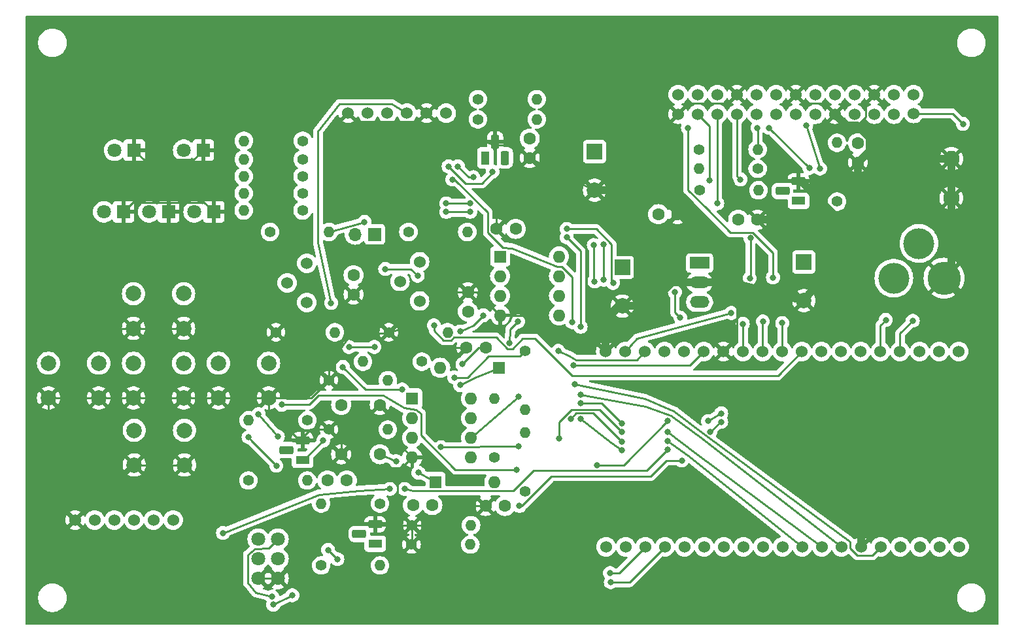
<source format=gbr>
%TF.GenerationSoftware,KiCad,Pcbnew,8.0.1*%
%TF.CreationDate,2024-07-18T08:08:07+02:00*%
%TF.ProjectId,GewitterMonitor,47657769-7474-4657-924d-6f6e69746f72,rev?*%
%TF.SameCoordinates,Original*%
%TF.FileFunction,Copper,L2,Bot*%
%TF.FilePolarity,Positive*%
%FSLAX46Y46*%
G04 Gerber Fmt 4.6, Leading zero omitted, Abs format (unit mm)*
G04 Created by KiCad (PCBNEW 8.0.1) date 2024-07-18 08:08:07*
%MOMM*%
%LPD*%
G01*
G04 APERTURE LIST*
G04 Aperture macros list*
%AMRoundRect*
0 Rectangle with rounded corners*
0 $1 Rounding radius*
0 $2 $3 $4 $5 $6 $7 $8 $9 X,Y pos of 4 corners*
0 Add a 4 corners polygon primitive as box body*
4,1,4,$2,$3,$4,$5,$6,$7,$8,$9,$2,$3,0*
0 Add four circle primitives for the rounded corners*
1,1,$1+$1,$2,$3*
1,1,$1+$1,$4,$5*
1,1,$1+$1,$6,$7*
1,1,$1+$1,$8,$9*
0 Add four rect primitives between the rounded corners*
20,1,$1+$1,$2,$3,$4,$5,0*
20,1,$1+$1,$4,$5,$6,$7,0*
20,1,$1+$1,$6,$7,$8,$9,0*
20,1,$1+$1,$8,$9,$2,$3,0*%
G04 Aperture macros list end*
%TA.AperFunction,ComponentPad*%
%ADD10C,1.600000*%
%TD*%
%TA.AperFunction,ComponentPad*%
%ADD11C,1.400000*%
%TD*%
%TA.AperFunction,ComponentPad*%
%ADD12O,1.400000X1.400000*%
%TD*%
%TA.AperFunction,ComponentPad*%
%ADD13R,1.600000X1.600000*%
%TD*%
%TA.AperFunction,ComponentPad*%
%ADD14O,1.600000X1.600000*%
%TD*%
%TA.AperFunction,ComponentPad*%
%ADD15C,2.100000*%
%TD*%
%TA.AperFunction,ComponentPad*%
%ADD16R,1.800000X1.100000*%
%TD*%
%TA.AperFunction,ComponentPad*%
%ADD17RoundRect,0.275000X0.625000X-0.275000X0.625000X0.275000X-0.625000X0.275000X-0.625000X-0.275000X0*%
%TD*%
%TA.AperFunction,ComponentPad*%
%ADD18C,1.524000*%
%TD*%
%TA.AperFunction,ComponentPad*%
%ADD19R,1.100000X1.800000*%
%TD*%
%TA.AperFunction,ComponentPad*%
%ADD20RoundRect,0.275000X-0.275000X-0.625000X0.275000X-0.625000X0.275000X0.625000X-0.275000X0.625000X0*%
%TD*%
%TA.AperFunction,ComponentPad*%
%ADD21R,2.000000X2.000000*%
%TD*%
%TA.AperFunction,ComponentPad*%
%ADD22C,2.000000*%
%TD*%
%TA.AperFunction,ComponentPad*%
%ADD23R,1.700000X1.700000*%
%TD*%
%TA.AperFunction,ComponentPad*%
%ADD24O,1.700000X1.700000*%
%TD*%
%TA.AperFunction,ComponentPad*%
%ADD25C,1.800000*%
%TD*%
%TA.AperFunction,ComponentPad*%
%ADD26C,4.000000*%
%TD*%
%TA.AperFunction,ComponentPad*%
%ADD27C,4.300000*%
%TD*%
%TA.AperFunction,ComponentPad*%
%ADD28R,2.500000X1.500000*%
%TD*%
%TA.AperFunction,ComponentPad*%
%ADD29O,2.500000X1.500000*%
%TD*%
%TA.AperFunction,ComponentPad*%
%ADD30R,1.800000X1.800000*%
%TD*%
%TA.AperFunction,ViaPad*%
%ADD31C,0.800000*%
%TD*%
%TA.AperFunction,Conductor*%
%ADD32C,0.250000*%
%TD*%
%TA.AperFunction,Conductor*%
%ADD33C,1.000000*%
%TD*%
G04 APERTURE END LIST*
D10*
%TO.P,C9,1*%
%TO.N,GND*%
X121200000Y-37400000D03*
%TO.P,C9,2*%
%TO.N,Net-(C9-Pad2)*%
X121200000Y-34900000D03*
%TD*%
D11*
%TO.P,R13,1*%
%TO.N,Net-(J4-Pin_3)*%
X94200000Y-90200000D03*
D12*
%TO.P,R13,2*%
%TO.N,Net-(Q4-C)*%
X101820000Y-90200000D03*
%TD*%
D10*
%TO.P,C4,1*%
%TO.N,Net-(Q3-C)*%
X95020000Y-79200000D03*
%TO.P,C4,2*%
%TO.N,Net-(C4-Pad2)*%
X97520000Y-79200000D03*
%TD*%
D13*
%TO.P,U4,1*%
%TO.N,Net-(R9-Pad2)*%
X106000000Y-68580000D03*
D14*
%TO.P,U4,2,-*%
%TO.N,GPI34-ADC1_6*%
X106000000Y-71120000D03*
%TO.P,U4,3,+*%
%TO.N,Net-(C4-Pad2)*%
X106000000Y-73660000D03*
%TO.P,U4,4,GND*%
%TO.N,GND*%
X106000000Y-76200000D03*
%TO.P,U4,5,+*%
%TO.N,Net-(C7-Pad2)*%
X113620000Y-76200000D03*
%TO.P,U4,6,-*%
%TO.N,GPI35-ADC1_7*%
X113620000Y-73660000D03*
%TO.P,U4,7*%
%TO.N,Net-(R11-Pad2)*%
X113620000Y-71120000D03*
%TO.P,U4,8,Vcc*%
%TO.N,VCC*%
X113620000Y-68580000D03*
%TD*%
D15*
%TO.P,J2,1,Pin_1*%
%TO.N,GND*%
X175800000Y-37520000D03*
%TO.P,J2,2,Pin_2*%
X175800000Y-42600000D03*
%TD*%
D16*
%TO.P,Q2,1,C*%
%TO.N,Net-(Q2-C)*%
X156000000Y-42972323D03*
D17*
%TO.P,Q2,2,B*%
%TO.N,Net-(Q2-B)*%
X153930000Y-41702323D03*
%TO.P,Q2,3,E*%
%TO.N,GND*%
X156000000Y-40432323D03*
%TD*%
D11*
%TO.P,R3,1*%
%TO.N,GPIO25*%
X143200000Y-41600000D03*
D12*
%TO.P,R3,2*%
%TO.N,Net-(Q2-B)*%
X150820000Y-41600000D03*
%TD*%
D18*
%TO.P,RV1,1,1*%
%TO.N,Net-(R17-Pad1)*%
X92340000Y-51060000D03*
%TO.P,RV1,2,2*%
%TO.N,Net-(J3-Pin_2)*%
X89800000Y-53600000D03*
%TO.P,RV1,3,3*%
%TO.N,Net-(R19-Pad2)*%
X92340000Y-56140000D03*
%TD*%
%TO.P,U3,1,32K*%
%TO.N,unconnected-(U3-32K-Pad1)*%
X75045000Y-84330000D03*
%TO.P,U3,2,SQW*%
%TO.N,unconnected-(U3-SQW-Pad2)*%
X72505000Y-84330000D03*
%TO.P,U3,3,SCL*%
%TO.N,SCL*%
X69965000Y-84330000D03*
%TO.P,U3,4,SDA*%
%TO.N,SDA*%
X67425000Y-84330000D03*
%TO.P,U3,5,VCC*%
%TO.N,VDD*%
X64885000Y-84330000D03*
%TO.P,U3,6,GND*%
%TO.N,GND*%
X62345000Y-84330000D03*
%TD*%
D11*
%TO.P,R9,1*%
%TO.N,Net-(D1-A)*%
X107240000Y-63800000D03*
D12*
%TO.P,R9,2*%
%TO.N,Net-(R9-Pad2)*%
X99620000Y-63800000D03*
%TD*%
D19*
%TO.P,U5,1,R*%
%TO.N,Net-(U5-K)*%
X115460000Y-37400000D03*
D20*
%TO.P,U5,2,A*%
%TO.N,GND*%
X116730000Y-35330000D03*
%TO.P,U5,3,K*%
%TO.N,Net-(U5-K)*%
X118000000Y-37400000D03*
%TD*%
D11*
%TO.P,R8,1*%
%TO.N,Net-(Q3-C)*%
X92420000Y-71400000D03*
D12*
%TO.P,R8,2*%
%TO.N,VCC*%
X84800000Y-71400000D03*
%TD*%
D11*
%TO.P,R26,1*%
%TO.N,GND*%
X105900000Y-87500000D03*
D12*
%TO.P,R26,2*%
%TO.N,Net-(C7-Pad2)*%
X113520000Y-87500000D03*
%TD*%
D16*
%TO.P,Q3,1,C*%
%TO.N,Net-(Q3-C)*%
X91800000Y-76540000D03*
D17*
%TO.P,Q3,2,B*%
%TO.N,Net-(J4-Pin_4)*%
X89730000Y-75270000D03*
%TO.P,Q3,3,E*%
%TO.N,GND*%
X91800000Y-74000000D03*
%TD*%
D11*
%TO.P,R12,1*%
%TO.N,GND*%
X95210000Y-72600000D03*
D12*
%TO.P,R12,2*%
%TO.N,GPI35-ADC1_7*%
X102830000Y-72600000D03*
%TD*%
D10*
%TO.P,C5,1*%
%TO.N,GND*%
X101800000Y-69400000D03*
%TO.P,C5,2*%
%TO.N,GPI34-ADC1_6*%
X96800000Y-69400000D03*
%TD*%
%TO.P,C16,1*%
%TO.N,GND*%
X140350000Y-44700000D03*
%TO.P,C16,2*%
%TO.N,VCC*%
X137850000Y-44700000D03*
%TD*%
D11*
%TO.P,R11,1*%
%TO.N,Net-(D2-A)*%
X116620000Y-76200000D03*
D12*
%TO.P,R11,2*%
%TO.N,Net-(R11-Pad2)*%
X116620000Y-68580000D03*
%TD*%
D21*
%TO.P,C14,1*%
%TO.N,Net-(J1-+)*%
X156700000Y-50900000D03*
D22*
%TO.P,C14,2*%
%TO.N,GND*%
X156700000Y-55900000D03*
%TD*%
D11*
%TO.P,R15,1*%
%TO.N,Net-(U5-K)*%
X114500000Y-29800000D03*
D12*
%TO.P,R15,2*%
%TO.N,Net-(C9-Pad2)*%
X122120000Y-29800000D03*
%TD*%
D16*
%TO.P,Q4,1,C*%
%TO.N,Net-(Q4-C)*%
X101200000Y-87400000D03*
D17*
%TO.P,Q4,2,B*%
%TO.N,Net-(J4-Pin_3)*%
X99130000Y-86130000D03*
%TO.P,Q4,3,E*%
%TO.N,GND*%
X101200000Y-84860000D03*
%TD*%
D11*
%TO.P,R22,1*%
%TO.N,GND*%
X102960000Y-60000000D03*
D12*
%TO.P,R22,2*%
%TO.N,Net-(R22-Pad2)*%
X110580000Y-60000000D03*
%TD*%
D23*
%TO.P,J3,1,Pin_1*%
%TO.N,Net-(J3-Pin_1)*%
X101140000Y-47300000D03*
D24*
%TO.P,J3,2,Pin_2*%
%TO.N,Net-(J3-Pin_2)*%
X98600000Y-47300000D03*
%TD*%
D21*
%TO.P,C2,1*%
%TO.N,VCC*%
X129600000Y-36600000D03*
D22*
%TO.P,C2,2*%
%TO.N,GND*%
X129600000Y-41600000D03*
%TD*%
D18*
%TO.P,U2,1,GPIO_6*%
%TO.N,unconnected-(U2-GPIO_6-Pad1)*%
X176770000Y-62490000D03*
%TO.P,U2,2,GPIO_7*%
%TO.N,unconnected-(U2-GPIO_7-Pad2)*%
X174230000Y-62490000D03*
%TO.P,U2,3,GPIO_8*%
%TO.N,unconnected-(U2-GPIO_8-Pad3)*%
X171690000Y-62490000D03*
%TO.P,U2,4,GPIO_15*%
%TO.N,GPIO15*%
X169150000Y-62490000D03*
%TO.P,U2,5,GPIO_2*%
%TO.N,GPIO02*%
X166610000Y-62490000D03*
%TO.P,U2,6,Boot*%
%TO.N,unconnected-(U2-Boot-Pad6)*%
X164070000Y-62490000D03*
%TO.P,U2,7,GPIO_4*%
%TO.N,GPIO04*%
X161530000Y-62490000D03*
%TO.P,U2,8,GPIO_16*%
%TO.N,GPIO16*%
X158990000Y-62490000D03*
%TO.P,U2,9,GPIO_17*%
%TO.N,GPIO17*%
X156450000Y-62490000D03*
%TO.P,U2,10,GPIO_5*%
%TO.N,GPIO05*%
X153910000Y-62490000D03*
%TO.P,U2,11,GPIO_18_SCK*%
%TO.N,GPIO18*%
X151370000Y-62490000D03*
%TO.P,U2,12,GPIO_19_MISO*%
%TO.N,GPIO19*%
X148830000Y-62490000D03*
%TO.P,U2,13,GND*%
%TO.N,GND*%
X146290000Y-62490000D03*
%TO.P,U2,14,GPIO_21_SDA*%
%TO.N,SDA*%
X143750000Y-62490000D03*
%TO.P,U2,15,GPIO_3_Rx*%
%TO.N,unconnected-(U2-GPIO_3_Rx-Pad15)*%
X141210000Y-62490000D03*
%TO.P,U2,16,GPIO_1_Tx*%
%TO.N,unconnected-(U2-GPIO_1_Tx-Pad16)*%
X138670000Y-62490000D03*
%TO.P,U2,17,GPIO_22_SCL*%
%TO.N,SCL*%
X136130000Y-62490000D03*
%TO.P,U2,18,GPIO_23_MOSI*%
%TO.N,GPIO23*%
X133590000Y-62490000D03*
%TO.P,U2,19,GND*%
%TO.N,GND*%
X131050000Y-62490000D03*
%TO.P,U2,20,Vcc_+3.3V*%
%TO.N,VDD*%
X131100000Y-87800000D03*
%TO.P,U2,21,RESET*%
%TO.N,unconnected-(U2-RESET-Pad21)*%
X133640000Y-87800000D03*
%TO.P,U2,22,GPI_36*%
%TO.N,A_PWR_A*%
X136180000Y-87800000D03*
%TO.P,U2,23,GPI_39*%
%TO.N,A_PWR_B*%
X138720000Y-87800000D03*
%TO.P,U2,24,GPI_34*%
%TO.N,GPI34-ADC1_6*%
X141260000Y-87800000D03*
%TO.P,U2,25,GPI_35*%
%TO.N,GPI35-ADC1_7*%
X143800000Y-87800000D03*
%TO.P,U2,26,GPIO_32*%
%TO.N,GPIO32*%
X146340000Y-87800000D03*
%TO.P,U2,27,GPIO_33*%
%TO.N,GPIO33*%
X148880000Y-87800000D03*
%TO.P,U2,28,GPIO_25*%
%TO.N,GPIO25*%
X151420000Y-87800000D03*
%TO.P,U2,29,GPIO_26*%
%TO.N,GPIO26*%
X153960000Y-87800000D03*
%TO.P,U2,30,GPIO_27*%
%TO.N,GPIO27*%
X156500000Y-87800000D03*
%TO.P,U2,31,GPIO_14*%
%TO.N,GPIO14*%
X159040000Y-87800000D03*
%TO.P,U2,32,GPIO_12*%
%TO.N,GPIO12*%
X161580000Y-87800000D03*
%TO.P,U2,33,GND*%
%TO.N,GND*%
X164120000Y-87800000D03*
%TO.P,U2,34,GPIO_13*%
%TO.N,GPIO13*%
X166660000Y-87800000D03*
%TO.P,U2,35,GPIO_9*%
%TO.N,unconnected-(U2-GPIO_9-Pad35)*%
X169200000Y-87800000D03*
%TO.P,U2,36,GPIO_10*%
%TO.N,unconnected-(U2-GPIO_10-Pad36)*%
X171740000Y-87800000D03*
%TO.P,U2,37,GPIO_11*%
%TO.N,unconnected-(U2-GPIO_11-Pad37)*%
X174280000Y-87800000D03*
%TO.P,U2,38,Vdd_+5V*%
%TO.N,VCC*%
X176820000Y-87800000D03*
%TD*%
D13*
%TO.P,D1,1,K*%
%TO.N,GPI34-ADC1_6*%
X117240000Y-64600000D03*
D14*
%TO.P,D1,2,A*%
%TO.N,Net-(D1-A)*%
X109620000Y-64600000D03*
%TD*%
D10*
%TO.P,C13,1*%
%TO.N,GND*%
X150700000Y-45400000D03*
%TO.P,C13,2*%
%TO.N,Net-(J1-+)*%
X148200000Y-45400000D03*
%TD*%
%TO.P,C3,1*%
%TO.N,VCC*%
X118000000Y-82500000D03*
%TO.P,C3,2*%
%TO.N,GND*%
X115500000Y-82500000D03*
%TD*%
D11*
%TO.P,R18,1*%
%TO.N,GPIO26*%
X91820000Y-35200000D03*
D12*
%TO.P,R18,2*%
%TO.N,Net-(D3-A)*%
X84200000Y-35200000D03*
%TD*%
D10*
%TO.P,C12,1*%
%TO.N,GND*%
X98400000Y-55100000D03*
%TO.P,C12,2*%
%TO.N,Net-(J3-Pin_2)*%
X98400000Y-52600000D03*
%TD*%
D11*
%TO.P,R25,1*%
%TO.N,GPIO13*%
X91800000Y-44200000D03*
D12*
%TO.P,R25,2*%
%TO.N,Net-(D8-A)*%
X84180000Y-44200000D03*
%TD*%
D25*
%TO.P,J4,1,Pin_1*%
%TO.N,A_PWR_A*%
X86060000Y-86800000D03*
%TO.P,J4,2,Pin_2*%
%TO.N,A_PWR_B*%
X88600000Y-86800000D03*
%TO.P,J4,3,Pin_3*%
%TO.N,Net-(J4-Pin_3)*%
X86060000Y-89340000D03*
%TO.P,J4,4,Pin_4*%
%TO.N,Net-(J4-Pin_4)*%
X88600000Y-89340000D03*
%TO.P,J4,5,Pin_5*%
%TO.N,GND*%
X86060000Y-91880000D03*
%TO.P,J4,6,Pin_6*%
X88600000Y-91880000D03*
%TD*%
D21*
%TO.P,C15,1*%
%TO.N,VCC*%
X133200000Y-51600000D03*
D22*
%TO.P,C15,2*%
%TO.N,GND*%
X133200000Y-56600000D03*
%TD*%
D11*
%TO.P,R20,1*%
%TO.N,Net-(R20-Pad1)*%
X105500000Y-47000000D03*
D12*
%TO.P,R20,2*%
%TO.N,Net-(U5-K)*%
X113120000Y-47000000D03*
%TD*%
D10*
%TO.P,C1,1*%
%TO.N,Net-(C1-Pad1)*%
X163700000Y-35500000D03*
%TO.P,C1,2*%
%TO.N,GND*%
X163700000Y-38000000D03*
%TD*%
D11*
%TO.P,R27,1*%
%TO.N,GND*%
X106000000Y-85000000D03*
D12*
%TO.P,R27,2*%
%TO.N,Net-(C4-Pad2)*%
X113620000Y-85000000D03*
%TD*%
D11*
%TO.P,R14,1*%
%TO.N,Net-(Q4-C)*%
X101820000Y-82200000D03*
D12*
%TO.P,R14,2*%
%TO.N,VCC*%
X94200000Y-82200000D03*
%TD*%
D10*
%TO.P,C6,1*%
%TO.N,GND*%
X96800000Y-75800000D03*
%TO.P,C6,2*%
%TO.N,GPI35-ADC1_7*%
X101800000Y-75800000D03*
%TD*%
D11*
%TO.P,R24,1*%
%TO.N,GPIO12*%
X91800000Y-42000000D03*
D12*
%TO.P,R24,2*%
%TO.N,Net-(D7-A)*%
X84180000Y-42000000D03*
%TD*%
D11*
%TO.P,R17,1*%
%TO.N,Net-(R17-Pad1)*%
X87580000Y-47000000D03*
D12*
%TO.P,R17,2*%
%TO.N,Net-(U5-K)*%
X95200000Y-47000000D03*
%TD*%
D11*
%TO.P,R19,1*%
%TO.N,GND*%
X88360000Y-60000000D03*
D12*
%TO.P,R19,2*%
%TO.N,Net-(R19-Pad2)*%
X95980000Y-60000000D03*
%TD*%
D11*
%TO.P,R16,1*%
%TO.N,Net-(C9-Pad2)*%
X114500000Y-32400000D03*
D12*
%TO.P,R16,2*%
%TO.N,VCC*%
X122120000Y-32400000D03*
%TD*%
D18*
%TO.P,U8,1,Vcc*%
%TO.N,VDD*%
X110400000Y-31600000D03*
%TO.P,U8,2,GND*%
%TO.N,GND*%
X107860000Y-31600000D03*
%TO.P,U8,3,SCL*%
%TO.N,SCL*%
X105320000Y-31600000D03*
%TO.P,U8,4,SDA*%
%TO.N,SDA*%
X102780000Y-31600000D03*
%TO.P,U8,5,CSB*%
%TO.N,VDD*%
X100240000Y-31600000D03*
%TO.P,U8,6,SDO*%
%TO.N,GND*%
X97700000Y-31600000D03*
%TD*%
D11*
%TO.P,R7,1*%
%TO.N,Net-(J4-Pin_4)*%
X84780000Y-79200000D03*
D12*
%TO.P,R7,2*%
%TO.N,Net-(Q3-C)*%
X92400000Y-79200000D03*
%TD*%
D10*
%TO.P,C10,1*%
%TO.N,GND*%
X116900000Y-46600000D03*
%TO.P,C10,2*%
%TO.N,VCC*%
X119400000Y-46600000D03*
%TD*%
D18*
%TO.P,RV2,1,1*%
%TO.N,Net-(R20-Pad1)*%
X106940000Y-50860000D03*
%TO.P,RV2,2,2*%
%TO.N,Net-(J3-Pin_1)*%
X104400000Y-53400000D03*
%TO.P,RV2,3,3*%
%TO.N,Net-(R22-Pad2)*%
X106940000Y-55940000D03*
%TD*%
D11*
%TO.P,R6,1*%
%TO.N,SCL*%
X120600000Y-62400000D03*
D12*
%TO.P,R6,2*%
%TO.N,VDD*%
X120600000Y-70020000D03*
%TD*%
D11*
%TO.P,R1,1*%
%TO.N,Net-(Q2-C)*%
X161000000Y-43052323D03*
D12*
%TO.P,R1,2*%
%TO.N,Net-(Q1-Pad1)*%
X161000000Y-35432323D03*
%TD*%
D10*
%TO.P,C8,1*%
%TO.N,GND*%
X113000000Y-62000000D03*
%TO.P,C8,2*%
%TO.N,VCC*%
X115500000Y-62000000D03*
%TD*%
D11*
%TO.P,R21,1*%
%TO.N,GPIO27*%
X91820000Y-37600000D03*
D12*
%TO.P,R21,2*%
%TO.N,Net-(D5-A)*%
X84200000Y-37600000D03*
%TD*%
D11*
%TO.P,R10,1*%
%TO.N,GND*%
X95210000Y-66200000D03*
D12*
%TO.P,R10,2*%
%TO.N,GPI34-ADC1_6*%
X102830000Y-66200000D03*
%TD*%
D13*
%TO.P,D2,1,K*%
%TO.N,GPI35-ADC1_7*%
X109000000Y-79400000D03*
D14*
%TO.P,D2,2,A*%
%TO.N,Net-(D2-A)*%
X116620000Y-79400000D03*
%TD*%
D13*
%TO.P,U6,1*%
%TO.N,A_PWR_A*%
X117380000Y-50180000D03*
D14*
%TO.P,U6,2,-*%
X117380000Y-52720000D03*
%TO.P,U6,3,+*%
%TO.N,Net-(J3-Pin_2)*%
X117380000Y-55260000D03*
%TO.P,U6,4,GND*%
%TO.N,GND*%
X117380000Y-57800000D03*
%TO.P,U6,5,+*%
%TO.N,Net-(J3-Pin_1)*%
X125000000Y-57800000D03*
%TO.P,U6,6,-*%
%TO.N,A_PWR_B*%
X125000000Y-55260000D03*
%TO.P,U6,7*%
X125000000Y-52720000D03*
%TO.P,U6,8,Vcc*%
%TO.N,VCC*%
X125000000Y-50180000D03*
%TD*%
D26*
%TO.P,J1,1,+*%
%TO.N,Net-(J1-+)*%
X168350000Y-52987500D03*
D27*
%TO.P,J1,2,GND*%
%TO.N,GND*%
X174850000Y-52987500D03*
D26*
%TO.P,J1,3,Switch*%
%TO.N,unconnected-(J1-Switch-Pad3)*%
X171600000Y-48487500D03*
%TD*%
D10*
%TO.P,C7,1*%
%TO.N,Net-(Q4-C)*%
X106100000Y-82400000D03*
%TO.P,C7,2*%
%TO.N,Net-(C7-Pad2)*%
X108600000Y-82400000D03*
%TD*%
D11*
%TO.P,R23,1*%
%TO.N,GPIO14*%
X91800000Y-39800000D03*
D12*
%TO.P,R23,2*%
%TO.N,Net-(D4-A)*%
X84180000Y-39800000D03*
%TD*%
D28*
%TO.P,U7,1,Vin*%
%TO.N,Net-(J1-+)*%
X143200000Y-51020000D03*
D29*
%TO.P,U7,2,GND*%
%TO.N,GND*%
X143200000Y-53560000D03*
%TO.P,U7,3,Vout*%
%TO.N,VCC*%
X143200000Y-56100000D03*
%TD*%
D11*
%TO.P,R4,1*%
%TO.N,Net-(C1-Pad1)*%
X143090000Y-36300000D03*
D12*
%TO.P,R4,2*%
%TO.N,Net-(U1-RST)*%
X150710000Y-36300000D03*
%TD*%
D11*
%TO.P,R2,1*%
%TO.N,Net-(Q1-Pad1)*%
X150720000Y-38800000D03*
D12*
%TO.P,R2,2*%
%TO.N,VCC*%
X143100000Y-38800000D03*
%TD*%
D11*
%TO.P,R5,1*%
%TO.N,SDA*%
X120600000Y-80600000D03*
D12*
%TO.P,R5,2*%
%TO.N,VDD*%
X120600000Y-72980000D03*
%TD*%
D10*
%TO.P,C11,1*%
%TO.N,GND*%
X113200000Y-54800000D03*
%TO.P,C11,2*%
%TO.N,Net-(J3-Pin_1)*%
X113200000Y-57300000D03*
%TD*%
D22*
%TO.P,SW2,1,1*%
%TO.N,GPIO17*%
X76400000Y-55000000D03*
%TO.P,SW2,2,2*%
X69900000Y-55000000D03*
%TO.P,SW2,3,K*%
%TO.N,GND*%
X76400000Y-59500000D03*
%TO.P,SW2,4,A*%
X69900000Y-59500000D03*
%TD*%
%TO.P,SW1,1,1*%
%TO.N,GPIO16*%
X65400000Y-64000000D03*
%TO.P,SW1,2,2*%
X58900000Y-64000000D03*
%TO.P,SW1,3,K*%
%TO.N,GND*%
X65400000Y-68500000D03*
%TO.P,SW1,4,A*%
X58900000Y-68500000D03*
%TD*%
D18*
%TO.P,U1,1,Vdd_(3.3V)*%
%TO.N,VDD*%
X170900000Y-31640000D03*
%TO.P,U1,2,Vcc_(5.0V)*%
%TO.N,Net-(C1-Pad1)*%
X170900000Y-29200000D03*
%TO.P,U1,3,NC*%
%TO.N,unconnected-(U1-NC-Pad3)*%
X168360000Y-31740000D03*
%TO.P,U1,4,Vcc_(5.0V)*%
%TO.N,Net-(C1-Pad1)*%
X168360000Y-29200000D03*
%TO.P,U1,5,NC*%
%TO.N,unconnected-(U1-NC-Pad5)*%
X165820000Y-31740000D03*
%TO.P,U1,6,GND*%
%TO.N,GND*%
X165820000Y-29200000D03*
%TO.P,U1,7,NC*%
%TO.N,unconnected-(U1-NC-Pad7)*%
X163280000Y-31740000D03*
%TO.P,U1,8,NC*%
%TO.N,unconnected-(U1-NC-Pad8)*%
X163280000Y-29200000D03*
%TO.P,U1,9,GND*%
%TO.N,GND*%
X160740000Y-31740000D03*
%TO.P,U1,10,NC*%
%TO.N,unconnected-(U1-NC-Pad10)*%
X160740000Y-29200000D03*
%TO.P,U1,11,TP_IRQ*%
%TO.N,unconnected-(U1-TP_IRQ-Pad11)*%
X158200000Y-31740000D03*
%TO.P,U1,12,NC*%
%TO.N,unconnected-(U1-NC-Pad12)*%
X158200000Y-29200000D03*
%TO.P,U1,13,NC*%
%TO.N,unconnected-(U1-NC-Pad13)*%
X155660000Y-31740000D03*
%TO.P,U1,14,GND*%
%TO.N,GND*%
X155660000Y-29200000D03*
%TO.P,U1,15,NC*%
%TO.N,unconnected-(U1-NC-Pad15)*%
X153120000Y-31740000D03*
%TO.P,U1,16,NC*%
%TO.N,unconnected-(U1-NC-Pad16)*%
X153120000Y-29200000D03*
%TO.P,U1,17,Vdd_(3.3V)*%
%TO.N,unconnected-(U1-Vdd_(3.3V)-Pad17)*%
X150580000Y-31740000D03*
%TO.P,U1,18,LCD_RS*%
%TO.N,GPIO02*%
X150580000Y-29200000D03*
%TO.P,U1,19,MOSI*%
%TO.N,GPIO23*%
X148040000Y-31740000D03*
%TO.P,U1,20,GND*%
%TO.N,GND*%
X148040000Y-29200000D03*
%TO.P,U1,21,TP_MISO*%
%TO.N,GPIO19*%
X145500000Y-31740000D03*
%TO.P,U1,22,RST*%
%TO.N,Net-(U1-RST)*%
X145500000Y-29200000D03*
%TO.P,U1,23,SCK*%
%TO.N,GPIO18*%
X142960000Y-31740000D03*
%TO.P,U1,24,LCD_CS*%
%TO.N,GPIO15*%
X142960000Y-29200000D03*
%TO.P,U1,25,GND*%
%TO.N,GND*%
X140420000Y-31740000D03*
%TO.P,U1,26,TP_CS*%
%TO.N,GPIO05*%
X140420000Y-29200000D03*
%TD*%
D30*
%TO.P,D8,1,K*%
%TO.N,GND*%
X68600000Y-44400000D03*
D25*
%TO.P,D8,2,A*%
%TO.N,Net-(D8-A)*%
X66060000Y-44400000D03*
%TD*%
D30*
%TO.P,D7,1,K*%
%TO.N,GND*%
X74435000Y-44400000D03*
D25*
%TO.P,D7,2,A*%
%TO.N,Net-(D7-A)*%
X71895000Y-44400000D03*
%TD*%
D30*
%TO.P,D5,1,K*%
%TO.N,GND*%
X70000000Y-36395600D03*
D25*
%TO.P,D5,2,A*%
%TO.N,Net-(D5-A)*%
X67460000Y-36395600D03*
%TD*%
D30*
%TO.P,D4,1,K*%
%TO.N,GND*%
X80300000Y-44400000D03*
D25*
%TO.P,D4,2,A*%
%TO.N,Net-(D4-A)*%
X77760000Y-44400000D03*
%TD*%
D22*
%TO.P,SW3,1,1*%
%TO.N,GPIO04*%
X87400000Y-64000000D03*
%TO.P,SW3,2,2*%
X80900000Y-64000000D03*
%TO.P,SW3,3,K*%
%TO.N,GND*%
X87400000Y-68500000D03*
%TO.P,SW3,4,A*%
X80900000Y-68500000D03*
%TD*%
%TO.P,SW5,1,1*%
%TO.N,GPIO33*%
X76400000Y-64000000D03*
%TO.P,SW5,2,2*%
X69900000Y-64000000D03*
%TO.P,SW5,3,K*%
%TO.N,GND*%
X76400000Y-68500000D03*
%TO.P,SW5,4,A*%
X69900000Y-68500000D03*
%TD*%
%TO.P,SW4,1,1*%
%TO.N,GPIO32*%
X76500000Y-72700000D03*
%TO.P,SW4,2,2*%
X70000000Y-72700000D03*
%TO.P,SW4,3,K*%
%TO.N,GND*%
X76500000Y-77200000D03*
%TO.P,SW4,4,A*%
X70000000Y-77200000D03*
%TD*%
D30*
%TO.P,D3,1,K*%
%TO.N,GND*%
X78940000Y-36400000D03*
D25*
%TO.P,D3,2,A*%
%TO.N,Net-(D3-A)*%
X76400000Y-36400000D03*
%TD*%
D31*
%TO.N,VCC*%
X96300000Y-89400000D03*
X95100000Y-88200000D03*
X118600000Y-61400000D03*
X84800000Y-73600000D03*
X112496488Y-64125744D03*
X88400000Y-77300000D03*
X119700000Y-58600000D03*
%TO.N,Net-(Q3-C)*%
X94466804Y-74033196D03*
%TO.N,GPI34-ADC1_6*%
X133100000Y-75300000D03*
X127800000Y-71200000D03*
X112200000Y-66850000D03*
%TO.N,GPI35-ADC1_7*%
X126500000Y-71200000D03*
X119800000Y-68300000D03*
X133100000Y-74200000D03*
X103900000Y-76700000D03*
X106800000Y-78200000D03*
%TO.N,A_PWR_A*%
X112200000Y-59900000D03*
X115200000Y-57800000D03*
X131600000Y-91200000D03*
%TO.N,A_PWR_B*%
X87850000Y-94250000D03*
X131700000Y-92400000D03*
%TO.N,GPIO25*%
X140700000Y-58100000D03*
X140000000Y-54800000D03*
%TO.N,Net-(U1-RST)*%
X150700000Y-33500000D03*
%TO.N,SDA*%
X111200000Y-40200000D03*
X139100000Y-71500000D03*
X129900000Y-77200000D03*
X90473903Y-94073903D03*
X88000000Y-95300000D03*
X126900000Y-64300000D03*
X126700000Y-58700000D03*
%TO.N,VDD*%
X177300000Y-33000000D03*
%TO.N,SCL*%
X95500000Y-56200000D03*
X97000000Y-64500000D03*
X104700000Y-67400000D03*
X111450000Y-65850000D03*
X124900000Y-62400000D03*
%TO.N,Net-(U5-K)*%
X99800000Y-45700000D03*
%TO.N,GPIO26*%
X113900000Y-39900000D03*
X129500000Y-48700000D03*
X111900000Y-38500000D03*
X129600000Y-53400000D03*
%TO.N,GPIO27*%
X130800000Y-53200000D03*
X139100000Y-74100000D03*
X130800000Y-48600000D03*
X110700000Y-38500000D03*
X116400000Y-39175500D03*
%TO.N,GPIO14*%
X139100000Y-72900000D03*
X132000000Y-53600000D03*
X126000000Y-46600000D03*
X110400000Y-43300000D03*
X113500000Y-43300000D03*
%TO.N,GPIO12*%
X113500000Y-44400000D03*
X127800000Y-59300000D03*
X110400000Y-44400000D03*
X126000000Y-47700000D03*
X127800000Y-68100000D03*
%TO.N,GPIO13*%
X127000000Y-66700000D03*
%TO.N,GPIO16*%
X146000000Y-70500000D03*
X144300000Y-71500000D03*
X139100000Y-75200000D03*
X105000000Y-80300000D03*
X103100000Y-80300000D03*
X81500000Y-86000000D03*
%TO.N,GPIO17*%
X108800000Y-59100000D03*
%TO.N,GPIO04*%
X140900000Y-76600000D03*
X146000000Y-71600000D03*
X144600000Y-72900000D03*
X119500000Y-77800000D03*
X89087701Y-69387701D03*
X119875500Y-82500000D03*
%TO.N,GPIO32*%
X133100000Y-72900000D03*
X119800000Y-74800000D03*
X109700000Y-74900000D03*
X86100000Y-70600000D03*
X88600000Y-73500000D03*
X125000000Y-73800000D03*
%TO.N,GPIO02*%
X167300000Y-58400000D03*
X152200000Y-33500000D03*
X157400000Y-38700000D03*
%TO.N,GPIO23*%
X149700000Y-53000000D03*
X149800000Y-47800000D03*
X148500000Y-40200000D03*
X147300000Y-57500000D03*
%TO.N,GPIO19*%
X145500000Y-43300000D03*
X148800000Y-58900000D03*
%TO.N,GPIO18*%
X144500000Y-40300000D03*
X151400000Y-58600000D03*
%TO.N,GPIO15*%
X170800000Y-58500000D03*
X157000000Y-33200000D03*
X158800000Y-38800000D03*
%TO.N,GPIO05*%
X152700000Y-52900000D03*
X141700000Y-33500000D03*
X153900000Y-58800000D03*
%TO.N,GPIO33*%
X133100000Y-71800000D03*
X127800000Y-69200000D03*
X97800000Y-61912299D03*
X101100000Y-61900000D03*
%TO.N,Net-(J3-Pin_2)*%
X106700000Y-52675500D03*
X102500000Y-51800000D03*
%TD*%
D32*
%TO.N,GND*%
X104400000Y-74600000D02*
X106000000Y-76200000D01*
X72900000Y-59500000D02*
X76400000Y-59500000D01*
X76400000Y-68500000D02*
X80900000Y-68500000D01*
X100800000Y-84860000D02*
X97700000Y-84860000D01*
X97700000Y-84860000D02*
X88600000Y-91880000D01*
D33*
X147140000Y-53560000D02*
X156700000Y-55900000D01*
D32*
X69475000Y-77200000D02*
X70000000Y-77200000D01*
X106773000Y-32687000D02*
X107860000Y-31600000D01*
X87400000Y-68500000D02*
X92910000Y-68500000D01*
X69900000Y-68500000D02*
X76400000Y-68500000D01*
X96800000Y-74190000D02*
X96800000Y-75800000D01*
X78940000Y-43135000D02*
X78900000Y-43175000D01*
X164733000Y-32071000D02*
X163602000Y-33202000D01*
D33*
X141400000Y-44700000D02*
X141400001Y-45600001D01*
D32*
X65500000Y-59500000D02*
X69900000Y-59500000D01*
D33*
X158600000Y-45400000D02*
X150700000Y-45400000D01*
X159920000Y-44080000D02*
X158600000Y-45400000D01*
D32*
X58900000Y-68500000D02*
X65400000Y-68500000D01*
X77715000Y-37625000D02*
X78940000Y-36400000D01*
X71229400Y-37625000D02*
X77715000Y-37625000D01*
D33*
X141400001Y-45600001D02*
X142200000Y-46400000D01*
D32*
X104400000Y-72000000D02*
X104400000Y-74600000D01*
X153600000Y-27200000D02*
X154000000Y-27540000D01*
X165820000Y-29200000D02*
X164733000Y-30287000D01*
X58900000Y-68500000D02*
X62100000Y-65300000D01*
X106000000Y-85000000D02*
X104100000Y-83100000D01*
X124700000Y-39200000D02*
X129600000Y-41600000D01*
X148040000Y-29200000D02*
X150040000Y-27200000D01*
D33*
X139640000Y-53560000D02*
X143200000Y-53560000D01*
X147140000Y-53560000D02*
X143200000Y-53560000D01*
D32*
X95210000Y-72600000D02*
X96800000Y-74190000D01*
X70000000Y-77200000D02*
X76500000Y-77200000D01*
D33*
X173200000Y-83700000D02*
X166600000Y-83700000D01*
D32*
X106000000Y-85000000D02*
X106000000Y-87400000D01*
X150040000Y-27200000D02*
X153600000Y-27200000D01*
X120400000Y-57800000D02*
X123300000Y-60700000D01*
D33*
X129600000Y-41600000D02*
X138300000Y-41600000D01*
D32*
X88360000Y-60000000D02*
X95210000Y-65850000D01*
X113100000Y-82500000D02*
X115500000Y-82500000D01*
X116730000Y-35730000D02*
X114100000Y-34800000D01*
X113200000Y-54800000D02*
X114380000Y-54800000D01*
D33*
X159920000Y-44080000D02*
X163520000Y-47680000D01*
X156700000Y-55900000D02*
X163520000Y-47680000D01*
X166220000Y-37520000D02*
X175800000Y-37520000D01*
D32*
X78940000Y-36400000D02*
X78940000Y-43135000D01*
D33*
X139640000Y-48960000D02*
X142200000Y-46400000D01*
X175800000Y-37520000D02*
X175800000Y-42600000D01*
X179000000Y-57500000D02*
X181000000Y-59500000D01*
D32*
X97900000Y-60400000D02*
X102960000Y-60000000D01*
D33*
X131050000Y-58250000D02*
X131050000Y-60700000D01*
D32*
X68600000Y-48800000D02*
X73100000Y-53300000D01*
X87400000Y-70000000D02*
X87400000Y-68500000D01*
X73100000Y-53300000D02*
X73100000Y-59300000D01*
D33*
X160740000Y-31740000D02*
X162202000Y-33202000D01*
X131050000Y-60700000D02*
X131050000Y-62490000D01*
D32*
X68600000Y-44400000D02*
X68600000Y-48800000D01*
X114100000Y-34800000D02*
X109800000Y-33100000D01*
X98400000Y-55100000D02*
X102960000Y-60000000D01*
D33*
X181000000Y-75700000D02*
X181100000Y-75800000D01*
X163700000Y-38000000D02*
X163700000Y-47680000D01*
D32*
X98787000Y-32687000D02*
X106773000Y-32687000D01*
X121200000Y-37400000D02*
X124700000Y-39200000D01*
X148025000Y-54445000D02*
X147140000Y-53560000D01*
D33*
X165200000Y-36500000D02*
X166220000Y-37520000D01*
D32*
X91400000Y-74000000D02*
X87400000Y-70000000D01*
D33*
X162202000Y-33202000D02*
X163602000Y-33202000D01*
D32*
X101800000Y-69400000D02*
X104400000Y-72000000D01*
X106000000Y-87400000D02*
X105900000Y-87500000D01*
X95210000Y-66200000D02*
X95210000Y-64190000D01*
D33*
X158800000Y-42960000D02*
X159920000Y-44080000D01*
X165200000Y-34800000D02*
X165200000Y-36500000D01*
D32*
X62345000Y-84330000D02*
X69475000Y-77200000D01*
X73100000Y-59300000D02*
X72900000Y-59500000D01*
X69825000Y-43175000D02*
X74700000Y-43175000D01*
X58900000Y-68500000D02*
X58900000Y-80885000D01*
D33*
X163602000Y-33202000D02*
X165200000Y-34800000D01*
D32*
X79075000Y-43175000D02*
X80300000Y-44400000D01*
X100800000Y-84860000D02*
X100940000Y-85000000D01*
X154000000Y-27540000D02*
X155660000Y-29200000D01*
D33*
X139640000Y-53560000D02*
X139640000Y-48960000D01*
D32*
X109720000Y-62000000D02*
X113000000Y-62000000D01*
X141873000Y-30287000D02*
X146953000Y-30287000D01*
X95210000Y-65850000D02*
X95210000Y-66200000D01*
X74435000Y-43440000D02*
X74700000Y-43175000D01*
X80900000Y-68500000D02*
X87400000Y-68500000D01*
X106720000Y-58800000D02*
X111700000Y-54800000D01*
X92910000Y-68500000D02*
X95210000Y-66200000D01*
D33*
X158800000Y-42922323D02*
X156310000Y-40432323D01*
D32*
X91400000Y-74000000D02*
X92800000Y-72600000D01*
X104100000Y-83100000D02*
X104100000Y-78100000D01*
X116900000Y-41700000D02*
X121200000Y-37400000D01*
X155660000Y-29200000D02*
X156747000Y-30287000D01*
X69900000Y-59500000D02*
X72900000Y-59500000D01*
D33*
X181100000Y-75800000D02*
X173200000Y-83700000D01*
X136600000Y-56600000D02*
X132700000Y-56600000D01*
D32*
X88600000Y-91880000D02*
X86060000Y-91880000D01*
D33*
X164120000Y-86180000D02*
X164120000Y-87800000D01*
D32*
X95210000Y-64190000D02*
X97900000Y-60400000D01*
X62100000Y-62900000D02*
X65500000Y-59500000D01*
X97700000Y-31600000D02*
X98787000Y-32687000D01*
X148025000Y-60755000D02*
X148025000Y-54445000D01*
X164733000Y-30287000D02*
X164733000Y-32071000D01*
X58900000Y-80885000D02*
X62345000Y-84330000D01*
D33*
X165200000Y-36500000D02*
X163700000Y-38000000D01*
X136600000Y-56600000D02*
X139640000Y-53560000D01*
D32*
X159287000Y-30287000D02*
X160740000Y-31740000D01*
X146290000Y-62490000D02*
X148025000Y-60755000D01*
X156747000Y-30287000D02*
X159287000Y-30287000D01*
X123300000Y-60700000D02*
X131050000Y-60700000D01*
D33*
X138300000Y-41600000D02*
X141400000Y-44700000D01*
X158800000Y-42922323D02*
X158800000Y-42960000D01*
D32*
X74700000Y-43175000D02*
X78900000Y-43175000D01*
X140420000Y-31740000D02*
X141873000Y-30287000D01*
X114380000Y-54800000D02*
X117380000Y-57800000D01*
D33*
X179000000Y-57500000D02*
X179000000Y-57137500D01*
D32*
X121200000Y-37400000D02*
X119530000Y-35730000D01*
X111700000Y-54800000D02*
X113200000Y-54800000D01*
X104600000Y-77600000D02*
X106000000Y-76200000D01*
X117380000Y-57800000D02*
X120400000Y-57800000D01*
X109800000Y-33100000D02*
X107860000Y-31600000D01*
X74435000Y-44400000D02*
X74435000Y-43440000D01*
D33*
X132700000Y-56600000D02*
X131050000Y-58250000D01*
D32*
X146953000Y-30287000D02*
X148040000Y-29200000D01*
X68600000Y-44400000D02*
X69825000Y-43175000D01*
X65400000Y-68500000D02*
X69900000Y-68500000D01*
X110600000Y-85000000D02*
X113100000Y-82500000D01*
D33*
X175800000Y-52037500D02*
X174850000Y-52987500D01*
D32*
X106000000Y-85000000D02*
X110600000Y-85000000D01*
X98600000Y-77600000D02*
X104600000Y-77600000D01*
X78900000Y-43175000D02*
X79075000Y-43175000D01*
X106720000Y-58800000D02*
X109720000Y-62000000D01*
X62100000Y-65300000D02*
X62100000Y-62900000D01*
X100940000Y-85000000D02*
X106000000Y-85000000D01*
D33*
X163520000Y-47680000D02*
X163700000Y-47680000D01*
X179000000Y-57137500D02*
X174850000Y-52987500D01*
D32*
X96800000Y-75800000D02*
X98600000Y-77600000D01*
X104100000Y-78100000D02*
X106000000Y-76200000D01*
X92800000Y-72600000D02*
X95210000Y-72600000D01*
D33*
X181000000Y-59500000D02*
X181000000Y-75700000D01*
X166600000Y-83700000D02*
X164120000Y-86180000D01*
X156310000Y-40432323D02*
X155600000Y-40432323D01*
D32*
X119530000Y-35730000D02*
X116730000Y-35730000D01*
X116900000Y-46600000D02*
X116900000Y-41700000D01*
D33*
X175800000Y-42600000D02*
X175800000Y-52037500D01*
D32*
X102960000Y-60000000D02*
X106720000Y-58800000D01*
X70000000Y-36395600D02*
X71229400Y-37625000D01*
%TO.N,VCC*%
X114622232Y-62000000D02*
X112496488Y-64125744D01*
X118600000Y-61400000D02*
X118700000Y-59600000D01*
X118700000Y-59600000D02*
X119700000Y-58600000D01*
X85200000Y-74100000D02*
X88400000Y-77300000D01*
X84800000Y-73600000D02*
X85200000Y-74100000D01*
X95100000Y-88200000D02*
X96300000Y-89400000D01*
X115500000Y-62000000D02*
X114622232Y-62000000D01*
%TO.N,Net-(Q3-C)*%
X91960000Y-76540000D02*
X91400000Y-76540000D01*
X94466804Y-74033196D02*
X91960000Y-76540000D01*
%TO.N,GPI34-ADC1_6*%
X131700000Y-74300000D02*
X127800000Y-71200000D01*
X133100000Y-75300000D02*
X131700000Y-74300000D01*
X114100000Y-65900000D02*
X117240000Y-64600000D01*
X112200000Y-66850000D02*
X114100000Y-65900000D01*
%TO.N,GPI35-ADC1_7*%
X133100000Y-74200000D02*
X129375000Y-70475000D01*
X101800000Y-75800000D02*
X103900000Y-76700000D01*
X129375000Y-70475000D02*
X127225000Y-70475000D01*
X106800000Y-78200000D02*
X107400000Y-78500000D01*
X127225000Y-70475000D02*
X126500000Y-71200000D01*
X107400000Y-78500000D02*
X109000000Y-79400000D01*
X119800000Y-68300000D02*
X113620000Y-73660000D01*
%TO.N,A_PWR_A*%
X113900000Y-59100000D02*
X115200000Y-57800000D01*
X136180000Y-87800000D02*
X132780000Y-91200000D01*
X132780000Y-91200000D02*
X131600000Y-91200000D01*
X112200000Y-59900000D02*
X113900000Y-59100000D01*
%TO.N,A_PWR_B*%
X87400000Y-88000000D02*
X88600000Y-86800000D01*
X84700000Y-88800000D02*
X85609749Y-88100000D01*
X84700000Y-92500000D02*
X84700000Y-88800000D01*
X131700000Y-92400000D02*
X134120000Y-92400000D01*
X85723869Y-93700000D02*
X84700000Y-92500000D01*
X87850000Y-94250000D02*
X85723869Y-93700000D01*
X134120000Y-92400000D02*
X138720000Y-87800000D01*
X85609749Y-88100000D02*
X87400000Y-88000000D01*
%TO.N,GPIO25*%
X140000000Y-57400000D02*
X140700000Y-58100000D01*
X140000000Y-54800000D02*
X140000000Y-57400000D01*
%TO.N,Net-(U1-RST)*%
X150710000Y-33510000D02*
X150710000Y-36300000D01*
X150700000Y-33500000D02*
X150710000Y-33510000D01*
%TO.N,SDA*%
X124729009Y-51500000D02*
X118900000Y-49100000D01*
X115775000Y-47065991D02*
X115775000Y-44475000D01*
X88000000Y-95300000D02*
X90473903Y-94073903D01*
X115775000Y-44475000D02*
X111500000Y-40200000D01*
X139100000Y-71500000D02*
X133400000Y-77200000D01*
X126700000Y-52829009D02*
X125370991Y-51500000D01*
X133400000Y-77200000D02*
X129900000Y-77200000D01*
X141940000Y-64300000D02*
X143750000Y-62490000D01*
X125370991Y-51500000D02*
X124729009Y-51500000D01*
X126900000Y-64300000D02*
X141940000Y-64300000D01*
X118900000Y-49100000D02*
X117709009Y-49000000D01*
X126700000Y-58700000D02*
X126700000Y-52829009D01*
X111500000Y-40200000D02*
X111200000Y-40200000D01*
X117709009Y-49000000D02*
X115775000Y-47065991D01*
%TO.N,VDD*%
X175940000Y-31640000D02*
X177300000Y-33000000D01*
X170900000Y-31640000D02*
X175940000Y-31640000D01*
%TO.N,SCL*%
X126400000Y-63100000D02*
X124900000Y-62400000D01*
X93800000Y-33962749D02*
X96600000Y-30400000D01*
X99925000Y-67425000D02*
X97000000Y-64500000D01*
X93800000Y-48400000D02*
X93800000Y-33962749D01*
X103300000Y-30400000D02*
X105320000Y-31600000D01*
X115900000Y-63100000D02*
X113150000Y-65850000D01*
X104175000Y-67425000D02*
X99925000Y-67425000D01*
X120600000Y-62400000D02*
X119900000Y-63100000D01*
X104700000Y-67400000D02*
X104175000Y-67425000D01*
X113150000Y-65850000D02*
X111450000Y-65850000D01*
X119900000Y-63100000D02*
X115900000Y-63100000D01*
X136130000Y-62490000D02*
X135043000Y-63577000D01*
X97200000Y-30400000D02*
X103300000Y-30400000D01*
X95500000Y-56200000D02*
X93800000Y-48400000D01*
X135043000Y-63577000D02*
X127202305Y-63577000D01*
X127202305Y-63577000D02*
X126400000Y-63100000D01*
X96600000Y-30400000D02*
X98400000Y-30400000D01*
%TO.N,Net-(U5-K)*%
X99800000Y-45700000D02*
X95200000Y-47000000D01*
%TO.N,GPIO26*%
X129500000Y-48700000D02*
X129500000Y-53300000D01*
X113900000Y-39900000D02*
X113300000Y-39900000D01*
X129500000Y-53300000D02*
X129600000Y-53400000D01*
X113300000Y-39900000D02*
X111900000Y-38500000D01*
%TO.N,GPIO27*%
X116400000Y-39175500D02*
X116400000Y-39325305D01*
X141700000Y-76000000D02*
X139100000Y-74100000D01*
X156500000Y-87800000D02*
X141700000Y-76000000D01*
X130800000Y-48600000D02*
X130800000Y-53200000D01*
X116400000Y-39325305D02*
X115025305Y-40700000D01*
X115025305Y-40700000D02*
X112900000Y-40700000D01*
X112900000Y-40700000D02*
X110700000Y-38500000D01*
%TO.N,GPIO14*%
X126000000Y-46600000D02*
X129825305Y-46600000D01*
X142658730Y-75600000D02*
X139100000Y-72900000D01*
X131800000Y-53400000D02*
X132000000Y-53600000D01*
X129825305Y-46600000D02*
X131800000Y-48574695D01*
X131800000Y-48574695D02*
X131800000Y-53400000D01*
X159040000Y-87800000D02*
X142658730Y-75600000D01*
X113500000Y-43300000D02*
X110400000Y-43300000D01*
%TO.N,GPIO12*%
X161580000Y-87800000D02*
X143300000Y-73600000D01*
X136200000Y-69600000D02*
X127800000Y-68100000D01*
X127800000Y-59300000D02*
X127800000Y-49500000D01*
X113500000Y-44400000D02*
X110400000Y-44400000D01*
X127800000Y-49500000D02*
X126000000Y-47700000D01*
X139500000Y-70800000D02*
X136200000Y-69600000D01*
X143300000Y-73600000D02*
X139500000Y-70800000D01*
%TO.N,GPIO13*%
X162667000Y-87967000D02*
X162667000Y-87167000D01*
X163587000Y-88887000D02*
X162667000Y-87967000D01*
X162667000Y-87167000D02*
X144300000Y-73600000D01*
X136100000Y-68600000D02*
X127000000Y-66700000D01*
X165573000Y-88887000D02*
X163587000Y-88887000D01*
X144300000Y-73600000D02*
X139800000Y-70200000D01*
X166660000Y-87800000D02*
X165573000Y-88887000D01*
X139800000Y-70200000D02*
X136100000Y-68600000D01*
%TO.N,GPIO16*%
X119075431Y-80525000D02*
X121675431Y-77925000D01*
X105000000Y-80300000D02*
X106125000Y-80525000D01*
X103100000Y-80300000D02*
X99100000Y-80500000D01*
X121675431Y-77925000D02*
X136375000Y-77925000D01*
X136375000Y-77925000D02*
X139100000Y-75200000D01*
X106125000Y-80525000D02*
X119075431Y-80525000D01*
X146000000Y-70500000D02*
X145600000Y-70700000D01*
X93900000Y-81000000D02*
X81500000Y-86000000D01*
X99100000Y-80500000D02*
X93900000Y-81000000D01*
X145600000Y-70700000D02*
X144300000Y-71500000D01*
%TO.N,GPIO17*%
X118975000Y-62125000D02*
X120300000Y-60800000D01*
X108800000Y-59800000D02*
X108800000Y-59100000D01*
X111354569Y-60675000D02*
X111004569Y-61025000D01*
X120300000Y-60800000D02*
X121900000Y-60800000D01*
X126700000Y-65600000D02*
X153340000Y-65600000D01*
X153340000Y-65600000D02*
X156450000Y-62490000D01*
X116849695Y-60675000D02*
X118299695Y-62125000D01*
X111004569Y-61025000D02*
X110025000Y-61025000D01*
X118299695Y-62125000D02*
X118975000Y-62125000D01*
X116849695Y-60675000D02*
X111354569Y-60675000D01*
X110025000Y-61025000D02*
X108800000Y-59800000D01*
X121900000Y-60800000D02*
X126700000Y-65600000D01*
%TO.N,GPIO04*%
X104900000Y-69800000D02*
X102200000Y-68200000D01*
X111574695Y-77800000D02*
X107125000Y-73350305D01*
X102200000Y-68200000D02*
X93846396Y-68200000D01*
X92670896Y-69375500D02*
X89099902Y-69375500D01*
X106500000Y-70000000D02*
X104900000Y-69800000D01*
X89099902Y-69375500D02*
X89087701Y-69387701D01*
X123999569Y-78650000D02*
X136850000Y-78650000D01*
X107125000Y-73350305D02*
X107125000Y-70525000D01*
X138900000Y-76600000D02*
X140900000Y-76600000D01*
X107125000Y-70525000D02*
X106500000Y-70000000D01*
X146000000Y-71600000D02*
X145900000Y-71600000D01*
X145900000Y-71600000D02*
X144600000Y-72900000D01*
X93846396Y-68200000D02*
X92670896Y-69375500D01*
X120149569Y-82500000D02*
X123999569Y-78650000D01*
X136850000Y-78650000D02*
X138900000Y-76600000D01*
X119875500Y-82500000D02*
X120149569Y-82500000D01*
X119500000Y-77800000D02*
X111574695Y-77800000D01*
%TO.N,GPIO32*%
X119800000Y-74800000D02*
X109700000Y-74900000D01*
X130225000Y-70025000D02*
X126649695Y-70025000D01*
X88600000Y-73500000D02*
X86100000Y-70600000D01*
X133100000Y-72900000D02*
X130225000Y-70025000D01*
X125000000Y-71674695D02*
X125000000Y-73800000D01*
X126649695Y-70025000D02*
X125000000Y-71674695D01*
%TO.N,GPIO02*%
X167300000Y-58400000D02*
X166610000Y-59090000D01*
X157400000Y-38700000D02*
X152200000Y-33500000D01*
X166610000Y-59090000D02*
X166610000Y-62490000D01*
%TO.N,GPIO23*%
X147300000Y-57500000D02*
X138500000Y-59900000D01*
X135100000Y-60800000D02*
X133590000Y-62490000D01*
X138500000Y-59900000D02*
X135100000Y-60800000D01*
X148040000Y-39740000D02*
X148500000Y-40200000D01*
X149800000Y-52300000D02*
X149800000Y-47800000D01*
X148040000Y-31740000D02*
X148040000Y-39740000D01*
X149700000Y-53000000D02*
X149800000Y-52300000D01*
%TO.N,GPIO19*%
X148830000Y-58930000D02*
X148830000Y-62490000D01*
X148800000Y-58900000D02*
X148830000Y-58930000D01*
X145500000Y-31740000D02*
X145500000Y-43300000D01*
%TO.N,GPIO18*%
X151400000Y-58600000D02*
X151370000Y-58630000D01*
X144506611Y-33286611D02*
X144500000Y-40300000D01*
X142960000Y-31740000D02*
X144506611Y-33286611D01*
X151370000Y-58630000D02*
X151370000Y-62490000D01*
%TO.N,GPIO15*%
X158800000Y-38800000D02*
X157000000Y-33200000D01*
X169150000Y-60150000D02*
X169150000Y-62490000D01*
X170800000Y-58500000D02*
X169150000Y-60150000D01*
%TO.N,GPIO05*%
X147225430Y-47075000D02*
X150100305Y-47075000D01*
X153910000Y-58810000D02*
X153910000Y-62490000D01*
X150100305Y-47075000D02*
X152700000Y-49674695D01*
X152700000Y-49674695D02*
X152700000Y-52900000D01*
X141700000Y-33500000D02*
X141700000Y-41549569D01*
X141700000Y-41549569D02*
X144125215Y-43974785D01*
X153900000Y-58800000D02*
X153910000Y-58810000D01*
X144125215Y-43974785D02*
X147225430Y-47075000D01*
%TO.N,GPIO33*%
X98524598Y-61900000D02*
X101100000Y-61900000D01*
X133100000Y-71800000D02*
X130500000Y-69200000D01*
X97800000Y-61912299D02*
X98524598Y-61900000D01*
X130500000Y-69200000D02*
X127800000Y-69200000D01*
%TO.N,Net-(J3-Pin_2)*%
X105824500Y-51800000D02*
X106700000Y-52675500D01*
X102500000Y-51800000D02*
X105824500Y-51800000D01*
%TD*%
%TA.AperFunction,Conductor*%
%TO.N,GND*%
G36*
X88180667Y-92053694D02*
G01*
X88239910Y-92156306D01*
X88323694Y-92240090D01*
X88426306Y-92299333D01*
X88511414Y-92322138D01*
X87801201Y-93032351D01*
X87831650Y-93056051D01*
X87831653Y-93056053D01*
X87943248Y-93116445D01*
X87992839Y-93165664D01*
X88007947Y-93233881D01*
X87983777Y-93299437D01*
X87928001Y-93341518D01*
X87884231Y-93349500D01*
X87755354Y-93349500D01*
X87705375Y-93360123D01*
X87570199Y-93388855D01*
X87407076Y-93461483D01*
X87337826Y-93470767D01*
X87325585Y-93468251D01*
X86779170Y-93326900D01*
X86719197Y-93291053D01*
X86688125Y-93228473D01*
X86695818Y-93159028D01*
X86739835Y-93104767D01*
X86751209Y-93097797D01*
X86828351Y-93056050D01*
X86858797Y-93032351D01*
X86858798Y-93032351D01*
X86148585Y-92322138D01*
X86233694Y-92299333D01*
X86336306Y-92240090D01*
X86420090Y-92156306D01*
X86479333Y-92053694D01*
X86502138Y-91968585D01*
X87211185Y-92677632D01*
X87226190Y-92654667D01*
X87279337Y-92609311D01*
X87348568Y-92599887D01*
X87411904Y-92629389D01*
X87433808Y-92654667D01*
X87448812Y-92677633D01*
X88157861Y-91968584D01*
X88180667Y-92053694D01*
G37*
%TD.AperFunction*%
%TA.AperFunction,Conductor*%
G36*
X87411904Y-90090304D02*
G01*
X87433809Y-90115583D01*
X87491016Y-90203147D01*
X87491019Y-90203151D01*
X87491021Y-90203153D01*
X87648216Y-90373913D01*
X87709404Y-90421537D01*
X87826225Y-90512462D01*
X87867038Y-90569173D01*
X87870713Y-90638946D01*
X87836082Y-90699629D01*
X87826225Y-90708170D01*
X87801201Y-90727646D01*
X87801200Y-90727647D01*
X88511415Y-91437861D01*
X88426306Y-91460667D01*
X88323694Y-91519910D01*
X88239910Y-91603694D01*
X88180667Y-91706306D01*
X88157861Y-91791415D01*
X87448811Y-91082365D01*
X87433807Y-91105331D01*
X87380661Y-91150688D01*
X87311429Y-91160111D01*
X87248094Y-91130609D01*
X87226190Y-91105330D01*
X87211186Y-91082365D01*
X86502137Y-91791414D01*
X86479333Y-91706306D01*
X86420090Y-91603694D01*
X86336306Y-91519910D01*
X86233694Y-91460667D01*
X86148584Y-91437861D01*
X86858797Y-90727647D01*
X86858797Y-90727646D01*
X86833773Y-90708169D01*
X86792961Y-90651459D01*
X86789286Y-90581686D01*
X86823918Y-90521003D01*
X86833760Y-90512473D01*
X87011784Y-90373913D01*
X87168979Y-90203153D01*
X87226191Y-90115582D01*
X87279337Y-90070226D01*
X87348568Y-90060802D01*
X87411904Y-90090304D01*
G37*
%TD.AperFunction*%
%TA.AperFunction,Conductor*%
G36*
X117333695Y-81170185D02*
G01*
X117379450Y-81222989D01*
X117389394Y-81292147D01*
X117360369Y-81355703D01*
X117337779Y-81376075D01*
X117160858Y-81499954D01*
X116999954Y-81660858D01*
X116869432Y-81847265D01*
X116869429Y-81847270D01*
X116862104Y-81862979D01*
X116815929Y-81915417D01*
X116748735Y-81934566D01*
X116681855Y-81914347D01*
X116637341Y-81862973D01*
X116630133Y-81847515D01*
X116630132Y-81847513D01*
X116579025Y-81774526D01*
X115900000Y-82453551D01*
X115900000Y-82447339D01*
X115872741Y-82345606D01*
X115820080Y-82254394D01*
X115745606Y-82179920D01*
X115654394Y-82127259D01*
X115552661Y-82100000D01*
X115546448Y-82100000D01*
X116225472Y-81420974D01*
X116225472Y-81420973D01*
X116161350Y-81376074D01*
X116117725Y-81321497D01*
X116110533Y-81251999D01*
X116142055Y-81189644D01*
X116202286Y-81154231D01*
X116232474Y-81150500D01*
X117266656Y-81150500D01*
X117333695Y-81170185D01*
G37*
%TD.AperFunction*%
%TA.AperFunction,Conductor*%
G36*
X107261999Y-74371982D02*
G01*
X107264826Y-74374721D01*
X111085711Y-78195606D01*
X111085740Y-78195637D01*
X111175959Y-78285856D01*
X111175962Y-78285858D01*
X111227185Y-78320084D01*
X111278409Y-78354312D01*
X111278410Y-78354312D01*
X111278411Y-78354313D01*
X111294213Y-78360858D01*
X111358902Y-78387652D01*
X111392243Y-78401463D01*
X111452666Y-78413481D01*
X111513088Y-78425500D01*
X111513089Y-78425500D01*
X115476532Y-78425500D01*
X115543571Y-78445185D01*
X115589326Y-78497989D01*
X115599270Y-78567147D01*
X115578108Y-78620621D01*
X115489432Y-78747266D01*
X115489430Y-78747269D01*
X115489430Y-78747270D01*
X115393261Y-78953502D01*
X115393258Y-78953511D01*
X115334366Y-79173302D01*
X115334364Y-79173313D01*
X115314532Y-79399998D01*
X115314532Y-79400001D01*
X115334364Y-79626686D01*
X115334366Y-79626697D01*
X115365638Y-79743407D01*
X115363975Y-79813257D01*
X115324812Y-79871119D01*
X115260583Y-79898623D01*
X115245863Y-79899500D01*
X110424500Y-79899500D01*
X110357461Y-79879815D01*
X110311706Y-79827011D01*
X110300500Y-79775500D01*
X110300499Y-78552129D01*
X110300498Y-78552123D01*
X110294091Y-78492516D01*
X110243797Y-78357671D01*
X110243793Y-78357664D01*
X110157547Y-78242455D01*
X110157544Y-78242452D01*
X110042335Y-78156206D01*
X110042328Y-78156202D01*
X109907482Y-78105908D01*
X109907483Y-78105908D01*
X109847883Y-78099501D01*
X109847881Y-78099500D01*
X109847873Y-78099500D01*
X109847864Y-78099500D01*
X108152129Y-78099500D01*
X108152123Y-78099501D01*
X108092517Y-78105908D01*
X108075940Y-78112091D01*
X108006248Y-78117072D01*
X107971820Y-78103982D01*
X107754959Y-77981998D01*
X107739728Y-77971885D01*
X107734836Y-77968088D01*
X107734834Y-77968087D01*
X107705633Y-77953486D01*
X107654475Y-77905897D01*
X107643159Y-77880896D01*
X107627181Y-77831722D01*
X107627180Y-77831721D01*
X107627179Y-77831716D01*
X107532533Y-77667784D01*
X107405871Y-77527112D01*
X107405870Y-77527111D01*
X107252734Y-77415851D01*
X107252729Y-77415848D01*
X107079807Y-77338857D01*
X107079802Y-77338855D01*
X106989654Y-77319694D01*
X106928172Y-77286502D01*
X106894396Y-77225339D01*
X106899048Y-77155624D01*
X106927754Y-77110722D01*
X106999660Y-77038816D01*
X107130134Y-76852482D01*
X107226265Y-76646326D01*
X107226269Y-76646317D01*
X107278872Y-76450000D01*
X106315686Y-76450000D01*
X106320080Y-76445606D01*
X106372741Y-76354394D01*
X106400000Y-76252661D01*
X106400000Y-76147339D01*
X106372741Y-76045606D01*
X106320080Y-75954394D01*
X106315686Y-75950000D01*
X107278872Y-75950000D01*
X107278872Y-75949999D01*
X107226269Y-75753682D01*
X107226265Y-75753673D01*
X107130134Y-75547517D01*
X106999657Y-75361179D01*
X106838820Y-75200342D01*
X106652482Y-75069865D01*
X106594133Y-75042657D01*
X106541694Y-74996484D01*
X106522542Y-74929291D01*
X106542758Y-74862410D01*
X106594129Y-74817895D01*
X106652734Y-74790568D01*
X106839139Y-74660047D01*
X107000047Y-74499139D01*
X107075571Y-74391278D01*
X107130146Y-74347654D01*
X107199644Y-74340460D01*
X107261999Y-74371982D01*
G37*
%TD.AperFunction*%
%TA.AperFunction,Conductor*%
G36*
X147341741Y-63188188D02*
G01*
X147387094Y-63123417D01*
X147387095Y-63123416D01*
X147447340Y-62994219D01*
X147493512Y-62941780D01*
X147560706Y-62922627D01*
X147627587Y-62942842D01*
X147672105Y-62994218D01*
X147732466Y-63123662D01*
X147732468Y-63123666D01*
X147859170Y-63304615D01*
X147859175Y-63304621D01*
X148015378Y-63460824D01*
X148015384Y-63460829D01*
X148196333Y-63587531D01*
X148196335Y-63587532D01*
X148196338Y-63587534D01*
X148396550Y-63680894D01*
X148609932Y-63738070D01*
X148744090Y-63749807D01*
X148829998Y-63757323D01*
X148830000Y-63757323D01*
X148830002Y-63757323D01*
X148888706Y-63752187D01*
X149050068Y-63738070D01*
X149263450Y-63680894D01*
X149463662Y-63587534D01*
X149644620Y-63460826D01*
X149800826Y-63304620D01*
X149927534Y-63123662D01*
X149987618Y-62994811D01*
X150033790Y-62942371D01*
X150100983Y-62923219D01*
X150167865Y-62943435D01*
X150212382Y-62994811D01*
X150272464Y-63123658D01*
X150272468Y-63123666D01*
X150399170Y-63304615D01*
X150399175Y-63304621D01*
X150555378Y-63460824D01*
X150555384Y-63460829D01*
X150736333Y-63587531D01*
X150736335Y-63587532D01*
X150736338Y-63587534D01*
X150936550Y-63680894D01*
X151149932Y-63738070D01*
X151284090Y-63749807D01*
X151369998Y-63757323D01*
X151370000Y-63757323D01*
X151370002Y-63757323D01*
X151428706Y-63752187D01*
X151590068Y-63738070D01*
X151803450Y-63680894D01*
X152003662Y-63587534D01*
X152184620Y-63460826D01*
X152340826Y-63304620D01*
X152467534Y-63123662D01*
X152527618Y-62994811D01*
X152573790Y-62942371D01*
X152640983Y-62923219D01*
X152707865Y-62943435D01*
X152752382Y-62994811D01*
X152812464Y-63123658D01*
X152812468Y-63123666D01*
X152939170Y-63304615D01*
X152939175Y-63304621D01*
X153095378Y-63460824D01*
X153095384Y-63460829D01*
X153276333Y-63587531D01*
X153276335Y-63587532D01*
X153276338Y-63587534D01*
X153476550Y-63680894D01*
X153689932Y-63738070D01*
X153824090Y-63749807D01*
X153909998Y-63757323D01*
X153910000Y-63757323D01*
X153910001Y-63757323D01*
X153920345Y-63756417D01*
X153995905Y-63749807D01*
X154064403Y-63763573D01*
X154114586Y-63812188D01*
X154130520Y-63880217D01*
X154107145Y-63946061D01*
X154094392Y-63961016D01*
X153117229Y-64938181D01*
X153055906Y-64971666D01*
X153029548Y-64974500D01*
X142449454Y-64974500D01*
X142382415Y-64954815D01*
X142336660Y-64902011D01*
X142326716Y-64832853D01*
X142355741Y-64769297D01*
X142361772Y-64762819D01*
X142362468Y-64762123D01*
X142425858Y-64698733D01*
X142425858Y-64698731D01*
X142436066Y-64688524D01*
X142436067Y-64688521D01*
X143366205Y-63758384D01*
X143427526Y-63724901D01*
X143485976Y-63726291D01*
X143529932Y-63738070D01*
X143664090Y-63749807D01*
X143749998Y-63757323D01*
X143750000Y-63757323D01*
X143750002Y-63757323D01*
X143808706Y-63752187D01*
X143970068Y-63738070D01*
X144183450Y-63680894D01*
X144383662Y-63587534D01*
X144564620Y-63460826D01*
X144720826Y-63304620D01*
X144847534Y-63123662D01*
X144907894Y-62994218D01*
X144954066Y-62941779D01*
X145021259Y-62922627D01*
X145088141Y-62942843D01*
X145132658Y-62994219D01*
X145192898Y-63123405D01*
X145192901Y-63123411D01*
X145238258Y-63188187D01*
X145238259Y-63188188D01*
X145909000Y-62517447D01*
X145909000Y-62540160D01*
X145934964Y-62637061D01*
X145985124Y-62723940D01*
X146056060Y-62794876D01*
X146142939Y-62845036D01*
X146239840Y-62871000D01*
X146262553Y-62871000D01*
X145591810Y-63541740D01*
X145656590Y-63587099D01*
X145656592Y-63587100D01*
X145856715Y-63680419D01*
X145856729Y-63680424D01*
X146070013Y-63737573D01*
X146070023Y-63737575D01*
X146289999Y-63756821D01*
X146290001Y-63756821D01*
X146509976Y-63737575D01*
X146509986Y-63737573D01*
X146723270Y-63680424D01*
X146723284Y-63680419D01*
X146923407Y-63587100D01*
X146923417Y-63587094D01*
X146988188Y-63541741D01*
X146317448Y-62871000D01*
X146340160Y-62871000D01*
X146437061Y-62845036D01*
X146523940Y-62794876D01*
X146594876Y-62723940D01*
X146645036Y-62637061D01*
X146671000Y-62540160D01*
X146671000Y-62517447D01*
X147341741Y-63188188D01*
G37*
%TD.AperFunction*%
%TA.AperFunction,Conductor*%
G36*
X116980000Y-36535001D02*
G01*
X116973042Y-36575955D01*
X116964159Y-36601340D01*
X116964157Y-36601348D01*
X116949500Y-36731441D01*
X116949500Y-38068558D01*
X116964157Y-38198648D01*
X116964159Y-38198658D01*
X116969756Y-38214652D01*
X116973318Y-38284431D01*
X116938590Y-38345058D01*
X116876597Y-38377286D01*
X116807021Y-38370881D01*
X116802279Y-38368886D01*
X116679807Y-38314357D01*
X116679802Y-38314355D01*
X116608718Y-38299246D01*
X116547236Y-38266053D01*
X116513460Y-38204890D01*
X116510499Y-38177956D01*
X116510499Y-36452129D01*
X116510498Y-36452123D01*
X116510497Y-36452116D01*
X116504299Y-36394448D01*
X116504091Y-36392516D01*
X116487818Y-36348886D01*
X116480000Y-36305553D01*
X116480000Y-36010330D01*
X116499745Y-36030075D01*
X116585255Y-36079444D01*
X116680630Y-36105000D01*
X116779370Y-36105000D01*
X116874745Y-36079444D01*
X116960255Y-36030075D01*
X116980000Y-36010330D01*
X116980000Y-36535001D01*
G37*
%TD.AperFunction*%
%TA.AperFunction,Conductor*%
G36*
X159537865Y-29653435D02*
G01*
X159582382Y-29704811D01*
X159642464Y-29833658D01*
X159642468Y-29833666D01*
X159769170Y-30014615D01*
X159769175Y-30014621D01*
X159925378Y-30170824D01*
X159925384Y-30170829D01*
X160106333Y-30297531D01*
X160106335Y-30297532D01*
X160106338Y-30297534D01*
X160224055Y-30352426D01*
X160235781Y-30357894D01*
X160288220Y-30404066D01*
X160307372Y-30471260D01*
X160287156Y-30538141D01*
X160235781Y-30582658D01*
X160106590Y-30642901D01*
X160041811Y-30688258D01*
X160671827Y-31318274D01*
X160575956Y-31343963D01*
X160479044Y-31399916D01*
X160399916Y-31479044D01*
X160343963Y-31575956D01*
X160318274Y-31671827D01*
X159688258Y-31041811D01*
X159642901Y-31106590D01*
X159582658Y-31235781D01*
X159536485Y-31288220D01*
X159469292Y-31307372D01*
X159402411Y-31287156D01*
X159357894Y-31235781D01*
X159297534Y-31106339D01*
X159297533Y-31106338D01*
X159297532Y-31106337D01*
X159219445Y-30994815D01*
X159170827Y-30925381D01*
X159124691Y-30879245D01*
X159014620Y-30769174D01*
X159014616Y-30769171D01*
X159014615Y-30769170D01*
X158833666Y-30642468D01*
X158833658Y-30642464D01*
X158704811Y-30582382D01*
X158652371Y-30536210D01*
X158633219Y-30469017D01*
X158653435Y-30402135D01*
X158704811Y-30357618D01*
X158715945Y-30352426D01*
X158833662Y-30297534D01*
X159014620Y-30170826D01*
X159170826Y-30014620D01*
X159297534Y-29833662D01*
X159357618Y-29704811D01*
X159403790Y-29652371D01*
X159470983Y-29633219D01*
X159537865Y-29653435D01*
G37*
%TD.AperFunction*%
%TA.AperFunction,Conductor*%
G36*
X141757865Y-29653435D02*
G01*
X141802382Y-29704811D01*
X141862464Y-29833658D01*
X141862468Y-29833666D01*
X141989170Y-30014615D01*
X141989175Y-30014621D01*
X142145378Y-30170824D01*
X142145384Y-30170829D01*
X142326333Y-30297531D01*
X142326335Y-30297532D01*
X142326338Y-30297534D01*
X142442989Y-30351929D01*
X142455189Y-30357618D01*
X142507628Y-30403790D01*
X142526780Y-30470984D01*
X142506564Y-30537865D01*
X142455189Y-30582382D01*
X142326340Y-30642465D01*
X142326338Y-30642466D01*
X142145377Y-30769175D01*
X141989175Y-30925377D01*
X141862467Y-31106337D01*
X141802105Y-31235782D01*
X141755932Y-31288221D01*
X141688738Y-31307372D01*
X141621857Y-31287156D01*
X141577341Y-31235780D01*
X141517098Y-31106589D01*
X141517097Y-31106587D01*
X141471741Y-31041811D01*
X141471740Y-31041810D01*
X140841725Y-31671826D01*
X140816037Y-31575956D01*
X140760084Y-31479044D01*
X140680956Y-31399916D01*
X140584044Y-31343963D01*
X140488173Y-31318274D01*
X141118188Y-30688259D01*
X141118187Y-30688258D01*
X141053411Y-30642901D01*
X141053405Y-30642898D01*
X140924219Y-30582658D01*
X140871779Y-30536486D01*
X140852627Y-30469293D01*
X140872843Y-30402411D01*
X140924219Y-30357894D01*
X140935945Y-30352426D01*
X141053662Y-30297534D01*
X141234620Y-30170826D01*
X141390826Y-30014620D01*
X141517534Y-29833662D01*
X141577618Y-29704811D01*
X141623790Y-29652371D01*
X141690983Y-29633219D01*
X141757865Y-29653435D01*
G37*
%TD.AperFunction*%
%TA.AperFunction,Conductor*%
G36*
X162077865Y-29653435D02*
G01*
X162122382Y-29704811D01*
X162182464Y-29833658D01*
X162182468Y-29833666D01*
X162309170Y-30014615D01*
X162309175Y-30014621D01*
X162465378Y-30170824D01*
X162465384Y-30170829D01*
X162646333Y-30297531D01*
X162646335Y-30297532D01*
X162646338Y-30297534D01*
X162762989Y-30351929D01*
X162775189Y-30357618D01*
X162827628Y-30403790D01*
X162846780Y-30470984D01*
X162826564Y-30537865D01*
X162775189Y-30582382D01*
X162646340Y-30642465D01*
X162646338Y-30642466D01*
X162465377Y-30769175D01*
X162309175Y-30925377D01*
X162182467Y-31106337D01*
X162122105Y-31235782D01*
X162075932Y-31288221D01*
X162008738Y-31307372D01*
X161941857Y-31287156D01*
X161897341Y-31235780D01*
X161837098Y-31106589D01*
X161837097Y-31106587D01*
X161791741Y-31041811D01*
X161791740Y-31041810D01*
X161161725Y-31671826D01*
X161136037Y-31575956D01*
X161080084Y-31479044D01*
X161000956Y-31399916D01*
X160904044Y-31343963D01*
X160808173Y-31318274D01*
X161438188Y-30688259D01*
X161438187Y-30688258D01*
X161373411Y-30642901D01*
X161373405Y-30642898D01*
X161244219Y-30582658D01*
X161191779Y-30536486D01*
X161172627Y-30469293D01*
X161192843Y-30402411D01*
X161244219Y-30357894D01*
X161255945Y-30352426D01*
X161373662Y-30297534D01*
X161554620Y-30170826D01*
X161710826Y-30014620D01*
X161837534Y-29833662D01*
X161897618Y-29704811D01*
X161943790Y-29652371D01*
X162010983Y-29633219D01*
X162077865Y-29653435D01*
G37*
%TD.AperFunction*%
%TA.AperFunction,Conductor*%
G36*
X144297865Y-29653435D02*
G01*
X144342382Y-29704811D01*
X144402464Y-29833658D01*
X144402468Y-29833666D01*
X144529170Y-30014615D01*
X144529175Y-30014621D01*
X144685378Y-30170824D01*
X144685384Y-30170829D01*
X144866333Y-30297531D01*
X144866335Y-30297532D01*
X144866338Y-30297534D01*
X144982989Y-30351929D01*
X144995189Y-30357618D01*
X145047628Y-30403790D01*
X145066780Y-30470984D01*
X145046564Y-30537865D01*
X144995189Y-30582382D01*
X144866340Y-30642465D01*
X144866338Y-30642466D01*
X144685377Y-30769175D01*
X144529175Y-30925377D01*
X144402466Y-31106338D01*
X144402466Y-31106339D01*
X144342382Y-31235189D01*
X144296209Y-31287628D01*
X144229016Y-31306780D01*
X144162135Y-31286564D01*
X144117618Y-31235189D01*
X144057534Y-31106339D01*
X144057533Y-31106338D01*
X144057532Y-31106337D01*
X143979445Y-30994815D01*
X143930827Y-30925381D01*
X143884691Y-30879245D01*
X143774620Y-30769174D01*
X143774616Y-30769171D01*
X143774615Y-30769170D01*
X143593666Y-30642468D01*
X143593658Y-30642464D01*
X143464811Y-30582382D01*
X143412371Y-30536210D01*
X143393219Y-30469017D01*
X143413435Y-30402135D01*
X143464811Y-30357618D01*
X143475945Y-30352426D01*
X143593662Y-30297534D01*
X143774620Y-30170826D01*
X143930826Y-30014620D01*
X144057534Y-29833662D01*
X144117618Y-29704811D01*
X144163790Y-29652371D01*
X144230983Y-29633219D01*
X144297865Y-29653435D01*
G37*
%TD.AperFunction*%
%TA.AperFunction,Conductor*%
G36*
X147643963Y-29364044D02*
G01*
X147699916Y-29460956D01*
X147779044Y-29540084D01*
X147875956Y-29596037D01*
X147971827Y-29621725D01*
X147341810Y-30251740D01*
X147406589Y-30297098D01*
X147535781Y-30357342D01*
X147588220Y-30403514D01*
X147607372Y-30470708D01*
X147587156Y-30537589D01*
X147535781Y-30582106D01*
X147406340Y-30642465D01*
X147406338Y-30642466D01*
X147225377Y-30769175D01*
X147069175Y-30925377D01*
X146942466Y-31106338D01*
X146942466Y-31106339D01*
X146882382Y-31235189D01*
X146836209Y-31287628D01*
X146769016Y-31306780D01*
X146702135Y-31286564D01*
X146657618Y-31235189D01*
X146597534Y-31106339D01*
X146597533Y-31106338D01*
X146597532Y-31106337D01*
X146519445Y-30994815D01*
X146470827Y-30925381D01*
X146424691Y-30879245D01*
X146314620Y-30769174D01*
X146314616Y-30769171D01*
X146314615Y-30769170D01*
X146133666Y-30642468D01*
X146133658Y-30642464D01*
X146004811Y-30582382D01*
X145952371Y-30536210D01*
X145933219Y-30469017D01*
X145953435Y-30402135D01*
X146004811Y-30357618D01*
X146015945Y-30352426D01*
X146133662Y-30297534D01*
X146314620Y-30170826D01*
X146470826Y-30014620D01*
X146597534Y-29833662D01*
X146657894Y-29704218D01*
X146704066Y-29651779D01*
X146771259Y-29632627D01*
X146838141Y-29652843D01*
X146882658Y-29704219D01*
X146942898Y-29833405D01*
X146942901Y-29833411D01*
X146988258Y-29898187D01*
X146988259Y-29898188D01*
X147618274Y-29268172D01*
X147643963Y-29364044D01*
G37*
%TD.AperFunction*%
%TA.AperFunction,Conductor*%
G36*
X149091741Y-29898188D02*
G01*
X149137094Y-29833417D01*
X149137095Y-29833416D01*
X149197340Y-29704219D01*
X149243512Y-29651780D01*
X149310706Y-29632627D01*
X149377587Y-29652842D01*
X149422105Y-29704218D01*
X149482466Y-29833662D01*
X149482468Y-29833666D01*
X149609170Y-30014615D01*
X149609175Y-30014621D01*
X149765378Y-30170824D01*
X149765384Y-30170829D01*
X149946333Y-30297531D01*
X149946335Y-30297532D01*
X149946338Y-30297534D01*
X150062989Y-30351929D01*
X150075189Y-30357618D01*
X150127628Y-30403790D01*
X150146780Y-30470984D01*
X150126564Y-30537865D01*
X150075189Y-30582382D01*
X149946340Y-30642465D01*
X149946338Y-30642466D01*
X149765377Y-30769175D01*
X149609175Y-30925377D01*
X149482466Y-31106338D01*
X149482466Y-31106339D01*
X149422382Y-31235189D01*
X149376209Y-31287628D01*
X149309016Y-31306780D01*
X149242135Y-31286564D01*
X149197618Y-31235189D01*
X149137534Y-31106339D01*
X149137533Y-31106338D01*
X149137532Y-31106337D01*
X149059445Y-30994815D01*
X149010827Y-30925381D01*
X148964691Y-30879245D01*
X148854620Y-30769174D01*
X148854616Y-30769171D01*
X148854615Y-30769170D01*
X148673666Y-30642468D01*
X148673662Y-30642466D01*
X148544218Y-30582105D01*
X148491779Y-30535932D01*
X148472627Y-30468739D01*
X148492843Y-30401858D01*
X148544219Y-30357340D01*
X148673416Y-30297095D01*
X148673417Y-30297094D01*
X148738188Y-30251741D01*
X148108173Y-29621725D01*
X148204044Y-29596037D01*
X148300956Y-29540084D01*
X148380084Y-29460956D01*
X148436037Y-29364044D01*
X148461725Y-29268172D01*
X149091741Y-29898188D01*
G37*
%TD.AperFunction*%
%TA.AperFunction,Conductor*%
G36*
X155263963Y-29364044D02*
G01*
X155319916Y-29460956D01*
X155399044Y-29540084D01*
X155495956Y-29596037D01*
X155591827Y-29621725D01*
X154961810Y-30251740D01*
X155026589Y-30297098D01*
X155155781Y-30357342D01*
X155208220Y-30403514D01*
X155227372Y-30470708D01*
X155207156Y-30537589D01*
X155155781Y-30582106D01*
X155026340Y-30642465D01*
X155026338Y-30642466D01*
X154845377Y-30769175D01*
X154689175Y-30925377D01*
X154562466Y-31106338D01*
X154562466Y-31106339D01*
X154502382Y-31235189D01*
X154456209Y-31287628D01*
X154389016Y-31306780D01*
X154322135Y-31286564D01*
X154277618Y-31235189D01*
X154217534Y-31106339D01*
X154217533Y-31106338D01*
X154217532Y-31106337D01*
X154139445Y-30994815D01*
X154090827Y-30925381D01*
X154044691Y-30879245D01*
X153934620Y-30769174D01*
X153934616Y-30769171D01*
X153934615Y-30769170D01*
X153753666Y-30642468D01*
X153753658Y-30642464D01*
X153624811Y-30582382D01*
X153572371Y-30536210D01*
X153553219Y-30469017D01*
X153573435Y-30402135D01*
X153624811Y-30357618D01*
X153635945Y-30352426D01*
X153753662Y-30297534D01*
X153934620Y-30170826D01*
X154090826Y-30014620D01*
X154217534Y-29833662D01*
X154277894Y-29704218D01*
X154324066Y-29651779D01*
X154391259Y-29632627D01*
X154458141Y-29652843D01*
X154502658Y-29704219D01*
X154562898Y-29833405D01*
X154562901Y-29833411D01*
X154608258Y-29898187D01*
X154608259Y-29898188D01*
X155238274Y-29268172D01*
X155263963Y-29364044D01*
G37*
%TD.AperFunction*%
%TA.AperFunction,Conductor*%
G36*
X156711741Y-29898188D02*
G01*
X156757094Y-29833417D01*
X156757095Y-29833416D01*
X156817340Y-29704219D01*
X156863512Y-29651780D01*
X156930706Y-29632627D01*
X156997587Y-29652842D01*
X157042105Y-29704218D01*
X157102466Y-29833662D01*
X157102468Y-29833666D01*
X157229170Y-30014615D01*
X157229175Y-30014621D01*
X157385378Y-30170824D01*
X157385384Y-30170829D01*
X157566333Y-30297531D01*
X157566335Y-30297532D01*
X157566338Y-30297534D01*
X157682989Y-30351929D01*
X157695189Y-30357618D01*
X157747628Y-30403790D01*
X157766780Y-30470984D01*
X157746564Y-30537865D01*
X157695189Y-30582382D01*
X157566340Y-30642465D01*
X157566338Y-30642466D01*
X157385377Y-30769175D01*
X157229175Y-30925377D01*
X157102466Y-31106338D01*
X157102466Y-31106339D01*
X157042382Y-31235189D01*
X156996209Y-31287628D01*
X156929016Y-31306780D01*
X156862135Y-31286564D01*
X156817618Y-31235189D01*
X156757534Y-31106339D01*
X156757533Y-31106338D01*
X156757532Y-31106337D01*
X156679445Y-30994815D01*
X156630827Y-30925381D01*
X156584691Y-30879245D01*
X156474620Y-30769174D01*
X156474616Y-30769171D01*
X156474615Y-30769170D01*
X156293666Y-30642468D01*
X156293662Y-30642466D01*
X156164218Y-30582105D01*
X156111779Y-30535932D01*
X156092627Y-30468739D01*
X156112843Y-30401858D01*
X156164219Y-30357340D01*
X156293416Y-30297095D01*
X156293417Y-30297094D01*
X156358188Y-30251741D01*
X155728173Y-29621725D01*
X155824044Y-29596037D01*
X155920956Y-29540084D01*
X156000084Y-29460956D01*
X156056037Y-29364044D01*
X156081725Y-29268172D01*
X156711741Y-29898188D01*
G37*
%TD.AperFunction*%
%TA.AperFunction,Conductor*%
G36*
X165423963Y-29364044D02*
G01*
X165479916Y-29460956D01*
X165559044Y-29540084D01*
X165655956Y-29596037D01*
X165751827Y-29621725D01*
X165121810Y-30251740D01*
X165186589Y-30297098D01*
X165315781Y-30357342D01*
X165368220Y-30403514D01*
X165387372Y-30470708D01*
X165367156Y-30537589D01*
X165315781Y-30582106D01*
X165186340Y-30642465D01*
X165186338Y-30642466D01*
X165005377Y-30769175D01*
X164849175Y-30925377D01*
X164722466Y-31106338D01*
X164722466Y-31106339D01*
X164662382Y-31235189D01*
X164616209Y-31287628D01*
X164549016Y-31306780D01*
X164482135Y-31286564D01*
X164437618Y-31235189D01*
X164377534Y-31106339D01*
X164377533Y-31106338D01*
X164377532Y-31106337D01*
X164299445Y-30994815D01*
X164250827Y-30925381D01*
X164204691Y-30879245D01*
X164094620Y-30769174D01*
X164094616Y-30769171D01*
X164094615Y-30769170D01*
X163913666Y-30642468D01*
X163913658Y-30642464D01*
X163784811Y-30582382D01*
X163732371Y-30536210D01*
X163713219Y-30469017D01*
X163733435Y-30402135D01*
X163784811Y-30357618D01*
X163795945Y-30352426D01*
X163913662Y-30297534D01*
X164094620Y-30170826D01*
X164250826Y-30014620D01*
X164377534Y-29833662D01*
X164437894Y-29704218D01*
X164484066Y-29651779D01*
X164551259Y-29632627D01*
X164618141Y-29652843D01*
X164662658Y-29704219D01*
X164722898Y-29833405D01*
X164722901Y-29833411D01*
X164768258Y-29898187D01*
X164768259Y-29898188D01*
X165398274Y-29268172D01*
X165423963Y-29364044D01*
G37*
%TD.AperFunction*%
%TA.AperFunction,Conductor*%
G36*
X166871741Y-29898188D02*
G01*
X166917094Y-29833417D01*
X166917095Y-29833416D01*
X166977340Y-29704219D01*
X167023512Y-29651780D01*
X167090706Y-29632627D01*
X167157587Y-29652842D01*
X167202105Y-29704218D01*
X167262466Y-29833662D01*
X167262468Y-29833666D01*
X167389170Y-30014615D01*
X167389175Y-30014621D01*
X167545378Y-30170824D01*
X167545384Y-30170829D01*
X167726333Y-30297531D01*
X167726335Y-30297532D01*
X167726338Y-30297534D01*
X167842989Y-30351929D01*
X167855189Y-30357618D01*
X167907628Y-30403790D01*
X167926780Y-30470984D01*
X167906564Y-30537865D01*
X167855189Y-30582382D01*
X167726340Y-30642465D01*
X167726338Y-30642466D01*
X167545377Y-30769175D01*
X167389175Y-30925377D01*
X167262466Y-31106338D01*
X167262466Y-31106339D01*
X167202382Y-31235189D01*
X167156209Y-31287628D01*
X167089016Y-31306780D01*
X167022135Y-31286564D01*
X166977618Y-31235189D01*
X166917534Y-31106339D01*
X166917533Y-31106338D01*
X166917532Y-31106337D01*
X166839445Y-30994815D01*
X166790827Y-30925381D01*
X166744691Y-30879245D01*
X166634620Y-30769174D01*
X166634616Y-30769171D01*
X166634615Y-30769170D01*
X166453666Y-30642468D01*
X166453662Y-30642466D01*
X166324218Y-30582105D01*
X166271779Y-30535932D01*
X166252627Y-30468739D01*
X166272843Y-30401858D01*
X166324219Y-30357340D01*
X166453416Y-30297095D01*
X166453417Y-30297094D01*
X166518188Y-30251741D01*
X165888173Y-29621725D01*
X165984044Y-29596037D01*
X166080956Y-29540084D01*
X166160084Y-29460956D01*
X166216037Y-29364044D01*
X166241725Y-29268172D01*
X166871741Y-29898188D01*
G37*
%TD.AperFunction*%
%TA.AperFunction,Conductor*%
G36*
X181843039Y-19019685D02*
G01*
X181888794Y-19072489D01*
X181900000Y-19124000D01*
X181900000Y-97776000D01*
X181880315Y-97843039D01*
X181827511Y-97888794D01*
X181776000Y-97900000D01*
X56024000Y-97900000D01*
X55956961Y-97880315D01*
X55911206Y-97827511D01*
X55900000Y-97776000D01*
X55900000Y-94521288D01*
X57549500Y-94521288D01*
X57579187Y-94746791D01*
X57581162Y-94761789D01*
X57595107Y-94813831D01*
X57643947Y-94996104D01*
X57691847Y-95111744D01*
X57736776Y-95220212D01*
X57858064Y-95430289D01*
X57858066Y-95430292D01*
X57858067Y-95430293D01*
X58005733Y-95622736D01*
X58005739Y-95622743D01*
X58177256Y-95794260D01*
X58177262Y-95794265D01*
X58369711Y-95941936D01*
X58579788Y-96063224D01*
X58803900Y-96156054D01*
X59038211Y-96218838D01*
X59218586Y-96242584D01*
X59278711Y-96250500D01*
X59278712Y-96250500D01*
X59521289Y-96250500D01*
X59569388Y-96244167D01*
X59761789Y-96218838D01*
X59996100Y-96156054D01*
X60220212Y-96063224D01*
X60430289Y-95941936D01*
X60622738Y-95794265D01*
X60794265Y-95622738D01*
X60941936Y-95430289D01*
X61063224Y-95220212D01*
X61156054Y-94996100D01*
X61218838Y-94761789D01*
X61250500Y-94521288D01*
X61250500Y-94278712D01*
X61244538Y-94233429D01*
X61222443Y-94065593D01*
X61218838Y-94038211D01*
X61156054Y-93803900D01*
X61063224Y-93579788D01*
X60941936Y-93369711D01*
X60837710Y-93233881D01*
X60794266Y-93177263D01*
X60794260Y-93177256D01*
X60622743Y-93005739D01*
X60622736Y-93005733D01*
X60430293Y-92858067D01*
X60430292Y-92858066D01*
X60430289Y-92858064D01*
X60220212Y-92736776D01*
X60171310Y-92716520D01*
X59996104Y-92643947D01*
X59761785Y-92581161D01*
X59521289Y-92549500D01*
X59521288Y-92549500D01*
X59278712Y-92549500D01*
X59278711Y-92549500D01*
X59038214Y-92581161D01*
X58803895Y-92643947D01*
X58579794Y-92736773D01*
X58579785Y-92736777D01*
X58369706Y-92858067D01*
X58177263Y-93005733D01*
X58177256Y-93005739D01*
X58005739Y-93177256D01*
X58005733Y-93177263D01*
X57858067Y-93369706D01*
X57736777Y-93579785D01*
X57736773Y-93579794D01*
X57643947Y-93803895D01*
X57581161Y-94038214D01*
X57549500Y-94278711D01*
X57549500Y-94521288D01*
X55900000Y-94521288D01*
X55900000Y-92512028D01*
X84071588Y-92512028D01*
X84073648Y-92529507D01*
X84074500Y-92544021D01*
X84074500Y-92561604D01*
X84080738Y-92592973D01*
X84082266Y-92602638D01*
X84086010Y-92634397D01*
X84091437Y-92651128D01*
X84095103Y-92665191D01*
X84098535Y-92682447D01*
X84098537Y-92682454D01*
X84110773Y-92711997D01*
X84114159Y-92721180D01*
X84124024Y-92751591D01*
X84124026Y-92751596D01*
X84132621Y-92766962D01*
X84138959Y-92780038D01*
X84145688Y-92796285D01*
X84163451Y-92822869D01*
X84168566Y-92831221D01*
X84184177Y-92859128D01*
X84195595Y-92872510D01*
X84204367Y-92884105D01*
X84214138Y-92898728D01*
X84214139Y-92898730D01*
X84214141Y-92898732D01*
X84214142Y-92898733D01*
X84236758Y-92921349D01*
X84243395Y-92928533D01*
X85190202Y-94038214D01*
X85205576Y-94056232D01*
X85212359Y-94065748D01*
X85212572Y-94065593D01*
X85216164Y-94070515D01*
X85251647Y-94110276D01*
X85253460Y-94112354D01*
X85288020Y-94152859D01*
X85292410Y-94157084D01*
X85292227Y-94157274D01*
X85293545Y-94158515D01*
X85293724Y-94158322D01*
X85298201Y-94162443D01*
X85340731Y-94194496D01*
X85342916Y-94196181D01*
X85384738Y-94229185D01*
X85389874Y-94232476D01*
X85389730Y-94232699D01*
X85391259Y-94233655D01*
X85391398Y-94233429D01*
X85396593Y-94236596D01*
X85396600Y-94236602D01*
X85444640Y-94259777D01*
X85446987Y-94260941D01*
X85494500Y-94285180D01*
X85494502Y-94285181D01*
X85500166Y-94287401D01*
X85500068Y-94287648D01*
X85501759Y-94288289D01*
X85501851Y-94288041D01*
X85507568Y-94290136D01*
X85507574Y-94290137D01*
X85507575Y-94290138D01*
X85559168Y-94303483D01*
X85561750Y-94304182D01*
X85613069Y-94318684D01*
X85613073Y-94318684D01*
X85613076Y-94318685D01*
X85619074Y-94319760D01*
X85619027Y-94320020D01*
X85630542Y-94321947D01*
X87015806Y-94680295D01*
X87075777Y-94716140D01*
X87092136Y-94738342D01*
X87117467Y-94782216D01*
X87134225Y-94800828D01*
X87145933Y-94813831D01*
X87176163Y-94876823D01*
X87171714Y-94935121D01*
X87114327Y-95111740D01*
X87114326Y-95111744D01*
X87094540Y-95300000D01*
X87114326Y-95488256D01*
X87114327Y-95488259D01*
X87172818Y-95668277D01*
X87172821Y-95668284D01*
X87267467Y-95832216D01*
X87366256Y-95941932D01*
X87394129Y-95972888D01*
X87547265Y-96084148D01*
X87547270Y-96084151D01*
X87720192Y-96161142D01*
X87720197Y-96161144D01*
X87905354Y-96200500D01*
X87905355Y-96200500D01*
X88094644Y-96200500D01*
X88094646Y-96200500D01*
X88279803Y-96161144D01*
X88452730Y-96084151D01*
X88605871Y-95972888D01*
X88732533Y-95832216D01*
X88827179Y-95668284D01*
X88842093Y-95622380D01*
X88881529Y-95564707D01*
X88904956Y-95549598D01*
X90121047Y-94946888D01*
X90189852Y-94934756D01*
X90201877Y-94936700D01*
X90379257Y-94974403D01*
X90379258Y-94974403D01*
X90568547Y-94974403D01*
X90568549Y-94974403D01*
X90753706Y-94935047D01*
X90926633Y-94858054D01*
X91079774Y-94746791D01*
X91206436Y-94606119D01*
X91255413Y-94521288D01*
X176549500Y-94521288D01*
X176579187Y-94746791D01*
X176581162Y-94761789D01*
X176595107Y-94813831D01*
X176643947Y-94996104D01*
X176691847Y-95111744D01*
X176736776Y-95220212D01*
X176858064Y-95430289D01*
X176858066Y-95430292D01*
X176858067Y-95430293D01*
X177005733Y-95622736D01*
X177005739Y-95622743D01*
X177177256Y-95794260D01*
X177177262Y-95794265D01*
X177369711Y-95941936D01*
X177579788Y-96063224D01*
X177803900Y-96156054D01*
X178038211Y-96218838D01*
X178218586Y-96242584D01*
X178278711Y-96250500D01*
X178278712Y-96250500D01*
X178521289Y-96250500D01*
X178569388Y-96244167D01*
X178761789Y-96218838D01*
X178996100Y-96156054D01*
X179220212Y-96063224D01*
X179430289Y-95941936D01*
X179622738Y-95794265D01*
X179794265Y-95622738D01*
X179941936Y-95430289D01*
X180063224Y-95220212D01*
X180156054Y-94996100D01*
X180218838Y-94761789D01*
X180250500Y-94521288D01*
X180250500Y-94278712D01*
X180244538Y-94233429D01*
X180222443Y-94065593D01*
X180218838Y-94038211D01*
X180156054Y-93803900D01*
X180063224Y-93579788D01*
X179941936Y-93369711D01*
X179837710Y-93233881D01*
X179794266Y-93177263D01*
X179794260Y-93177256D01*
X179622743Y-93005739D01*
X179622736Y-93005733D01*
X179430293Y-92858067D01*
X179430292Y-92858066D01*
X179430289Y-92858064D01*
X179220212Y-92736776D01*
X179171310Y-92716520D01*
X178996104Y-92643947D01*
X178761785Y-92581161D01*
X178521289Y-92549500D01*
X178521288Y-92549500D01*
X178278712Y-92549500D01*
X178278711Y-92549500D01*
X178038214Y-92581161D01*
X177803895Y-92643947D01*
X177579794Y-92736773D01*
X177579785Y-92736777D01*
X177369706Y-92858067D01*
X177177263Y-93005733D01*
X177177256Y-93005739D01*
X177005739Y-93177256D01*
X177005733Y-93177263D01*
X176858067Y-93369706D01*
X176736777Y-93579785D01*
X176736773Y-93579794D01*
X176643947Y-93803895D01*
X176581161Y-94038214D01*
X176549500Y-94278711D01*
X176549500Y-94521288D01*
X91255413Y-94521288D01*
X91301082Y-94442187D01*
X91359577Y-94262159D01*
X91379363Y-94073903D01*
X91359577Y-93885647D01*
X91301082Y-93705619D01*
X91206436Y-93541687D01*
X91079774Y-93401015D01*
X91063039Y-93388856D01*
X90926637Y-93289754D01*
X90926632Y-93289751D01*
X90753710Y-93212760D01*
X90753705Y-93212758D01*
X90607904Y-93181768D01*
X90568549Y-93173403D01*
X90379257Y-93173403D01*
X90361130Y-93177256D01*
X90194100Y-93212758D01*
X90194095Y-93212760D01*
X90021173Y-93289751D01*
X90021168Y-93289754D01*
X89868032Y-93401014D01*
X89741369Y-93541688D01*
X89646724Y-93705618D01*
X89646720Y-93705626D01*
X89631807Y-93751523D01*
X89592368Y-93809198D01*
X89568941Y-93824305D01*
X88912569Y-94149611D01*
X88843761Y-94161744D01*
X88779316Y-94134750D01*
X88739696Y-94077200D01*
X88736214Y-94064287D01*
X88735674Y-94061752D01*
X88735674Y-94061744D01*
X88677179Y-93881716D01*
X88582533Y-93717784D01*
X88458286Y-93579794D01*
X88455872Y-93577113D01*
X88342215Y-93494536D01*
X88299550Y-93439206D01*
X88293571Y-93369592D01*
X88326177Y-93307797D01*
X88387016Y-93273440D01*
X88435512Y-93271909D01*
X88483996Y-93280000D01*
X88716007Y-93280000D01*
X88944860Y-93241811D01*
X89164293Y-93166479D01*
X89164301Y-93166476D01*
X89368355Y-93056047D01*
X89398797Y-93032351D01*
X89398798Y-93032350D01*
X88688585Y-92322137D01*
X88773694Y-92299333D01*
X88876306Y-92240090D01*
X88960090Y-92156306D01*
X89019333Y-92053694D01*
X89042138Y-91968585D01*
X89751186Y-92677633D01*
X89835482Y-92548611D01*
X89928682Y-92336135D01*
X89985638Y-92111218D01*
X90004798Y-91880005D01*
X90004798Y-91879994D01*
X89985638Y-91648781D01*
X89928682Y-91423864D01*
X89835484Y-91211393D01*
X89751186Y-91082365D01*
X89042137Y-91791414D01*
X89019333Y-91706306D01*
X88960090Y-91603694D01*
X88876306Y-91519910D01*
X88773694Y-91460667D01*
X88688584Y-91437861D01*
X89398797Y-90727647D01*
X89398797Y-90727646D01*
X89373773Y-90708169D01*
X89332961Y-90651459D01*
X89329286Y-90581686D01*
X89363918Y-90521003D01*
X89373760Y-90512473D01*
X89551784Y-90373913D01*
X89708979Y-90203153D01*
X89711039Y-90200000D01*
X92994357Y-90200000D01*
X93014884Y-90421535D01*
X93014885Y-90421537D01*
X93075769Y-90635523D01*
X93075775Y-90635538D01*
X93174938Y-90834683D01*
X93174943Y-90834691D01*
X93309020Y-91012238D01*
X93473437Y-91162123D01*
X93473439Y-91162125D01*
X93662595Y-91279245D01*
X93662596Y-91279245D01*
X93662599Y-91279247D01*
X93870060Y-91359618D01*
X94088757Y-91400500D01*
X94088759Y-91400500D01*
X94311241Y-91400500D01*
X94311243Y-91400500D01*
X94529940Y-91359618D01*
X94737401Y-91279247D01*
X94926562Y-91162124D01*
X95090981Y-91012236D01*
X95225058Y-90834689D01*
X95324229Y-90635528D01*
X95385115Y-90421536D01*
X95405643Y-90200000D01*
X95393906Y-90073339D01*
X95407321Y-90004772D01*
X95455678Y-89954340D01*
X95523624Y-89938057D01*
X95589586Y-89961094D01*
X95609527Y-89978928D01*
X95694129Y-90072888D01*
X95847265Y-90184148D01*
X95847270Y-90184151D01*
X96020192Y-90261142D01*
X96020197Y-90261144D01*
X96205354Y-90300500D01*
X96205355Y-90300500D01*
X96394644Y-90300500D01*
X96394646Y-90300500D01*
X96579803Y-90261144D01*
X96717133Y-90200000D01*
X100614357Y-90200000D01*
X100634884Y-90421535D01*
X100634885Y-90421537D01*
X100695769Y-90635523D01*
X100695775Y-90635538D01*
X100794938Y-90834683D01*
X100794943Y-90834691D01*
X100929020Y-91012238D01*
X101093437Y-91162123D01*
X101093439Y-91162125D01*
X101282595Y-91279245D01*
X101282596Y-91279245D01*
X101282599Y-91279247D01*
X101490060Y-91359618D01*
X101708757Y-91400500D01*
X101708759Y-91400500D01*
X101931241Y-91400500D01*
X101931243Y-91400500D01*
X102149940Y-91359618D01*
X102357401Y-91279247D01*
X102546562Y-91162124D01*
X102710981Y-91012236D01*
X102845058Y-90834689D01*
X102944229Y-90635528D01*
X103005115Y-90421536D01*
X103025643Y-90200000D01*
X103005115Y-89978464D01*
X102944229Y-89764472D01*
X102856485Y-89588259D01*
X102845061Y-89565316D01*
X102845056Y-89565308D01*
X102710979Y-89387761D01*
X102546562Y-89237876D01*
X102546560Y-89237874D01*
X102357404Y-89120754D01*
X102357398Y-89120752D01*
X102149940Y-89040382D01*
X101931243Y-88999500D01*
X101708757Y-88999500D01*
X101490060Y-89040382D01*
X101358864Y-89091207D01*
X101282601Y-89120752D01*
X101282595Y-89120754D01*
X101093439Y-89237874D01*
X101093437Y-89237876D01*
X100929020Y-89387761D01*
X100794943Y-89565308D01*
X100794938Y-89565316D01*
X100695775Y-89764461D01*
X100695769Y-89764476D01*
X100634885Y-89978462D01*
X100634884Y-89978464D01*
X100614357Y-90199999D01*
X100614357Y-90200000D01*
X96717133Y-90200000D01*
X96752730Y-90184151D01*
X96905871Y-90072888D01*
X97032533Y-89932216D01*
X97127179Y-89768284D01*
X97185674Y-89588256D01*
X97205460Y-89400000D01*
X97185674Y-89211744D01*
X97127179Y-89031716D01*
X97032533Y-88867784D01*
X96905871Y-88727112D01*
X96905870Y-88727111D01*
X96752734Y-88615851D01*
X96752729Y-88615848D01*
X96579807Y-88538857D01*
X96579802Y-88538855D01*
X96429366Y-88506880D01*
X105246672Y-88506880D01*
X105362821Y-88578797D01*
X105362822Y-88578798D01*
X105570195Y-88659134D01*
X105788807Y-88700000D01*
X106011193Y-88700000D01*
X106229809Y-88659133D01*
X106437168Y-88578801D01*
X106437181Y-88578795D01*
X106553326Y-88506879D01*
X105900001Y-87853553D01*
X105900000Y-87853553D01*
X105246672Y-88506879D01*
X105246672Y-88506880D01*
X96429366Y-88506880D01*
X96414457Y-88503711D01*
X96394646Y-88499500D01*
X96394645Y-88499500D01*
X96335452Y-88499500D01*
X96268413Y-88479815D01*
X96247771Y-88463181D01*
X96038960Y-88254370D01*
X96005475Y-88193047D01*
X96003323Y-88179671D01*
X95985674Y-88011744D01*
X95927179Y-87831716D01*
X95832533Y-87667784D01*
X95705871Y-87527112D01*
X95705870Y-87527111D01*
X95552734Y-87415851D01*
X95552729Y-87415848D01*
X95379807Y-87338857D01*
X95379802Y-87338855D01*
X95218169Y-87304500D01*
X95194646Y-87299500D01*
X95005354Y-87299500D01*
X94981831Y-87304500D01*
X94820197Y-87338855D01*
X94820192Y-87338857D01*
X94647270Y-87415848D01*
X94647265Y-87415851D01*
X94494129Y-87527111D01*
X94367466Y-87667785D01*
X94272821Y-87831715D01*
X94272818Y-87831722D01*
X94214327Y-88011740D01*
X94214326Y-88011744D01*
X94194540Y-88200000D01*
X94214326Y-88388256D01*
X94214327Y-88388259D01*
X94272818Y-88568277D01*
X94272821Y-88568284D01*
X94367467Y-88732216D01*
X94410733Y-88780268D01*
X94423166Y-88794076D01*
X94453396Y-88857067D01*
X94444771Y-88926403D01*
X94400029Y-88980068D01*
X94333377Y-89001026D01*
X94316984Y-88999664D01*
X94316951Y-89000029D01*
X94311243Y-88999500D01*
X94088757Y-88999500D01*
X93870060Y-89040382D01*
X93738864Y-89091207D01*
X93662601Y-89120752D01*
X93662595Y-89120754D01*
X93473439Y-89237874D01*
X93473437Y-89237876D01*
X93309020Y-89387761D01*
X93174943Y-89565308D01*
X93174938Y-89565316D01*
X93075775Y-89764461D01*
X93075769Y-89764476D01*
X93014885Y-89978462D01*
X93014884Y-89978464D01*
X92994357Y-90199999D01*
X92994357Y-90200000D01*
X89711039Y-90200000D01*
X89835924Y-90008849D01*
X89929157Y-89796300D01*
X89986134Y-89571305D01*
X89986135Y-89571297D01*
X90005300Y-89340006D01*
X90005300Y-89339993D01*
X89986135Y-89108702D01*
X89986133Y-89108691D01*
X89929157Y-88883699D01*
X89835924Y-88671151D01*
X89708983Y-88476852D01*
X89708980Y-88476849D01*
X89708979Y-88476847D01*
X89551784Y-88306087D01*
X89374180Y-88167853D01*
X89333368Y-88111143D01*
X89329693Y-88041370D01*
X89364324Y-87980687D01*
X89374181Y-87972146D01*
X89551784Y-87833913D01*
X89708979Y-87663153D01*
X89835924Y-87468849D01*
X89929157Y-87256300D01*
X89986134Y-87031305D01*
X89987473Y-87015146D01*
X90005300Y-86800006D01*
X90005300Y-86799993D01*
X89986135Y-86568702D01*
X89986133Y-86568691D01*
X89955711Y-86448558D01*
X97729500Y-86448558D01*
X97744157Y-86578648D01*
X97744159Y-86578658D01*
X97801497Y-86742517D01*
X97801878Y-86743606D01*
X97894853Y-86891576D01*
X98018424Y-87015147D01*
X98166394Y-87108122D01*
X98331343Y-87165841D01*
X98331349Y-87165841D01*
X98331351Y-87165842D01*
X98372750Y-87170506D01*
X98461442Y-87180499D01*
X98461445Y-87180500D01*
X99675500Y-87180500D01*
X99742539Y-87200185D01*
X99788294Y-87252989D01*
X99799500Y-87304500D01*
X99799500Y-87997870D01*
X99799501Y-87997876D01*
X99805908Y-88057483D01*
X99856202Y-88192328D01*
X99856206Y-88192335D01*
X99942452Y-88307544D01*
X99942455Y-88307547D01*
X100057664Y-88393793D01*
X100057671Y-88393797D01*
X100192517Y-88444091D01*
X100192516Y-88444091D01*
X100199444Y-88444835D01*
X100252127Y-88450500D01*
X102147872Y-88450499D01*
X102207483Y-88444091D01*
X102342331Y-88393796D01*
X102457546Y-88307546D01*
X102543796Y-88192331D01*
X102594091Y-88057483D01*
X102600500Y-87997873D01*
X102600500Y-87500000D01*
X104694859Y-87500000D01*
X104715378Y-87721439D01*
X104776240Y-87935350D01*
X104875369Y-88134428D01*
X104891137Y-88155308D01*
X104891138Y-88155308D01*
X105500369Y-87546078D01*
X105550000Y-87546078D01*
X105573852Y-87635095D01*
X105619930Y-87714905D01*
X105685095Y-87780070D01*
X105764905Y-87826148D01*
X105853922Y-87850000D01*
X105946078Y-87850000D01*
X106035095Y-87826148D01*
X106114905Y-87780070D01*
X106180070Y-87714905D01*
X106226148Y-87635095D01*
X106250000Y-87546078D01*
X106250000Y-87500000D01*
X106253553Y-87500000D01*
X106908861Y-88155308D01*
X106924631Y-88134425D01*
X106924633Y-88134422D01*
X107023759Y-87935350D01*
X107084621Y-87721439D01*
X107105141Y-87500000D01*
X112314357Y-87500000D01*
X112334884Y-87721535D01*
X112334885Y-87721537D01*
X112395769Y-87935523D01*
X112395775Y-87935538D01*
X112494938Y-88134683D01*
X112494943Y-88134691D01*
X112629020Y-88312238D01*
X112793437Y-88462123D01*
X112793439Y-88462125D01*
X112982595Y-88579245D01*
X112982596Y-88579245D01*
X112982599Y-88579247D01*
X113190060Y-88659618D01*
X113408757Y-88700500D01*
X113408759Y-88700500D01*
X113631241Y-88700500D01*
X113631243Y-88700500D01*
X113849940Y-88659618D01*
X114057401Y-88579247D01*
X114246562Y-88462124D01*
X114410981Y-88312236D01*
X114545058Y-88134689D01*
X114644229Y-87935528D01*
X114705115Y-87721536D01*
X114725643Y-87500000D01*
X114722756Y-87468849D01*
X114705115Y-87278464D01*
X114705114Y-87278462D01*
X114698808Y-87256300D01*
X114644229Y-87064472D01*
X114641726Y-87059445D01*
X114545061Y-86865316D01*
X114545056Y-86865308D01*
X114410979Y-86687761D01*
X114246562Y-86537876D01*
X114246560Y-86537874D01*
X114057404Y-86420754D01*
X114057398Y-86420751D01*
X113965102Y-86384996D01*
X113909700Y-86342423D01*
X113886110Y-86276656D01*
X113901821Y-86208575D01*
X113951845Y-86159797D01*
X113965076Y-86153753D01*
X114157401Y-86079247D01*
X114346562Y-85962124D01*
X114510981Y-85812236D01*
X114645058Y-85634689D01*
X114744229Y-85435528D01*
X114805115Y-85221536D01*
X114825643Y-85000000D01*
X114822275Y-84963658D01*
X114805115Y-84778464D01*
X114805114Y-84778462D01*
X114800841Y-84763445D01*
X114744229Y-84564472D01*
X114744224Y-84564461D01*
X114645061Y-84365316D01*
X114645056Y-84365308D01*
X114510979Y-84187761D01*
X114346562Y-84037876D01*
X114346560Y-84037874D01*
X114157404Y-83920754D01*
X114157398Y-83920752D01*
X113949940Y-83840382D01*
X113731243Y-83799500D01*
X113508757Y-83799500D01*
X113290060Y-83840382D01*
X113259281Y-83852306D01*
X113082601Y-83920752D01*
X113082595Y-83920754D01*
X112893439Y-84037874D01*
X112893437Y-84037876D01*
X112729020Y-84187761D01*
X112594943Y-84365308D01*
X112594938Y-84365316D01*
X112495775Y-84564461D01*
X112495769Y-84564476D01*
X112434885Y-84778462D01*
X112434884Y-84778464D01*
X112414357Y-84999999D01*
X112414357Y-85000000D01*
X112434884Y-85221535D01*
X112434885Y-85221537D01*
X112495769Y-85435523D01*
X112495775Y-85435538D01*
X112594938Y-85634683D01*
X112594943Y-85634691D01*
X112729020Y-85812238D01*
X112893437Y-85962123D01*
X112893439Y-85962125D01*
X113082595Y-86079245D01*
X113082597Y-86079246D01*
X113082599Y-86079247D01*
X113082602Y-86079248D01*
X113082604Y-86079249D01*
X113174896Y-86115003D01*
X113230298Y-86157576D01*
X113253889Y-86223342D01*
X113238178Y-86291423D01*
X113188154Y-86340202D01*
X113174908Y-86346251D01*
X113074896Y-86384997D01*
X112982601Y-86420752D01*
X112982595Y-86420754D01*
X112793439Y-86537874D01*
X112793437Y-86537876D01*
X112629020Y-86687761D01*
X112494943Y-86865308D01*
X112494938Y-86865316D01*
X112395775Y-87064461D01*
X112395769Y-87064476D01*
X112334885Y-87278462D01*
X112334884Y-87278464D01*
X112314357Y-87499999D01*
X112314357Y-87500000D01*
X107105141Y-87500000D01*
X107105141Y-87499999D01*
X107084621Y-87278560D01*
X107023759Y-87064649D01*
X106924635Y-86865580D01*
X106924630Y-86865572D01*
X106908860Y-86844690D01*
X106253553Y-87499999D01*
X106253553Y-87500000D01*
X106250000Y-87500000D01*
X106250000Y-87453922D01*
X106226148Y-87364905D01*
X106180070Y-87285095D01*
X106114905Y-87219930D01*
X106035095Y-87173852D01*
X105946078Y-87150000D01*
X105853922Y-87150000D01*
X105764905Y-87173852D01*
X105685095Y-87219930D01*
X105619930Y-87285095D01*
X105573852Y-87364905D01*
X105550000Y-87453922D01*
X105550000Y-87546078D01*
X105500369Y-87546078D01*
X105546447Y-87500000D01*
X104891138Y-86844691D01*
X104891137Y-86844691D01*
X104875368Y-86865574D01*
X104776240Y-87064649D01*
X104715378Y-87278560D01*
X104694859Y-87499999D01*
X104694859Y-87500000D01*
X102600500Y-87500000D01*
X102600499Y-86802128D01*
X102594091Y-86742517D01*
X102592111Y-86737209D01*
X102543797Y-86607671D01*
X102543793Y-86607664D01*
X102458044Y-86493119D01*
X105246671Y-86493119D01*
X105900000Y-87146447D01*
X105900001Y-87146447D01*
X106553327Y-86493119D01*
X106437178Y-86421202D01*
X106437177Y-86421201D01*
X106343722Y-86384997D01*
X106288321Y-86342424D01*
X106264730Y-86276657D01*
X106280441Y-86208577D01*
X106330465Y-86159798D01*
X106343722Y-86153744D01*
X106537168Y-86078801D01*
X106537181Y-86078795D01*
X106653326Y-86006879D01*
X106000001Y-85353553D01*
X106000000Y-85353553D01*
X105346672Y-86006879D01*
X105346672Y-86006880D01*
X105462821Y-86078797D01*
X105462825Y-86078799D01*
X105556276Y-86115002D01*
X105611678Y-86157575D01*
X105635269Y-86223341D01*
X105619558Y-86291422D01*
X105569535Y-86340201D01*
X105556278Y-86346255D01*
X105362830Y-86421198D01*
X105362823Y-86421201D01*
X105246671Y-86493119D01*
X102458044Y-86493119D01*
X102457547Y-86492455D01*
X102457544Y-86492452D01*
X102342335Y-86406206D01*
X102342328Y-86406202D01*
X102207482Y-86355908D01*
X102207483Y-86355908D01*
X102147883Y-86349501D01*
X102147881Y-86349500D01*
X102147873Y-86349500D01*
X102147865Y-86349500D01*
X100654500Y-86349500D01*
X100587461Y-86329815D01*
X100541706Y-86277011D01*
X100530500Y-86225500D01*
X100530500Y-86034000D01*
X100550185Y-85966961D01*
X100602989Y-85921206D01*
X100654500Y-85910000D01*
X100950000Y-85910000D01*
X100950000Y-85206410D01*
X101030255Y-85160075D01*
X101080330Y-85110000D01*
X101450000Y-85110000D01*
X101450000Y-85910000D01*
X101868527Y-85910000D01*
X101868530Y-85909999D01*
X101998539Y-85895351D01*
X102163386Y-85837669D01*
X102311262Y-85744753D01*
X102434753Y-85621262D01*
X102527669Y-85473386D01*
X102585351Y-85308539D01*
X102599999Y-85178530D01*
X102600000Y-85178526D01*
X102600000Y-85110000D01*
X101450000Y-85110000D01*
X101080330Y-85110000D01*
X101100075Y-85090255D01*
X101149444Y-85004745D01*
X101150715Y-85000000D01*
X104794859Y-85000000D01*
X104815378Y-85221439D01*
X104876240Y-85435350D01*
X104975369Y-85634428D01*
X104991137Y-85655308D01*
X104991138Y-85655308D01*
X105600369Y-85046078D01*
X105650000Y-85046078D01*
X105673852Y-85135095D01*
X105719930Y-85214905D01*
X105785095Y-85280070D01*
X105864905Y-85326148D01*
X105953922Y-85350000D01*
X106046078Y-85350000D01*
X106135095Y-85326148D01*
X106214905Y-85280070D01*
X106280070Y-85214905D01*
X106326148Y-85135095D01*
X106350000Y-85046078D01*
X106350000Y-85000000D01*
X106353553Y-85000000D01*
X107008861Y-85655308D01*
X107024631Y-85634425D01*
X107024633Y-85634422D01*
X107123759Y-85435350D01*
X107184621Y-85221439D01*
X107205141Y-85000000D01*
X107205141Y-84999999D01*
X107184621Y-84778560D01*
X107123759Y-84564649D01*
X107024635Y-84365580D01*
X107024630Y-84365572D01*
X107008860Y-84344690D01*
X106353553Y-84999999D01*
X106353553Y-85000000D01*
X106350000Y-85000000D01*
X106350000Y-84953922D01*
X106326148Y-84864905D01*
X106280070Y-84785095D01*
X106214905Y-84719930D01*
X106135095Y-84673852D01*
X106046078Y-84650000D01*
X105953922Y-84650000D01*
X105864905Y-84673852D01*
X105785095Y-84719930D01*
X105719930Y-84785095D01*
X105673852Y-84864905D01*
X105650000Y-84953922D01*
X105650000Y-85046078D01*
X105600369Y-85046078D01*
X105646447Y-85000000D01*
X104991138Y-84344691D01*
X104991137Y-84344691D01*
X104975368Y-84365574D01*
X104876240Y-84564649D01*
X104815378Y-84778560D01*
X104794859Y-84999999D01*
X104794859Y-85000000D01*
X101150715Y-85000000D01*
X101175000Y-84909370D01*
X101175000Y-84810630D01*
X101149444Y-84715255D01*
X101100075Y-84629745D01*
X101030255Y-84559925D01*
X100950000Y-84513589D01*
X100950000Y-83810000D01*
X101450000Y-83810000D01*
X101450000Y-84610000D01*
X102600000Y-84610000D01*
X102600000Y-84541473D01*
X102599999Y-84541469D01*
X102585351Y-84411460D01*
X102527669Y-84246613D01*
X102434753Y-84098737D01*
X102311262Y-83975246D01*
X102163386Y-83882330D01*
X101998539Y-83824648D01*
X101868530Y-83810000D01*
X101450000Y-83810000D01*
X100950000Y-83810000D01*
X100531469Y-83810000D01*
X100401460Y-83824648D01*
X100236613Y-83882330D01*
X100088737Y-83975246D01*
X99965246Y-84098737D01*
X99872330Y-84246613D01*
X99814648Y-84411460D01*
X99800000Y-84541469D01*
X99800000Y-84610000D01*
X100519670Y-84610000D01*
X100499925Y-84629745D01*
X100450556Y-84715255D01*
X100425000Y-84810630D01*
X100425000Y-84909370D01*
X100450556Y-85004745D01*
X100499925Y-85090255D01*
X100519670Y-85110000D01*
X99994995Y-85110000D01*
X99954040Y-85103041D01*
X99928658Y-85094159D01*
X99928648Y-85094157D01*
X99798558Y-85079500D01*
X99798552Y-85079500D01*
X98461448Y-85079500D01*
X98461441Y-85079500D01*
X98331351Y-85094157D01*
X98331341Y-85094159D01*
X98166395Y-85151877D01*
X98018423Y-85244853D01*
X97894853Y-85368423D01*
X97801877Y-85516395D01*
X97744159Y-85681341D01*
X97744157Y-85681351D01*
X97729500Y-85811441D01*
X97729500Y-86448558D01*
X89955711Y-86448558D01*
X89929157Y-86343699D01*
X89835924Y-86131151D01*
X89708983Y-85936852D01*
X89708980Y-85936849D01*
X89708979Y-85936847D01*
X89551784Y-85766087D01*
X89551779Y-85766083D01*
X89551777Y-85766081D01*
X89368634Y-85623535D01*
X89368628Y-85623531D01*
X89164504Y-85513064D01*
X89164495Y-85513061D01*
X88944984Y-85437702D01*
X88773282Y-85409050D01*
X88716049Y-85399500D01*
X88483951Y-85399500D01*
X88438164Y-85407140D01*
X88255015Y-85437702D01*
X88035504Y-85513061D01*
X88035495Y-85513064D01*
X87831371Y-85623531D01*
X87831365Y-85623535D01*
X87648222Y-85766081D01*
X87648219Y-85766084D01*
X87648216Y-85766086D01*
X87648216Y-85766087D01*
X87606190Y-85811740D01*
X87491016Y-85936852D01*
X87433809Y-86024416D01*
X87380662Y-86069773D01*
X87311431Y-86079197D01*
X87248095Y-86049695D01*
X87226191Y-86024416D01*
X87168983Y-85936852D01*
X87168980Y-85936849D01*
X87168979Y-85936847D01*
X87011784Y-85766087D01*
X87011779Y-85766083D01*
X87011777Y-85766081D01*
X86828634Y-85623535D01*
X86828628Y-85623531D01*
X86624504Y-85513064D01*
X86624495Y-85513061D01*
X86404984Y-85437702D01*
X86233282Y-85409050D01*
X86176049Y-85399500D01*
X85943951Y-85399500D01*
X85898164Y-85407140D01*
X85715015Y-85437702D01*
X85495504Y-85513061D01*
X85495495Y-85513064D01*
X85291371Y-85623531D01*
X85291365Y-85623535D01*
X85108222Y-85766081D01*
X85108219Y-85766084D01*
X85108216Y-85766086D01*
X85108216Y-85766087D01*
X85066190Y-85811740D01*
X84951016Y-85936852D01*
X84824075Y-86131151D01*
X84730842Y-86343699D01*
X84673866Y-86568691D01*
X84673864Y-86568702D01*
X84654700Y-86799993D01*
X84654700Y-86800006D01*
X84673864Y-87031297D01*
X84673866Y-87031308D01*
X84730842Y-87256300D01*
X84824075Y-87468848D01*
X84953826Y-87667447D01*
X84952393Y-87668383D01*
X84975269Y-87726340D01*
X84961713Y-87794882D01*
X84927392Y-87835801D01*
X84338408Y-88288990D01*
X84331686Y-88293814D01*
X84301274Y-88314136D01*
X84301265Y-88314143D01*
X84292080Y-88323328D01*
X84280029Y-88333910D01*
X84269735Y-88341831D01*
X84269728Y-88341837D01*
X84245656Y-88369360D01*
X84240005Y-88375402D01*
X84214145Y-88401262D01*
X84214135Y-88401275D01*
X84206923Y-88412068D01*
X84197166Y-88424802D01*
X84188618Y-88434575D01*
X84170367Y-88466282D01*
X84166004Y-88473307D01*
X84145690Y-88503710D01*
X84145689Y-88503711D01*
X84140714Y-88515722D01*
X84133630Y-88530110D01*
X84127153Y-88541363D01*
X84127152Y-88541367D01*
X84115442Y-88576010D01*
X84112534Y-88583752D01*
X84098538Y-88617542D01*
X84098536Y-88617550D01*
X84096001Y-88630291D01*
X84091860Y-88645787D01*
X84087704Y-88658085D01*
X84087702Y-88658092D01*
X84082977Y-88694354D01*
X84081635Y-88702515D01*
X84074500Y-88738389D01*
X84074500Y-88751371D01*
X84073461Y-88767392D01*
X84071783Y-88780268D01*
X84074224Y-88816770D01*
X84074500Y-88825043D01*
X84074500Y-92470357D01*
X84074113Y-92480147D01*
X84071588Y-92512028D01*
X55900000Y-92512028D01*
X55900000Y-86000000D01*
X80594540Y-86000000D01*
X80614326Y-86188256D01*
X80614327Y-86188259D01*
X80672818Y-86368277D01*
X80672821Y-86368284D01*
X80767467Y-86532216D01*
X80894129Y-86672888D01*
X81047265Y-86784148D01*
X81047270Y-86784151D01*
X81220192Y-86861142D01*
X81220197Y-86861144D01*
X81405354Y-86900500D01*
X81405355Y-86900500D01*
X81594644Y-86900500D01*
X81594646Y-86900500D01*
X81779803Y-86861144D01*
X81952730Y-86784151D01*
X82105871Y-86672888D01*
X82232533Y-86532216D01*
X82326418Y-86369601D01*
X82376985Y-86321387D01*
X82387433Y-86316599D01*
X82429839Y-86299500D01*
X92825556Y-82107678D01*
X92895092Y-82100865D01*
X92957274Y-82132727D01*
X92992359Y-82193149D01*
X92995398Y-82211241D01*
X93014884Y-82421535D01*
X93014885Y-82421537D01*
X93075769Y-82635523D01*
X93075775Y-82635538D01*
X93174938Y-82834683D01*
X93174943Y-82834691D01*
X93309020Y-83012238D01*
X93473437Y-83162123D01*
X93473439Y-83162125D01*
X93662595Y-83279245D01*
X93662596Y-83279245D01*
X93662599Y-83279247D01*
X93870060Y-83359618D01*
X94088757Y-83400500D01*
X94088759Y-83400500D01*
X94311241Y-83400500D01*
X94311243Y-83400500D01*
X94529940Y-83359618D01*
X94737401Y-83279247D01*
X94926562Y-83162124D01*
X95090981Y-83012236D01*
X95225058Y-82834689D01*
X95324229Y-82635528D01*
X95385115Y-82421536D01*
X95405643Y-82200000D01*
X95385115Y-81978464D01*
X95324229Y-81764472D01*
X95274873Y-81665353D01*
X95262612Y-81596570D01*
X95289485Y-81532075D01*
X95346961Y-81492347D01*
X95373998Y-81486653D01*
X99142770Y-81124271D01*
X99148418Y-81123859D01*
X100993609Y-81031600D01*
X101061547Y-81047912D01*
X101109881Y-81098365D01*
X101123266Y-81166941D01*
X101097451Y-81231867D01*
X101083339Y-81247082D01*
X100929018Y-81387764D01*
X100794943Y-81565308D01*
X100794938Y-81565316D01*
X100695775Y-81764461D01*
X100695769Y-81764476D01*
X100634885Y-81978462D01*
X100634884Y-81978464D01*
X100614357Y-82199999D01*
X100614357Y-82200000D01*
X100634884Y-82421535D01*
X100634885Y-82421537D01*
X100695769Y-82635523D01*
X100695775Y-82635538D01*
X100794938Y-82834683D01*
X100794943Y-82834691D01*
X100929020Y-83012238D01*
X101093437Y-83162123D01*
X101093439Y-83162125D01*
X101282595Y-83279245D01*
X101282596Y-83279245D01*
X101282599Y-83279247D01*
X101490060Y-83359618D01*
X101708757Y-83400500D01*
X101708759Y-83400500D01*
X101931241Y-83400500D01*
X101931243Y-83400500D01*
X102149940Y-83359618D01*
X102357401Y-83279247D01*
X102546562Y-83162124D01*
X102710981Y-83012236D01*
X102845058Y-82834689D01*
X102944229Y-82635528D01*
X103005115Y-82421536D01*
X103025643Y-82200000D01*
X103005115Y-81978464D01*
X102944229Y-81764472D01*
X102944224Y-81764461D01*
X102845061Y-81565316D01*
X102845056Y-81565308D01*
X102710981Y-81387764D01*
X102688081Y-81366888D01*
X102651800Y-81307176D01*
X102653561Y-81237329D01*
X102692805Y-81179521D01*
X102757072Y-81152107D01*
X102813512Y-81160676D01*
X102814013Y-81159135D01*
X102820197Y-81161144D01*
X103005354Y-81200500D01*
X103005355Y-81200500D01*
X103194644Y-81200500D01*
X103194646Y-81200500D01*
X103379803Y-81161144D01*
X103552730Y-81084151D01*
X103705871Y-80972888D01*
X103832533Y-80832216D01*
X103927179Y-80668284D01*
X103932069Y-80653235D01*
X103971506Y-80595560D01*
X104035865Y-80568361D01*
X104104711Y-80580275D01*
X104156187Y-80627520D01*
X104167931Y-80653235D01*
X104172818Y-80668278D01*
X104172821Y-80668284D01*
X104267467Y-80832216D01*
X104380073Y-80957277D01*
X104394129Y-80972888D01*
X104547265Y-81084148D01*
X104547270Y-81084151D01*
X104720192Y-81161142D01*
X104720197Y-81161144D01*
X104905354Y-81200500D01*
X104905355Y-81200500D01*
X105094644Y-81200500D01*
X105094646Y-81200500D01*
X105149552Y-81188829D01*
X105219216Y-81194144D01*
X105274950Y-81236281D01*
X105299056Y-81301861D01*
X105283880Y-81370062D01*
X105263013Y-81397800D01*
X105099951Y-81560862D01*
X104969432Y-81747265D01*
X104969431Y-81747267D01*
X104873261Y-81953502D01*
X104873258Y-81953511D01*
X104814366Y-82173302D01*
X104814364Y-82173313D01*
X104794532Y-82399998D01*
X104794532Y-82400001D01*
X104814364Y-82626686D01*
X104814366Y-82626697D01*
X104873258Y-82846488D01*
X104873261Y-82846497D01*
X104969431Y-83052732D01*
X104969432Y-83052734D01*
X105099954Y-83239141D01*
X105260858Y-83400045D01*
X105260861Y-83400047D01*
X105447266Y-83530568D01*
X105648270Y-83624298D01*
X105700709Y-83670470D01*
X105719861Y-83737664D01*
X105699645Y-83804545D01*
X105646480Y-83849880D01*
X105640659Y-83852306D01*
X105462833Y-83921196D01*
X105462823Y-83921201D01*
X105346671Y-83993119D01*
X106000000Y-84646447D01*
X106000001Y-84646447D01*
X106653327Y-83993119D01*
X106537178Y-83921202D01*
X106537177Y-83921201D01*
X106445673Y-83885753D01*
X106390272Y-83843180D01*
X106366681Y-83777413D01*
X106382392Y-83709333D01*
X106432416Y-83660554D01*
X106458374Y-83650351D01*
X106546496Y-83626739D01*
X106752734Y-83530568D01*
X106939139Y-83400047D01*
X107100047Y-83239139D01*
X107230568Y-83052734D01*
X107237618Y-83037614D01*
X107283789Y-82985176D01*
X107350982Y-82966023D01*
X107417864Y-82986238D01*
X107462381Y-83037614D01*
X107469432Y-83052733D01*
X107469432Y-83052734D01*
X107599954Y-83239141D01*
X107760858Y-83400045D01*
X107760861Y-83400047D01*
X107947266Y-83530568D01*
X108153504Y-83626739D01*
X108153509Y-83626740D01*
X108153511Y-83626741D01*
X108167790Y-83630567D01*
X108373308Y-83685635D01*
X108535230Y-83699801D01*
X108599998Y-83705468D01*
X108600000Y-83705468D01*
X108600002Y-83705468D01*
X108656673Y-83700509D01*
X108826692Y-83685635D01*
X109046496Y-83626739D01*
X109252734Y-83530568D01*
X109439139Y-83400047D01*
X109600047Y-83239139D01*
X109730568Y-83052734D01*
X109826739Y-82846496D01*
X109885635Y-82626692D01*
X109905468Y-82400000D01*
X109885635Y-82173308D01*
X109833427Y-81978464D01*
X109826741Y-81953511D01*
X109826738Y-81953502D01*
X109730568Y-81747266D01*
X109627102Y-81599500D01*
X109600045Y-81560858D01*
X109439141Y-81399954D01*
X109405038Y-81376075D01*
X109361413Y-81321498D01*
X109354219Y-81252000D01*
X109385742Y-81189645D01*
X109445971Y-81154231D01*
X109476161Y-81150500D01*
X114767526Y-81150500D01*
X114834565Y-81170185D01*
X114880320Y-81222989D01*
X114890264Y-81292147D01*
X114861239Y-81355703D01*
X114838649Y-81376075D01*
X114774526Y-81420973D01*
X114774526Y-81420974D01*
X115453553Y-82100000D01*
X115447339Y-82100000D01*
X115345606Y-82127259D01*
X115254394Y-82179920D01*
X115179920Y-82254394D01*
X115127259Y-82345606D01*
X115100000Y-82447339D01*
X115100000Y-82453552D01*
X114420974Y-81774526D01*
X114420973Y-81774526D01*
X114369868Y-81847512D01*
X114369866Y-81847516D01*
X114273734Y-82053673D01*
X114273730Y-82053682D01*
X114214860Y-82273389D01*
X114214858Y-82273400D01*
X114195034Y-82499997D01*
X114195034Y-82500002D01*
X114214858Y-82726599D01*
X114214860Y-82726610D01*
X114273730Y-82946317D01*
X114273735Y-82946331D01*
X114369863Y-83152478D01*
X114420974Y-83225472D01*
X115100000Y-82546446D01*
X115100000Y-82552661D01*
X115127259Y-82654394D01*
X115179920Y-82745606D01*
X115254394Y-82820080D01*
X115345606Y-82872741D01*
X115447339Y-82900000D01*
X115453553Y-82900000D01*
X114774526Y-83579025D01*
X114847513Y-83630132D01*
X114847521Y-83630136D01*
X115053668Y-83726264D01*
X115053682Y-83726269D01*
X115273389Y-83785139D01*
X115273400Y-83785141D01*
X115499998Y-83804966D01*
X115500002Y-83804966D01*
X115726599Y-83785141D01*
X115726610Y-83785139D01*
X115946317Y-83726269D01*
X115946331Y-83726264D01*
X116152478Y-83630136D01*
X116225471Y-83579024D01*
X115546447Y-82900000D01*
X115552661Y-82900000D01*
X115654394Y-82872741D01*
X115745606Y-82820080D01*
X115820080Y-82745606D01*
X115872741Y-82654394D01*
X115900000Y-82552661D01*
X115900000Y-82546447D01*
X116579024Y-83225471D01*
X116630134Y-83152481D01*
X116637340Y-83137028D01*
X116683511Y-83084587D01*
X116750704Y-83065433D01*
X116817585Y-83085646D01*
X116862105Y-83137022D01*
X116869430Y-83152730D01*
X116869432Y-83152734D01*
X116999954Y-83339141D01*
X117160858Y-83500045D01*
X117160861Y-83500047D01*
X117347266Y-83630568D01*
X117553504Y-83726739D01*
X117773308Y-83785635D01*
X117931786Y-83799500D01*
X117999998Y-83805468D01*
X118000000Y-83805468D01*
X118000002Y-83805468D01*
X118068214Y-83799500D01*
X118226692Y-83785635D01*
X118446496Y-83726739D01*
X118652734Y-83630568D01*
X118839139Y-83500047D01*
X119000047Y-83339139D01*
X119095729Y-83202489D01*
X119150304Y-83158865D01*
X119219802Y-83151671D01*
X119270188Y-83173295D01*
X119422765Y-83284148D01*
X119422770Y-83284151D01*
X119595692Y-83361142D01*
X119595697Y-83361144D01*
X119780854Y-83400500D01*
X119780855Y-83400500D01*
X119970144Y-83400500D01*
X119970146Y-83400500D01*
X120155303Y-83361144D01*
X120328230Y-83284151D01*
X120481371Y-83172888D01*
X120608033Y-83032216D01*
X120639581Y-82977572D01*
X120702677Y-82868288D01*
X120702677Y-82868286D01*
X120702679Y-82868284D01*
X120711194Y-82842075D01*
X120741442Y-82792715D01*
X124222340Y-79311819D01*
X124283663Y-79278334D01*
X124310021Y-79275500D01*
X136911607Y-79275500D01*
X136972029Y-79263481D01*
X137032452Y-79251463D01*
X137032455Y-79251461D01*
X137032458Y-79251461D01*
X137065787Y-79237654D01*
X137065786Y-79237654D01*
X137065792Y-79237652D01*
X137146286Y-79204312D01*
X137197509Y-79170084D01*
X137248733Y-79135858D01*
X137335858Y-79048733D01*
X137335859Y-79048731D01*
X137342925Y-79041665D01*
X137342927Y-79041661D01*
X139122771Y-77261819D01*
X139184094Y-77228334D01*
X139210452Y-77225500D01*
X140196252Y-77225500D01*
X140263291Y-77245185D01*
X140288400Y-77266526D01*
X140294126Y-77272885D01*
X140294130Y-77272889D01*
X140447265Y-77384148D01*
X140447270Y-77384151D01*
X140620192Y-77461142D01*
X140620197Y-77461144D01*
X140805354Y-77500500D01*
X140805355Y-77500500D01*
X140994644Y-77500500D01*
X140994646Y-77500500D01*
X141179803Y-77461144D01*
X141352730Y-77384151D01*
X141505871Y-77272888D01*
X141632533Y-77132216D01*
X141686455Y-77038820D01*
X141713117Y-76992641D01*
X141763684Y-76944425D01*
X141832291Y-76931202D01*
X141897156Y-76957170D01*
X141897772Y-76957659D01*
X153691054Y-86360411D01*
X153731201Y-86417594D01*
X153734058Y-86487405D01*
X153698719Y-86547679D01*
X153645846Y-86577140D01*
X153526555Y-86609104D01*
X153526548Y-86609107D01*
X153326340Y-86702465D01*
X153326338Y-86702466D01*
X153145377Y-86829175D01*
X152989175Y-86985377D01*
X152862466Y-87166338D01*
X152862465Y-87166340D01*
X152802382Y-87295189D01*
X152756209Y-87347628D01*
X152689016Y-87366780D01*
X152622135Y-87346564D01*
X152577618Y-87295189D01*
X152542524Y-87219930D01*
X152517534Y-87166339D01*
X152410238Y-87013103D01*
X152390827Y-86985381D01*
X152346706Y-86941260D01*
X152234620Y-86829174D01*
X152234616Y-86829171D01*
X152234615Y-86829170D01*
X152053666Y-86702468D01*
X152053662Y-86702466D01*
X152016412Y-86685096D01*
X151853450Y-86609106D01*
X151853447Y-86609105D01*
X151853445Y-86609104D01*
X151640070Y-86551930D01*
X151640062Y-86551929D01*
X151420002Y-86532677D01*
X151419998Y-86532677D01*
X151199937Y-86551929D01*
X151199929Y-86551930D01*
X150986554Y-86609104D01*
X150986548Y-86609107D01*
X150786340Y-86702465D01*
X150786338Y-86702466D01*
X150605377Y-86829175D01*
X150449175Y-86985377D01*
X150322466Y-87166338D01*
X150322465Y-87166340D01*
X150262382Y-87295189D01*
X150216209Y-87347628D01*
X150149016Y-87366780D01*
X150082135Y-87346564D01*
X150037618Y-87295189D01*
X150002524Y-87219930D01*
X149977534Y-87166339D01*
X149870238Y-87013103D01*
X149850827Y-86985381D01*
X149806706Y-86941260D01*
X149694620Y-86829174D01*
X149694616Y-86829171D01*
X149694615Y-86829170D01*
X149513666Y-86702468D01*
X149513662Y-86702466D01*
X149476412Y-86685096D01*
X149313450Y-86609106D01*
X149313447Y-86609105D01*
X149313445Y-86609104D01*
X149100070Y-86551930D01*
X149100062Y-86551929D01*
X148880002Y-86532677D01*
X148879998Y-86532677D01*
X148659937Y-86551929D01*
X148659929Y-86551930D01*
X148446554Y-86609104D01*
X148446548Y-86609107D01*
X148246340Y-86702465D01*
X148246338Y-86702466D01*
X148065377Y-86829175D01*
X147909175Y-86985377D01*
X147782466Y-87166338D01*
X147782465Y-87166340D01*
X147722382Y-87295189D01*
X147676209Y-87347628D01*
X147609016Y-87366780D01*
X147542135Y-87346564D01*
X147497618Y-87295189D01*
X147462524Y-87219930D01*
X147437534Y-87166339D01*
X147330238Y-87013103D01*
X147310827Y-86985381D01*
X147266706Y-86941260D01*
X147154620Y-86829174D01*
X147154616Y-86829171D01*
X147154615Y-86829170D01*
X146973666Y-86702468D01*
X146973662Y-86702466D01*
X146936412Y-86685096D01*
X146773450Y-86609106D01*
X146773447Y-86609105D01*
X146773445Y-86609104D01*
X146560070Y-86551930D01*
X146560062Y-86551929D01*
X146340002Y-86532677D01*
X146339998Y-86532677D01*
X146119937Y-86551929D01*
X146119929Y-86551930D01*
X145906554Y-86609104D01*
X145906548Y-86609107D01*
X145706340Y-86702465D01*
X145706338Y-86702466D01*
X145525377Y-86829175D01*
X145369175Y-86985377D01*
X145242466Y-87166338D01*
X145242465Y-87166340D01*
X145182382Y-87295189D01*
X145136209Y-87347628D01*
X145069016Y-87366780D01*
X145002135Y-87346564D01*
X144957618Y-87295189D01*
X144922524Y-87219930D01*
X144897534Y-87166339D01*
X144790238Y-87013103D01*
X144770827Y-86985381D01*
X144726706Y-86941260D01*
X144614620Y-86829174D01*
X144614616Y-86829171D01*
X144614615Y-86829170D01*
X144433666Y-86702468D01*
X144433662Y-86702466D01*
X144396412Y-86685096D01*
X144233450Y-86609106D01*
X144233447Y-86609105D01*
X144233445Y-86609104D01*
X144020070Y-86551930D01*
X144020062Y-86551929D01*
X143800002Y-86532677D01*
X143799998Y-86532677D01*
X143579937Y-86551929D01*
X143579929Y-86551930D01*
X143366554Y-86609104D01*
X143366548Y-86609107D01*
X143166340Y-86702465D01*
X143166338Y-86702466D01*
X142985377Y-86829175D01*
X142829175Y-86985377D01*
X142702466Y-87166338D01*
X142702465Y-87166340D01*
X142642382Y-87295189D01*
X142596209Y-87347628D01*
X142529016Y-87366780D01*
X142462135Y-87346564D01*
X142417618Y-87295189D01*
X142382524Y-87219930D01*
X142357534Y-87166339D01*
X142250238Y-87013103D01*
X142230827Y-86985381D01*
X142186706Y-86941260D01*
X142074620Y-86829174D01*
X142074616Y-86829171D01*
X142074615Y-86829170D01*
X141893666Y-86702468D01*
X141893662Y-86702466D01*
X141856412Y-86685096D01*
X141693450Y-86609106D01*
X141693447Y-86609105D01*
X141693445Y-86609104D01*
X141480070Y-86551930D01*
X141480062Y-86551929D01*
X141260002Y-86532677D01*
X141259998Y-86532677D01*
X141039937Y-86551929D01*
X141039929Y-86551930D01*
X140826554Y-86609104D01*
X140826548Y-86609107D01*
X140626340Y-86702465D01*
X140626338Y-86702466D01*
X140445377Y-86829175D01*
X140289175Y-86985377D01*
X140162466Y-87166338D01*
X140162465Y-87166340D01*
X140102382Y-87295189D01*
X140056209Y-87347628D01*
X139989016Y-87366780D01*
X139922135Y-87346564D01*
X139877618Y-87295189D01*
X139842524Y-87219930D01*
X139817534Y-87166339D01*
X139710238Y-87013103D01*
X139690827Y-86985381D01*
X139646706Y-86941260D01*
X139534620Y-86829174D01*
X139534616Y-86829171D01*
X139534615Y-86829170D01*
X139353666Y-86702468D01*
X139353662Y-86702466D01*
X139316412Y-86685096D01*
X139153450Y-86609106D01*
X139153447Y-86609105D01*
X139153445Y-86609104D01*
X138940070Y-86551930D01*
X138940062Y-86551929D01*
X138720002Y-86532677D01*
X138719998Y-86532677D01*
X138499937Y-86551929D01*
X138499929Y-86551930D01*
X138286554Y-86609104D01*
X138286548Y-86609107D01*
X138086340Y-86702465D01*
X138086338Y-86702466D01*
X137905377Y-86829175D01*
X137749175Y-86985377D01*
X137622466Y-87166338D01*
X137622465Y-87166340D01*
X137562382Y-87295189D01*
X137516209Y-87347628D01*
X137449016Y-87366780D01*
X137382135Y-87346564D01*
X137337618Y-87295189D01*
X137302524Y-87219930D01*
X137277534Y-87166339D01*
X137170238Y-87013103D01*
X137150827Y-86985381D01*
X137106706Y-86941260D01*
X136994620Y-86829174D01*
X136994616Y-86829171D01*
X136994615Y-86829170D01*
X136813666Y-86702468D01*
X136813662Y-86702466D01*
X136776412Y-86685096D01*
X136613450Y-86609106D01*
X136613447Y-86609105D01*
X136613445Y-86609104D01*
X136400070Y-86551930D01*
X136400062Y-86551929D01*
X136180002Y-86532677D01*
X136179998Y-86532677D01*
X135959937Y-86551929D01*
X135959929Y-86551930D01*
X135746554Y-86609104D01*
X135746548Y-86609107D01*
X135546340Y-86702465D01*
X135546338Y-86702466D01*
X135365377Y-86829175D01*
X135209175Y-86985377D01*
X135082466Y-87166338D01*
X135082465Y-87166340D01*
X135022382Y-87295189D01*
X134976209Y-87347628D01*
X134909016Y-87366780D01*
X134842135Y-87346564D01*
X134797618Y-87295189D01*
X134762524Y-87219930D01*
X134737534Y-87166339D01*
X134630238Y-87013103D01*
X134610827Y-86985381D01*
X134566706Y-86941260D01*
X134454620Y-86829174D01*
X134454616Y-86829171D01*
X134454615Y-86829170D01*
X134273666Y-86702468D01*
X134273662Y-86702466D01*
X134236412Y-86685096D01*
X134073450Y-86609106D01*
X134073447Y-86609105D01*
X134073445Y-86609104D01*
X133860070Y-86551930D01*
X133860062Y-86551929D01*
X133640002Y-86532677D01*
X133639998Y-86532677D01*
X133419937Y-86551929D01*
X133419929Y-86551930D01*
X133206554Y-86609104D01*
X133206548Y-86609107D01*
X133006340Y-86702465D01*
X133006338Y-86702466D01*
X132825377Y-86829175D01*
X132669175Y-86985377D01*
X132542466Y-87166338D01*
X132542465Y-87166340D01*
X132482382Y-87295189D01*
X132436209Y-87347628D01*
X132369016Y-87366780D01*
X132302135Y-87346564D01*
X132257618Y-87295189D01*
X132222524Y-87219930D01*
X132197534Y-87166339D01*
X132090238Y-87013103D01*
X132070827Y-86985381D01*
X132026706Y-86941260D01*
X131914620Y-86829174D01*
X131914616Y-86829171D01*
X131914615Y-86829170D01*
X131733666Y-86702468D01*
X131733662Y-86702466D01*
X131696412Y-86685096D01*
X131533450Y-86609106D01*
X131533447Y-86609105D01*
X131533445Y-86609104D01*
X131320070Y-86551930D01*
X131320062Y-86551929D01*
X131100002Y-86532677D01*
X131099998Y-86532677D01*
X130879937Y-86551929D01*
X130879929Y-86551930D01*
X130666554Y-86609104D01*
X130666548Y-86609107D01*
X130466340Y-86702465D01*
X130466338Y-86702466D01*
X130285377Y-86829175D01*
X130129175Y-86985377D01*
X130002466Y-87166338D01*
X130002465Y-87166340D01*
X129909107Y-87366548D01*
X129909104Y-87366554D01*
X129851930Y-87579929D01*
X129851929Y-87579937D01*
X129832677Y-87799997D01*
X129832677Y-87800002D01*
X129851929Y-88020062D01*
X129851930Y-88020070D01*
X129909104Y-88233445D01*
X129909105Y-88233447D01*
X129909106Y-88233450D01*
X129972482Y-88369360D01*
X130002466Y-88433662D01*
X130002468Y-88433666D01*
X130129170Y-88614615D01*
X130129175Y-88614621D01*
X130285378Y-88770824D01*
X130285384Y-88770829D01*
X130466333Y-88897531D01*
X130466335Y-88897532D01*
X130466338Y-88897534D01*
X130666550Y-88990894D01*
X130879932Y-89048070D01*
X131014090Y-89059807D01*
X131099998Y-89067323D01*
X131100000Y-89067323D01*
X131100002Y-89067323D01*
X131155017Y-89062509D01*
X131320068Y-89048070D01*
X131533450Y-88990894D01*
X131733662Y-88897534D01*
X131914620Y-88770826D01*
X132070826Y-88614620D01*
X132197534Y-88433662D01*
X132257618Y-88304811D01*
X132303790Y-88252371D01*
X132370983Y-88233219D01*
X132437865Y-88253435D01*
X132482382Y-88304811D01*
X132542464Y-88433658D01*
X132542468Y-88433666D01*
X132669170Y-88614615D01*
X132669175Y-88614621D01*
X132825378Y-88770824D01*
X132825384Y-88770829D01*
X133006333Y-88897531D01*
X133006335Y-88897532D01*
X133006338Y-88897534D01*
X133206550Y-88990894D01*
X133419932Y-89048070D01*
X133554090Y-89059807D01*
X133639998Y-89067323D01*
X133640000Y-89067323D01*
X133640001Y-89067323D01*
X133650345Y-89066417D01*
X133725905Y-89059807D01*
X133794403Y-89073573D01*
X133844586Y-89122188D01*
X133860520Y-89190217D01*
X133837145Y-89256061D01*
X133824392Y-89271016D01*
X132557229Y-90538181D01*
X132495906Y-90571666D01*
X132469548Y-90574500D01*
X132303748Y-90574500D01*
X132236709Y-90554815D01*
X132211600Y-90533474D01*
X132205873Y-90527114D01*
X132205869Y-90527110D01*
X132052734Y-90415851D01*
X132052729Y-90415848D01*
X131879807Y-90338857D01*
X131879802Y-90338855D01*
X131734001Y-90307865D01*
X131694646Y-90299500D01*
X131505354Y-90299500D01*
X131472897Y-90306398D01*
X131320197Y-90338855D01*
X131320192Y-90338857D01*
X131147270Y-90415848D01*
X131147265Y-90415851D01*
X130994129Y-90527111D01*
X130867466Y-90667785D01*
X130772821Y-90831715D01*
X130772818Y-90831722D01*
X130714327Y-91011740D01*
X130714326Y-91011744D01*
X130694540Y-91200000D01*
X130714326Y-91388256D01*
X130714327Y-91388259D01*
X130772818Y-91568277D01*
X130772821Y-91568284D01*
X130867467Y-91732216D01*
X130898620Y-91766814D01*
X130915805Y-91785901D01*
X130946035Y-91848893D01*
X130937410Y-91918228D01*
X130931043Y-91930872D01*
X130872820Y-92031718D01*
X130872818Y-92031722D01*
X130814327Y-92211740D01*
X130814326Y-92211744D01*
X130794540Y-92400000D01*
X130814326Y-92588256D01*
X130814327Y-92588259D01*
X130872818Y-92768277D01*
X130872821Y-92768284D01*
X130967467Y-92932216D01*
X131057629Y-93032351D01*
X131094129Y-93072888D01*
X131247265Y-93184148D01*
X131247270Y-93184151D01*
X131420192Y-93261142D01*
X131420197Y-93261144D01*
X131605354Y-93300500D01*
X131605355Y-93300500D01*
X131794644Y-93300500D01*
X131794646Y-93300500D01*
X131979803Y-93261144D01*
X132152730Y-93184151D01*
X132305871Y-93072888D01*
X132308788Y-93069647D01*
X132311600Y-93066526D01*
X132371087Y-93029879D01*
X132403748Y-93025500D01*
X134181607Y-93025500D01*
X134242029Y-93013481D01*
X134302452Y-93001463D01*
X134302455Y-93001461D01*
X134302458Y-93001461D01*
X134335787Y-92987654D01*
X134335786Y-92987654D01*
X134335792Y-92987652D01*
X134416286Y-92954312D01*
X134467509Y-92920084D01*
X134518733Y-92885858D01*
X134605858Y-92798733D01*
X134605858Y-92798731D01*
X134616066Y-92788524D01*
X134616067Y-92788521D01*
X138336205Y-89068384D01*
X138397526Y-89034901D01*
X138455976Y-89036291D01*
X138499932Y-89048070D01*
X138634090Y-89059807D01*
X138719998Y-89067323D01*
X138720000Y-89067323D01*
X138720002Y-89067323D01*
X138775017Y-89062509D01*
X138940068Y-89048070D01*
X139153450Y-88990894D01*
X139353662Y-88897534D01*
X139534620Y-88770826D01*
X139690826Y-88614620D01*
X139817534Y-88433662D01*
X139877618Y-88304811D01*
X139923790Y-88252371D01*
X139990983Y-88233219D01*
X140057865Y-88253435D01*
X140102382Y-88304811D01*
X140162464Y-88433658D01*
X140162468Y-88433666D01*
X140289170Y-88614615D01*
X140289175Y-88614621D01*
X140445378Y-88770824D01*
X140445384Y-88770829D01*
X140626333Y-88897531D01*
X140626335Y-88897532D01*
X140626338Y-88897534D01*
X140826550Y-88990894D01*
X141039932Y-89048070D01*
X141174090Y-89059807D01*
X141259998Y-89067323D01*
X141260000Y-89067323D01*
X141260002Y-89067323D01*
X141315017Y-89062509D01*
X141480068Y-89048070D01*
X141693450Y-88990894D01*
X141893662Y-88897534D01*
X142074620Y-88770826D01*
X142230826Y-88614620D01*
X142357534Y-88433662D01*
X142417618Y-88304811D01*
X142463790Y-88252371D01*
X142530983Y-88233219D01*
X142597865Y-88253435D01*
X142642382Y-88304811D01*
X142702464Y-88433658D01*
X142702468Y-88433666D01*
X142829170Y-88614615D01*
X142829175Y-88614621D01*
X142985378Y-88770824D01*
X142985384Y-88770829D01*
X143166333Y-88897531D01*
X143166335Y-88897532D01*
X143166338Y-88897534D01*
X143366550Y-88990894D01*
X143579932Y-89048070D01*
X143714090Y-89059807D01*
X143799998Y-89067323D01*
X143800000Y-89067323D01*
X143800002Y-89067323D01*
X143855017Y-89062509D01*
X144020068Y-89048070D01*
X144233450Y-88990894D01*
X144433662Y-88897534D01*
X144614620Y-88770826D01*
X144770826Y-88614620D01*
X144897534Y-88433662D01*
X144957618Y-88304811D01*
X145003790Y-88252371D01*
X145070983Y-88233219D01*
X145137865Y-88253435D01*
X145182382Y-88304811D01*
X145242464Y-88433658D01*
X145242468Y-88433666D01*
X145369170Y-88614615D01*
X145369175Y-88614621D01*
X145525378Y-88770824D01*
X145525384Y-88770829D01*
X145706333Y-88897531D01*
X145706335Y-88897532D01*
X145706338Y-88897534D01*
X145906550Y-88990894D01*
X146119932Y-89048070D01*
X146254090Y-89059807D01*
X146339998Y-89067323D01*
X146340000Y-89067323D01*
X146340002Y-89067323D01*
X146395017Y-89062509D01*
X146560068Y-89048070D01*
X146773450Y-88990894D01*
X146973662Y-88897534D01*
X147154620Y-88770826D01*
X147310826Y-88614620D01*
X147437534Y-88433662D01*
X147497618Y-88304811D01*
X147543790Y-88252371D01*
X147610983Y-88233219D01*
X147677865Y-88253435D01*
X147722382Y-88304811D01*
X147782464Y-88433658D01*
X147782468Y-88433666D01*
X147909170Y-88614615D01*
X147909175Y-88614621D01*
X148065378Y-88770824D01*
X148065384Y-88770829D01*
X148246333Y-88897531D01*
X148246335Y-88897532D01*
X148246338Y-88897534D01*
X148446550Y-88990894D01*
X148659932Y-89048070D01*
X148794090Y-89059807D01*
X148879998Y-89067323D01*
X148880000Y-89067323D01*
X148880002Y-89067323D01*
X148935017Y-89062509D01*
X149100068Y-89048070D01*
X149313450Y-88990894D01*
X149513662Y-88897534D01*
X149694620Y-88770826D01*
X149850826Y-88614620D01*
X149977534Y-88433662D01*
X150037618Y-88304811D01*
X150083790Y-88252371D01*
X150150983Y-88233219D01*
X150217865Y-88253435D01*
X150262382Y-88304811D01*
X150322464Y-88433658D01*
X150322468Y-88433666D01*
X150449170Y-88614615D01*
X150449175Y-88614621D01*
X150605378Y-88770824D01*
X150605384Y-88770829D01*
X150786333Y-88897531D01*
X150786335Y-88897532D01*
X150786338Y-88897534D01*
X150986550Y-88990894D01*
X151199932Y-89048070D01*
X151334090Y-89059807D01*
X151419998Y-89067323D01*
X151420000Y-89067323D01*
X151420002Y-89067323D01*
X151475017Y-89062509D01*
X151640068Y-89048070D01*
X151853450Y-88990894D01*
X152053662Y-88897534D01*
X152234620Y-88770826D01*
X152390826Y-88614620D01*
X152517534Y-88433662D01*
X152577618Y-88304811D01*
X152623790Y-88252371D01*
X152690983Y-88233219D01*
X152757865Y-88253435D01*
X152802382Y-88304811D01*
X152862464Y-88433658D01*
X152862468Y-88433666D01*
X152989170Y-88614615D01*
X152989175Y-88614621D01*
X153145378Y-88770824D01*
X153145384Y-88770829D01*
X153326333Y-88897531D01*
X153326335Y-88897532D01*
X153326338Y-88897534D01*
X153526550Y-88990894D01*
X153739932Y-89048070D01*
X153874090Y-89059807D01*
X153959998Y-89067323D01*
X153960000Y-89067323D01*
X153960002Y-89067323D01*
X154015017Y-89062509D01*
X154180068Y-89048070D01*
X154393450Y-88990894D01*
X154593662Y-88897534D01*
X154774620Y-88770826D01*
X154930826Y-88614620D01*
X155057534Y-88433662D01*
X155117618Y-88304811D01*
X155163790Y-88252371D01*
X155230983Y-88233219D01*
X155297865Y-88253435D01*
X155342382Y-88304811D01*
X155402464Y-88433658D01*
X155402468Y-88433666D01*
X155529170Y-88614615D01*
X155529175Y-88614621D01*
X155685378Y-88770824D01*
X155685384Y-88770829D01*
X155866333Y-88897531D01*
X155866335Y-88897532D01*
X155866338Y-88897534D01*
X156066550Y-88990894D01*
X156279932Y-89048070D01*
X156414090Y-89059807D01*
X156499998Y-89067323D01*
X156500000Y-89067323D01*
X156500002Y-89067323D01*
X156555017Y-89062509D01*
X156720068Y-89048070D01*
X156933450Y-88990894D01*
X157133662Y-88897534D01*
X157314620Y-88770826D01*
X157470826Y-88614620D01*
X157597534Y-88433662D01*
X157657618Y-88304811D01*
X157703790Y-88252371D01*
X157770983Y-88233219D01*
X157837865Y-88253435D01*
X157882382Y-88304811D01*
X157942464Y-88433658D01*
X157942468Y-88433666D01*
X158069170Y-88614615D01*
X158069175Y-88614621D01*
X158225378Y-88770824D01*
X158225384Y-88770829D01*
X158406333Y-88897531D01*
X158406335Y-88897532D01*
X158406338Y-88897534D01*
X158606550Y-88990894D01*
X158819932Y-89048070D01*
X158954090Y-89059807D01*
X159039998Y-89067323D01*
X159040000Y-89067323D01*
X159040002Y-89067323D01*
X159095017Y-89062509D01*
X159260068Y-89048070D01*
X159473450Y-88990894D01*
X159673662Y-88897534D01*
X159854620Y-88770826D01*
X160010826Y-88614620D01*
X160137534Y-88433662D01*
X160197618Y-88304811D01*
X160243790Y-88252371D01*
X160310983Y-88233219D01*
X160377865Y-88253435D01*
X160422382Y-88304811D01*
X160482464Y-88433658D01*
X160482468Y-88433666D01*
X160609170Y-88614615D01*
X160609175Y-88614621D01*
X160765378Y-88770824D01*
X160765384Y-88770829D01*
X160946333Y-88897531D01*
X160946335Y-88897532D01*
X160946338Y-88897534D01*
X161146550Y-88990894D01*
X161359932Y-89048070D01*
X161494090Y-89059807D01*
X161579998Y-89067323D01*
X161580000Y-89067323D01*
X161580002Y-89067323D01*
X161635017Y-89062509D01*
X161800068Y-89048070D01*
X162013450Y-88990894D01*
X162213662Y-88897534D01*
X162394620Y-88770826D01*
X162402746Y-88762699D01*
X162464064Y-88729215D01*
X162533756Y-88734196D01*
X162578108Y-88762699D01*
X163101141Y-89285732D01*
X163101142Y-89285733D01*
X163155402Y-89339993D01*
X163188269Y-89372860D01*
X163188271Y-89372861D01*
X163279197Y-89433616D01*
X163279198Y-89433616D01*
X163290714Y-89441311D01*
X163404548Y-89488463D01*
X163525388Y-89512499D01*
X163525392Y-89512500D01*
X163525393Y-89512500D01*
X165634607Y-89512500D01*
X165695029Y-89500481D01*
X165755452Y-89488463D01*
X165755455Y-89488461D01*
X165755458Y-89488461D01*
X165788787Y-89474654D01*
X165788786Y-89474654D01*
X165788792Y-89474652D01*
X165869286Y-89441312D01*
X165931112Y-89400000D01*
X165971733Y-89372858D01*
X166058858Y-89285733D01*
X166058859Y-89285731D01*
X166065925Y-89278665D01*
X166065928Y-89278661D01*
X166276204Y-89068384D01*
X166337525Y-89034901D01*
X166395976Y-89036292D01*
X166439932Y-89048070D01*
X166574090Y-89059807D01*
X166659998Y-89067323D01*
X166660000Y-89067323D01*
X166660002Y-89067323D01*
X166715017Y-89062509D01*
X166880068Y-89048070D01*
X167093450Y-88990894D01*
X167293662Y-88897534D01*
X167474620Y-88770826D01*
X167630826Y-88614620D01*
X167757534Y-88433662D01*
X167817618Y-88304811D01*
X167863790Y-88252371D01*
X167930983Y-88233219D01*
X167997865Y-88253435D01*
X168042382Y-88304811D01*
X168102464Y-88433658D01*
X168102468Y-88433666D01*
X168229170Y-88614615D01*
X168229175Y-88614621D01*
X168385378Y-88770824D01*
X168385384Y-88770829D01*
X168566333Y-88897531D01*
X168566335Y-88897532D01*
X168566338Y-88897534D01*
X168766550Y-88990894D01*
X168979932Y-89048070D01*
X169114090Y-89059807D01*
X169199998Y-89067323D01*
X169200000Y-89067323D01*
X169200002Y-89067323D01*
X169255017Y-89062509D01*
X169420068Y-89048070D01*
X169633450Y-88990894D01*
X169833662Y-88897534D01*
X170014620Y-88770826D01*
X170170826Y-88614620D01*
X170297534Y-88433662D01*
X170357618Y-88304811D01*
X170403790Y-88252371D01*
X170470983Y-88233219D01*
X170537865Y-88253435D01*
X170582382Y-88304811D01*
X170642464Y-88433658D01*
X170642468Y-88433666D01*
X170769170Y-88614615D01*
X170769175Y-88614621D01*
X170925378Y-88770824D01*
X170925384Y-88770829D01*
X171106333Y-88897531D01*
X171106335Y-88897532D01*
X171106338Y-88897534D01*
X171306550Y-88990894D01*
X171519932Y-89048070D01*
X171654090Y-89059807D01*
X171739998Y-89067323D01*
X171740000Y-89067323D01*
X171740002Y-89067323D01*
X171795017Y-89062509D01*
X171960068Y-89048070D01*
X172173450Y-88990894D01*
X172373662Y-88897534D01*
X172554620Y-88770826D01*
X172710826Y-88614620D01*
X172837534Y-88433662D01*
X172897618Y-88304811D01*
X172943790Y-88252371D01*
X173010983Y-88233219D01*
X173077865Y-88253435D01*
X173122382Y-88304811D01*
X173182464Y-88433658D01*
X173182468Y-88433666D01*
X173309170Y-88614615D01*
X173309175Y-88614621D01*
X173465378Y-88770824D01*
X173465384Y-88770829D01*
X173646333Y-88897531D01*
X173646335Y-88897532D01*
X173646338Y-88897534D01*
X173846550Y-88990894D01*
X174059932Y-89048070D01*
X174194090Y-89059807D01*
X174279998Y-89067323D01*
X174280000Y-89067323D01*
X174280002Y-89067323D01*
X174335017Y-89062509D01*
X174500068Y-89048070D01*
X174713450Y-88990894D01*
X174913662Y-88897534D01*
X175094620Y-88770826D01*
X175250826Y-88614620D01*
X175377534Y-88433662D01*
X175437618Y-88304811D01*
X175483790Y-88252371D01*
X175550983Y-88233219D01*
X175617865Y-88253435D01*
X175662382Y-88304811D01*
X175722464Y-88433658D01*
X175722468Y-88433666D01*
X175849170Y-88614615D01*
X175849175Y-88614621D01*
X176005378Y-88770824D01*
X176005384Y-88770829D01*
X176186333Y-88897531D01*
X176186335Y-88897532D01*
X176186338Y-88897534D01*
X176386550Y-88990894D01*
X176599932Y-89048070D01*
X176734090Y-89059807D01*
X176819998Y-89067323D01*
X176820000Y-89067323D01*
X176820002Y-89067323D01*
X176875017Y-89062509D01*
X177040068Y-89048070D01*
X177253450Y-88990894D01*
X177453662Y-88897534D01*
X177634620Y-88770826D01*
X177790826Y-88614620D01*
X177917534Y-88433662D01*
X178010894Y-88233450D01*
X178068070Y-88020068D01*
X178087323Y-87800000D01*
X178085579Y-87780070D01*
X178068070Y-87579937D01*
X178068070Y-87579932D01*
X178010894Y-87366550D01*
X177917534Y-87166339D01*
X177810238Y-87013103D01*
X177790827Y-86985381D01*
X177746706Y-86941260D01*
X177634620Y-86829174D01*
X177634616Y-86829171D01*
X177634615Y-86829170D01*
X177453666Y-86702468D01*
X177453662Y-86702466D01*
X177416412Y-86685096D01*
X177253450Y-86609106D01*
X177253447Y-86609105D01*
X177253445Y-86609104D01*
X177040070Y-86551930D01*
X177040062Y-86551929D01*
X176820002Y-86532677D01*
X176819998Y-86532677D01*
X176599937Y-86551929D01*
X176599929Y-86551930D01*
X176386554Y-86609104D01*
X176386548Y-86609107D01*
X176186340Y-86702465D01*
X176186338Y-86702466D01*
X176005377Y-86829175D01*
X175849175Y-86985377D01*
X175722466Y-87166338D01*
X175722465Y-87166340D01*
X175662382Y-87295189D01*
X175616209Y-87347628D01*
X175549016Y-87366780D01*
X175482135Y-87346564D01*
X175437618Y-87295189D01*
X175402524Y-87219930D01*
X175377534Y-87166339D01*
X175270238Y-87013103D01*
X175250827Y-86985381D01*
X175206706Y-86941260D01*
X175094620Y-86829174D01*
X175094616Y-86829171D01*
X175094615Y-86829170D01*
X174913666Y-86702468D01*
X174913662Y-86702466D01*
X174876412Y-86685096D01*
X174713450Y-86609106D01*
X174713447Y-86609105D01*
X174713445Y-86609104D01*
X174500070Y-86551930D01*
X174500062Y-86551929D01*
X174280002Y-86532677D01*
X174279998Y-86532677D01*
X174059937Y-86551929D01*
X174059929Y-86551930D01*
X173846554Y-86609104D01*
X173846548Y-86609107D01*
X173646340Y-86702465D01*
X173646338Y-86702466D01*
X173465377Y-86829175D01*
X173309175Y-86985377D01*
X173182466Y-87166338D01*
X173182465Y-87166340D01*
X173122382Y-87295189D01*
X173076209Y-87347628D01*
X173009016Y-87366780D01*
X172942135Y-87346564D01*
X172897618Y-87295189D01*
X172862524Y-87219930D01*
X172837534Y-87166339D01*
X172730238Y-87013103D01*
X172710827Y-86985381D01*
X172666706Y-86941260D01*
X172554620Y-86829174D01*
X172554616Y-86829171D01*
X172554615Y-86829170D01*
X172373666Y-86702468D01*
X172373662Y-86702466D01*
X172336412Y-86685096D01*
X172173450Y-86609106D01*
X172173447Y-86609105D01*
X172173445Y-86609104D01*
X171960070Y-86551930D01*
X171960062Y-86551929D01*
X171740002Y-86532677D01*
X171739998Y-86532677D01*
X171519937Y-86551929D01*
X171519929Y-86551930D01*
X171306554Y-86609104D01*
X171306548Y-86609107D01*
X171106340Y-86702465D01*
X171106338Y-86702466D01*
X170925377Y-86829175D01*
X170769175Y-86985377D01*
X170642466Y-87166338D01*
X170642465Y-87166340D01*
X170582382Y-87295189D01*
X170536209Y-87347628D01*
X170469016Y-87366780D01*
X170402135Y-87346564D01*
X170357618Y-87295189D01*
X170322524Y-87219930D01*
X170297534Y-87166339D01*
X170190238Y-87013103D01*
X170170827Y-86985381D01*
X170126706Y-86941260D01*
X170014620Y-86829174D01*
X170014616Y-86829171D01*
X170014615Y-86829170D01*
X169833666Y-86702468D01*
X169833662Y-86702466D01*
X169796412Y-86685096D01*
X169633450Y-86609106D01*
X169633447Y-86609105D01*
X169633445Y-86609104D01*
X169420070Y-86551930D01*
X169420062Y-86551929D01*
X169200002Y-86532677D01*
X169199998Y-86532677D01*
X168979937Y-86551929D01*
X168979929Y-86551930D01*
X168766554Y-86609104D01*
X168766548Y-86609107D01*
X168566340Y-86702465D01*
X168566338Y-86702466D01*
X168385377Y-86829175D01*
X168229175Y-86985377D01*
X168102466Y-87166338D01*
X168102465Y-87166340D01*
X168042382Y-87295189D01*
X167996209Y-87347628D01*
X167929016Y-87366780D01*
X167862135Y-87346564D01*
X167817618Y-87295189D01*
X167782524Y-87219930D01*
X167757534Y-87166339D01*
X167650238Y-87013103D01*
X167630827Y-86985381D01*
X167586706Y-86941260D01*
X167474620Y-86829174D01*
X167474616Y-86829171D01*
X167474615Y-86829170D01*
X167293666Y-86702468D01*
X167293662Y-86702466D01*
X167256412Y-86685096D01*
X167093450Y-86609106D01*
X167093447Y-86609105D01*
X167093445Y-86609104D01*
X166880070Y-86551930D01*
X166880062Y-86551929D01*
X166660002Y-86532677D01*
X166659998Y-86532677D01*
X166439937Y-86551929D01*
X166439929Y-86551930D01*
X166226554Y-86609104D01*
X166226548Y-86609107D01*
X166026340Y-86702465D01*
X166026338Y-86702466D01*
X165845377Y-86829175D01*
X165689175Y-86985377D01*
X165562467Y-87166337D01*
X165502105Y-87295782D01*
X165455932Y-87348221D01*
X165388738Y-87367372D01*
X165321857Y-87347156D01*
X165277341Y-87295780D01*
X165217098Y-87166589D01*
X165217097Y-87166587D01*
X165171741Y-87101811D01*
X165171740Y-87101810D01*
X164501000Y-87772550D01*
X164501000Y-87749840D01*
X164475036Y-87652939D01*
X164424876Y-87566060D01*
X164353940Y-87495124D01*
X164267061Y-87444964D01*
X164170160Y-87419000D01*
X164147447Y-87419000D01*
X164818188Y-86748258D01*
X164753411Y-86702901D01*
X164753405Y-86702898D01*
X164553284Y-86609580D01*
X164553270Y-86609575D01*
X164339986Y-86552426D01*
X164339976Y-86552424D01*
X164120001Y-86533179D01*
X164119999Y-86533179D01*
X163900023Y-86552424D01*
X163900013Y-86552426D01*
X163686729Y-86609575D01*
X163686720Y-86609579D01*
X163486591Y-86702900D01*
X163486589Y-86702901D01*
X163333976Y-86809761D01*
X163267769Y-86832088D01*
X163200002Y-86815077D01*
X163171147Y-86791649D01*
X163169943Y-86790326D01*
X163167356Y-86787483D01*
X163155965Y-86772917D01*
X163152858Y-86768267D01*
X163152856Y-86768265D01*
X163152854Y-86768262D01*
X163121800Y-86737209D01*
X163117765Y-86732979D01*
X163098868Y-86712211D01*
X163088192Y-86700478D01*
X163083691Y-86697153D01*
X163069687Y-86685096D01*
X163065735Y-86681144D01*
X163065733Y-86681142D01*
X163029196Y-86656728D01*
X163024415Y-86653367D01*
X145359228Y-73604770D01*
X145317000Y-73549105D01*
X145311570Y-73479447D01*
X145329897Y-73438198D01*
X145329284Y-73437844D01*
X145367066Y-73372403D01*
X145427179Y-73268284D01*
X145485674Y-73088256D01*
X145503321Y-72920344D01*
X145529904Y-72855734D01*
X145538951Y-72845638D01*
X145847771Y-72536819D01*
X145909094Y-72503334D01*
X145935452Y-72500500D01*
X146094644Y-72500500D01*
X146094646Y-72500500D01*
X146279803Y-72461144D01*
X146452730Y-72384151D01*
X146605871Y-72272888D01*
X146732533Y-72132216D01*
X146827179Y-71968284D01*
X146885674Y-71788256D01*
X146905460Y-71600000D01*
X146885674Y-71411744D01*
X146827179Y-71231716D01*
X146758060Y-71111999D01*
X146741588Y-71044100D01*
X146758061Y-70988000D01*
X146761453Y-70982125D01*
X146827179Y-70868284D01*
X146885674Y-70688256D01*
X146905460Y-70500000D01*
X146885674Y-70311744D01*
X146827179Y-70131716D01*
X146732533Y-69967784D01*
X146605871Y-69827112D01*
X146590369Y-69815849D01*
X146452734Y-69715851D01*
X146452729Y-69715848D01*
X146279807Y-69638857D01*
X146279802Y-69638855D01*
X146122008Y-69605316D01*
X146094646Y-69599500D01*
X145905354Y-69599500D01*
X145877992Y-69605316D01*
X145720197Y-69638855D01*
X145720192Y-69638857D01*
X145547270Y-69715848D01*
X145547265Y-69715851D01*
X145394129Y-69827111D01*
X145267466Y-69967785D01*
X145172821Y-70131715D01*
X145172817Y-70131725D01*
X145147636Y-70209221D01*
X145108198Y-70266896D01*
X145094694Y-70276507D01*
X144567103Y-70601177D01*
X144499692Y-70619547D01*
X144476336Y-70616862D01*
X144394647Y-70599500D01*
X144394646Y-70599500D01*
X144205354Y-70599500D01*
X144172897Y-70606398D01*
X144020197Y-70638855D01*
X144020192Y-70638857D01*
X143847270Y-70715848D01*
X143847265Y-70715851D01*
X143694129Y-70827111D01*
X143567466Y-70967785D01*
X143472821Y-71131715D01*
X143472818Y-71131722D01*
X143425951Y-71275966D01*
X143414326Y-71311744D01*
X143394540Y-71500000D01*
X143414326Y-71688256D01*
X143414327Y-71688259D01*
X143472818Y-71868277D01*
X143472821Y-71868284D01*
X143483121Y-71886125D01*
X143497624Y-71911244D01*
X143514097Y-71979145D01*
X143491244Y-72045172D01*
X143436323Y-72088362D01*
X143366769Y-72095003D01*
X143315486Y-72072180D01*
X140223151Y-69735748D01*
X140208879Y-69723130D01*
X140206195Y-69720362D01*
X140168619Y-69694406D01*
X140164343Y-69691316D01*
X140127921Y-69663797D01*
X140127909Y-69663790D01*
X140124445Y-69662114D01*
X140107982Y-69652521D01*
X140104820Y-69650336D01*
X140104806Y-69650329D01*
X140062922Y-69632216D01*
X140058130Y-69630022D01*
X140017009Y-69610124D01*
X140017000Y-69610121D01*
X140013262Y-69609149D01*
X139995252Y-69602954D01*
X136410177Y-68052651D01*
X136403034Y-68049164D01*
X136346842Y-68025260D01*
X136346167Y-68024970D01*
X136291632Y-68001388D01*
X136290393Y-68001000D01*
X136289685Y-68000776D01*
X136288250Y-68000316D01*
X136230027Y-67988159D01*
X136229351Y-67988015D01*
X136218146Y-67985606D01*
X136169680Y-67975185D01*
X136161819Y-67973917D01*
X128963064Y-66470882D01*
X128901463Y-66437912D01*
X128867467Y-66376871D01*
X128871868Y-66307140D01*
X128913270Y-66250858D01*
X128978528Y-66225894D01*
X128988408Y-66225500D01*
X153401607Y-66225500D01*
X153462029Y-66213481D01*
X153522452Y-66201463D01*
X153522455Y-66201461D01*
X153522458Y-66201461D01*
X153555787Y-66187654D01*
X153555786Y-66187654D01*
X153555792Y-66187652D01*
X153636286Y-66154312D01*
X153693274Y-66116233D01*
X153738733Y-66085858D01*
X153825858Y-65998733D01*
X153825859Y-65998731D01*
X153832925Y-65991665D01*
X153832928Y-65991661D01*
X156066204Y-63758384D01*
X156127525Y-63724901D01*
X156185976Y-63726292D01*
X156229932Y-63738070D01*
X156364090Y-63749807D01*
X156449998Y-63757323D01*
X156450000Y-63757323D01*
X156450002Y-63757323D01*
X156508706Y-63752187D01*
X156670068Y-63738070D01*
X156883450Y-63680894D01*
X157083662Y-63587534D01*
X157264620Y-63460826D01*
X157420826Y-63304620D01*
X157547534Y-63123662D01*
X157607618Y-62994811D01*
X157653790Y-62942371D01*
X157720983Y-62923219D01*
X157787865Y-62943435D01*
X157832382Y-62994811D01*
X157892464Y-63123658D01*
X157892468Y-63123666D01*
X158019170Y-63304615D01*
X158019175Y-63304621D01*
X158175378Y-63460824D01*
X158175384Y-63460829D01*
X158356333Y-63587531D01*
X158356335Y-63587532D01*
X158356338Y-63587534D01*
X158556550Y-63680894D01*
X158769932Y-63738070D01*
X158904090Y-63749807D01*
X158989998Y-63757323D01*
X158990000Y-63757323D01*
X158990002Y-63757323D01*
X159048706Y-63752187D01*
X159210068Y-63738070D01*
X159423450Y-63680894D01*
X159623662Y-63587534D01*
X159804620Y-63460826D01*
X159960826Y-63304620D01*
X160087534Y-63123662D01*
X160147618Y-62994811D01*
X160193790Y-62942371D01*
X160260983Y-62923219D01*
X160327865Y-62943435D01*
X160372382Y-62994811D01*
X160432464Y-63123658D01*
X160432468Y-63123666D01*
X160559170Y-63304615D01*
X160559175Y-63304621D01*
X160715378Y-63460824D01*
X160715384Y-63460829D01*
X160896333Y-63587531D01*
X160896335Y-63587532D01*
X160896338Y-63587534D01*
X161096550Y-63680894D01*
X161309932Y-63738070D01*
X161444090Y-63749807D01*
X161529998Y-63757323D01*
X161530000Y-63757323D01*
X161530002Y-63757323D01*
X161588706Y-63752187D01*
X161750068Y-63738070D01*
X161963450Y-63680894D01*
X162163662Y-63587534D01*
X162344620Y-63460826D01*
X162500826Y-63304620D01*
X162627534Y-63123662D01*
X162687618Y-62994811D01*
X162733790Y-62942371D01*
X162800983Y-62923219D01*
X162867865Y-62943435D01*
X162912382Y-62994811D01*
X162972464Y-63123658D01*
X162972468Y-63123666D01*
X163099170Y-63304615D01*
X163099175Y-63304621D01*
X163255378Y-63460824D01*
X163255384Y-63460829D01*
X163436333Y-63587531D01*
X163436335Y-63587532D01*
X163436338Y-63587534D01*
X163636550Y-63680894D01*
X163849932Y-63738070D01*
X163984090Y-63749807D01*
X164069998Y-63757323D01*
X164070000Y-63757323D01*
X164070002Y-63757323D01*
X164128706Y-63752187D01*
X164290068Y-63738070D01*
X164503450Y-63680894D01*
X164703662Y-63587534D01*
X164884620Y-63460826D01*
X165040826Y-63304620D01*
X165167534Y-63123662D01*
X165227618Y-62994811D01*
X165273790Y-62942371D01*
X165340983Y-62923219D01*
X165407865Y-62943435D01*
X165452382Y-62994811D01*
X165512464Y-63123658D01*
X165512468Y-63123666D01*
X165639170Y-63304615D01*
X165639175Y-63304621D01*
X165795378Y-63460824D01*
X165795384Y-63460829D01*
X165976333Y-63587531D01*
X165976335Y-63587532D01*
X165976338Y-63587534D01*
X166176550Y-63680894D01*
X166389932Y-63738070D01*
X166524090Y-63749807D01*
X166609998Y-63757323D01*
X166610000Y-63757323D01*
X166610002Y-63757323D01*
X166668706Y-63752187D01*
X166830068Y-63738070D01*
X167043450Y-63680894D01*
X167243662Y-63587534D01*
X167424620Y-63460826D01*
X167580826Y-63304620D01*
X167707534Y-63123662D01*
X167767618Y-62994811D01*
X167813790Y-62942371D01*
X167880983Y-62923219D01*
X167947865Y-62943435D01*
X167992382Y-62994811D01*
X168052464Y-63123658D01*
X168052468Y-63123666D01*
X168179170Y-63304615D01*
X168179175Y-63304621D01*
X168335378Y-63460824D01*
X168335384Y-63460829D01*
X168516333Y-63587531D01*
X168516335Y-63587532D01*
X168516338Y-63587534D01*
X168716550Y-63680894D01*
X168929932Y-63738070D01*
X169064090Y-63749807D01*
X169149998Y-63757323D01*
X169150000Y-63757323D01*
X169150002Y-63757323D01*
X169208706Y-63752187D01*
X169370068Y-63738070D01*
X169583450Y-63680894D01*
X169783662Y-63587534D01*
X169964620Y-63460826D01*
X170120826Y-63304620D01*
X170247534Y-63123662D01*
X170307618Y-62994811D01*
X170353790Y-62942371D01*
X170420983Y-62923219D01*
X170487865Y-62943435D01*
X170532382Y-62994811D01*
X170592464Y-63123658D01*
X170592468Y-63123666D01*
X170719170Y-63304615D01*
X170719175Y-63304621D01*
X170875378Y-63460824D01*
X170875384Y-63460829D01*
X171056333Y-63587531D01*
X171056335Y-63587532D01*
X171056338Y-63587534D01*
X171256550Y-63680894D01*
X171469932Y-63738070D01*
X171604090Y-63749807D01*
X171689998Y-63757323D01*
X171690000Y-63757323D01*
X171690002Y-63757323D01*
X171748706Y-63752187D01*
X171910068Y-63738070D01*
X172123450Y-63680894D01*
X172323662Y-63587534D01*
X172504620Y-63460826D01*
X172660826Y-63304620D01*
X172787534Y-63123662D01*
X172847618Y-62994811D01*
X172893790Y-62942371D01*
X172960983Y-62923219D01*
X173027865Y-62943435D01*
X173072382Y-62994811D01*
X173132464Y-63123658D01*
X173132468Y-63123666D01*
X173259170Y-63304615D01*
X173259175Y-63304621D01*
X173415378Y-63460824D01*
X173415384Y-63460829D01*
X173596333Y-63587531D01*
X173596335Y-63587532D01*
X173596338Y-63587534D01*
X173796550Y-63680894D01*
X174009932Y-63738070D01*
X174144090Y-63749807D01*
X174229998Y-63757323D01*
X174230000Y-63757323D01*
X174230002Y-63757323D01*
X174288706Y-63752187D01*
X174450068Y-63738070D01*
X174663450Y-63680894D01*
X174863662Y-63587534D01*
X175044620Y-63460826D01*
X175200826Y-63304620D01*
X175327534Y-63123662D01*
X175387618Y-62994811D01*
X175433790Y-62942371D01*
X175500983Y-62923219D01*
X175567865Y-62943435D01*
X175612382Y-62994811D01*
X175672464Y-63123658D01*
X175672468Y-63123666D01*
X175799170Y-63304615D01*
X175799175Y-63304621D01*
X175955378Y-63460824D01*
X175955384Y-63460829D01*
X176136333Y-63587531D01*
X176136335Y-63587532D01*
X176136338Y-63587534D01*
X176336550Y-63680894D01*
X176549932Y-63738070D01*
X176684090Y-63749807D01*
X176769998Y-63757323D01*
X176770000Y-63757323D01*
X176770002Y-63757323D01*
X176828706Y-63752187D01*
X176990068Y-63738070D01*
X177203450Y-63680894D01*
X177403662Y-63587534D01*
X177584620Y-63460826D01*
X177740826Y-63304620D01*
X177867534Y-63123662D01*
X177960894Y-62923450D01*
X178018070Y-62710068D01*
X178034489Y-62522397D01*
X178037323Y-62490002D01*
X178037323Y-62489997D01*
X178023575Y-62332853D01*
X178018070Y-62269932D01*
X177960894Y-62056550D01*
X177867534Y-61856339D01*
X177766288Y-61711744D01*
X177740827Y-61675381D01*
X177665446Y-61600000D01*
X177584620Y-61519174D01*
X177584616Y-61519171D01*
X177584615Y-61519170D01*
X177403666Y-61392468D01*
X177403662Y-61392466D01*
X177395500Y-61388660D01*
X177203450Y-61299106D01*
X177203447Y-61299105D01*
X177203445Y-61299104D01*
X176990070Y-61241930D01*
X176990062Y-61241929D01*
X176770002Y-61222677D01*
X176769998Y-61222677D01*
X176549937Y-61241929D01*
X176549929Y-61241930D01*
X176336554Y-61299104D01*
X176336548Y-61299107D01*
X176136340Y-61392465D01*
X176136338Y-61392466D01*
X175955377Y-61519175D01*
X175799175Y-61675377D01*
X175672466Y-61856338D01*
X175672465Y-61856340D01*
X175612382Y-61985189D01*
X175566209Y-62037628D01*
X175499016Y-62056780D01*
X175432135Y-62036564D01*
X175387618Y-61985189D01*
X175353637Y-61912318D01*
X175327534Y-61856339D01*
X175226288Y-61711744D01*
X175200827Y-61675381D01*
X175125446Y-61600000D01*
X175044620Y-61519174D01*
X175044616Y-61519171D01*
X175044615Y-61519170D01*
X174863666Y-61392468D01*
X174863662Y-61392466D01*
X174855500Y-61388660D01*
X174663450Y-61299106D01*
X174663447Y-61299105D01*
X174663445Y-61299104D01*
X174450070Y-61241930D01*
X174450062Y-61241929D01*
X174230002Y-61222677D01*
X174229998Y-61222677D01*
X174009937Y-61241929D01*
X174009929Y-61241930D01*
X173796554Y-61299104D01*
X173796548Y-61299107D01*
X173596340Y-61392465D01*
X173596338Y-61392466D01*
X173415377Y-61519175D01*
X173259175Y-61675377D01*
X173132466Y-61856338D01*
X173132465Y-61856340D01*
X173072382Y-61985189D01*
X173026209Y-62037628D01*
X172959016Y-62056780D01*
X172892135Y-62036564D01*
X172847618Y-61985189D01*
X172813637Y-61912318D01*
X172787534Y-61856339D01*
X172686288Y-61711744D01*
X172660827Y-61675381D01*
X172585446Y-61600000D01*
X172504620Y-61519174D01*
X172504616Y-61519171D01*
X172504615Y-61519170D01*
X172323666Y-61392468D01*
X172323662Y-61392466D01*
X172315500Y-61388660D01*
X172123450Y-61299106D01*
X172123447Y-61299105D01*
X172123445Y-61299104D01*
X171910070Y-61241930D01*
X171910062Y-61241929D01*
X171690002Y-61222677D01*
X171689998Y-61222677D01*
X171469937Y-61241929D01*
X171469929Y-61241930D01*
X171256554Y-61299104D01*
X171256548Y-61299107D01*
X171056340Y-61392465D01*
X171056338Y-61392466D01*
X170875377Y-61519175D01*
X170719175Y-61675377D01*
X170592466Y-61856338D01*
X170592465Y-61856340D01*
X170532382Y-61985189D01*
X170486209Y-62037628D01*
X170419016Y-62056780D01*
X170352135Y-62036564D01*
X170307618Y-61985189D01*
X170273637Y-61912318D01*
X170247534Y-61856339D01*
X170146288Y-61711744D01*
X170120827Y-61675381D01*
X170045446Y-61600000D01*
X169964620Y-61519174D01*
X169848514Y-61437876D01*
X169828376Y-61423775D01*
X169784752Y-61369198D01*
X169775500Y-61322200D01*
X169775500Y-60460452D01*
X169795185Y-60393413D01*
X169811819Y-60372771D01*
X170747772Y-59436819D01*
X170809095Y-59403334D01*
X170835453Y-59400500D01*
X170894644Y-59400500D01*
X170894646Y-59400500D01*
X171079803Y-59361144D01*
X171252730Y-59284151D01*
X171405871Y-59172888D01*
X171532533Y-59032216D01*
X171627179Y-58868284D01*
X171685674Y-58688256D01*
X171705460Y-58500000D01*
X171685674Y-58311744D01*
X171627179Y-58131716D01*
X171532533Y-57967784D01*
X171405871Y-57827112D01*
X171390369Y-57815849D01*
X171252734Y-57715851D01*
X171252729Y-57715848D01*
X171079807Y-57638857D01*
X171079802Y-57638855D01*
X170934001Y-57607865D01*
X170894646Y-57599500D01*
X170705354Y-57599500D01*
X170672897Y-57606398D01*
X170520197Y-57638855D01*
X170520192Y-57638857D01*
X170347270Y-57715848D01*
X170347265Y-57715851D01*
X170194129Y-57827111D01*
X170067466Y-57967785D01*
X169972821Y-58131715D01*
X169972818Y-58131722D01*
X169914327Y-58311740D01*
X169914326Y-58311744D01*
X169897390Y-58472888D01*
X169896679Y-58479649D01*
X169870094Y-58544263D01*
X169861039Y-58554368D01*
X169022477Y-59392932D01*
X168751269Y-59664140D01*
X168751267Y-59664142D01*
X168707704Y-59707704D01*
X168664142Y-59751266D01*
X168652547Y-59768619D01*
X168641029Y-59785858D01*
X168610054Y-59832214D01*
X168595685Y-59853718D01*
X168567209Y-59922468D01*
X168551751Y-59959789D01*
X168551750Y-59959793D01*
X168548537Y-59967548D01*
X168544327Y-59988717D01*
X168525345Y-60084151D01*
X168525009Y-60085839D01*
X168525005Y-60085855D01*
X168524500Y-60088388D01*
X168524500Y-61322201D01*
X168504815Y-61389240D01*
X168471623Y-61423776D01*
X168335377Y-61519175D01*
X168179175Y-61675377D01*
X168052466Y-61856338D01*
X168052465Y-61856340D01*
X167992382Y-61985189D01*
X167946209Y-62037628D01*
X167879016Y-62056780D01*
X167812135Y-62036564D01*
X167767618Y-61985189D01*
X167733637Y-61912318D01*
X167707534Y-61856339D01*
X167606288Y-61711744D01*
X167580827Y-61675381D01*
X167505446Y-61600000D01*
X167424620Y-61519174D01*
X167308514Y-61437876D01*
X167288376Y-61423775D01*
X167244752Y-61369198D01*
X167235500Y-61322200D01*
X167235500Y-59424500D01*
X167255185Y-59357461D01*
X167307989Y-59311706D01*
X167359500Y-59300500D01*
X167394644Y-59300500D01*
X167394646Y-59300500D01*
X167579803Y-59261144D01*
X167752730Y-59184151D01*
X167905871Y-59072888D01*
X168032533Y-58932216D01*
X168127179Y-58768284D01*
X168185674Y-58588256D01*
X168205460Y-58400000D01*
X168185674Y-58211744D01*
X168129499Y-58038855D01*
X168127181Y-58031722D01*
X168127180Y-58031721D01*
X168127179Y-58031716D01*
X168032533Y-57867784D01*
X167905871Y-57727112D01*
X167890369Y-57715849D01*
X167752734Y-57615851D01*
X167752729Y-57615848D01*
X167579807Y-57538857D01*
X167579802Y-57538855D01*
X167434001Y-57507865D01*
X167394646Y-57499500D01*
X167205354Y-57499500D01*
X167172897Y-57506398D01*
X167020197Y-57538855D01*
X167020192Y-57538857D01*
X166847270Y-57615848D01*
X166847265Y-57615851D01*
X166694129Y-57727111D01*
X166567466Y-57867785D01*
X166472821Y-58031715D01*
X166472818Y-58031722D01*
X166426951Y-58172888D01*
X166414326Y-58211744D01*
X166401664Y-58332216D01*
X166396679Y-58379650D01*
X166370094Y-58444264D01*
X166361046Y-58454361D01*
X166211269Y-58604140D01*
X166211267Y-58604142D01*
X166185293Y-58630116D01*
X166124142Y-58691266D01*
X166099644Y-58727931D01*
X166099643Y-58727932D01*
X166055690Y-58793708D01*
X166055688Y-58793713D01*
X166024947Y-58867928D01*
X166024948Y-58867929D01*
X166008537Y-58907548D01*
X166008536Y-58907551D01*
X166008536Y-58907552D01*
X166008535Y-58907553D01*
X165997875Y-58961141D01*
X165997876Y-58961142D01*
X165988243Y-59009578D01*
X165988242Y-59009585D01*
X165984500Y-59028394D01*
X165984500Y-61322201D01*
X165964815Y-61389240D01*
X165931623Y-61423776D01*
X165795377Y-61519175D01*
X165639175Y-61675377D01*
X165512466Y-61856338D01*
X165512465Y-61856340D01*
X165452382Y-61985189D01*
X165406209Y-62037628D01*
X165339016Y-62056780D01*
X165272135Y-62036564D01*
X165227618Y-61985189D01*
X165193637Y-61912318D01*
X165167534Y-61856339D01*
X165066288Y-61711744D01*
X165040827Y-61675381D01*
X164965446Y-61600000D01*
X164884620Y-61519174D01*
X164884616Y-61519171D01*
X164884615Y-61519170D01*
X164703666Y-61392468D01*
X164703662Y-61392466D01*
X164695500Y-61388660D01*
X164503450Y-61299106D01*
X164503447Y-61299105D01*
X164503445Y-61299104D01*
X164290070Y-61241930D01*
X164290062Y-61241929D01*
X164070002Y-61222677D01*
X164069998Y-61222677D01*
X163849937Y-61241929D01*
X163849929Y-61241930D01*
X163636554Y-61299104D01*
X163636548Y-61299107D01*
X163436340Y-61392465D01*
X163436338Y-61392466D01*
X163255377Y-61519175D01*
X163099175Y-61675377D01*
X162972466Y-61856338D01*
X162972465Y-61856340D01*
X162912382Y-61985189D01*
X162866209Y-62037628D01*
X162799016Y-62056780D01*
X162732135Y-62036564D01*
X162687618Y-61985189D01*
X162653637Y-61912318D01*
X162627534Y-61856339D01*
X162526288Y-61711744D01*
X162500827Y-61675381D01*
X162425446Y-61600000D01*
X162344620Y-61519174D01*
X162344616Y-61519171D01*
X162344615Y-61519170D01*
X162163666Y-61392468D01*
X162163662Y-61392466D01*
X162155500Y-61388660D01*
X161963450Y-61299106D01*
X161963447Y-61299105D01*
X161963445Y-61299104D01*
X161750070Y-61241930D01*
X161750062Y-61241929D01*
X161530002Y-61222677D01*
X161529998Y-61222677D01*
X161309937Y-61241929D01*
X161309929Y-61241930D01*
X161096554Y-61299104D01*
X161096548Y-61299107D01*
X160896340Y-61392465D01*
X160896338Y-61392466D01*
X160715377Y-61519175D01*
X160559175Y-61675377D01*
X160432466Y-61856338D01*
X160432465Y-61856340D01*
X160372382Y-61985189D01*
X160326209Y-62037628D01*
X160259016Y-62056780D01*
X160192135Y-62036564D01*
X160147618Y-61985189D01*
X160113637Y-61912318D01*
X160087534Y-61856339D01*
X159986288Y-61711744D01*
X159960827Y-61675381D01*
X159885446Y-61600000D01*
X159804620Y-61519174D01*
X159804616Y-61519171D01*
X159804615Y-61519170D01*
X159623666Y-61392468D01*
X159623662Y-61392466D01*
X159615500Y-61388660D01*
X159423450Y-61299106D01*
X159423447Y-61299105D01*
X159423445Y-61299104D01*
X159210070Y-61241930D01*
X159210062Y-61241929D01*
X158990002Y-61222677D01*
X158989998Y-61222677D01*
X158769937Y-61241929D01*
X158769929Y-61241930D01*
X158556554Y-61299104D01*
X158556548Y-61299107D01*
X158356340Y-61392465D01*
X158356338Y-61392466D01*
X158175377Y-61519175D01*
X158019175Y-61675377D01*
X157892466Y-61856338D01*
X157892465Y-61856340D01*
X157832382Y-61985189D01*
X157786209Y-62037628D01*
X157719016Y-62056780D01*
X157652135Y-62036564D01*
X157607618Y-61985189D01*
X157573637Y-61912318D01*
X157547534Y-61856339D01*
X157446288Y-61711744D01*
X157420827Y-61675381D01*
X157345446Y-61600000D01*
X157264620Y-61519174D01*
X157264616Y-61519171D01*
X157264615Y-61519170D01*
X157083666Y-61392468D01*
X157083662Y-61392466D01*
X157075500Y-61388660D01*
X156883450Y-61299106D01*
X156883447Y-61299105D01*
X156883445Y-61299104D01*
X156670070Y-61241930D01*
X156670062Y-61241929D01*
X156450002Y-61222677D01*
X156449998Y-61222677D01*
X156229937Y-61241929D01*
X156229929Y-61241930D01*
X156016554Y-61299104D01*
X156016548Y-61299107D01*
X155816340Y-61392465D01*
X155816338Y-61392466D01*
X155635377Y-61519175D01*
X155479175Y-61675377D01*
X155352466Y-61856338D01*
X155352465Y-61856340D01*
X155292382Y-61985189D01*
X155246209Y-62037628D01*
X155179016Y-62056780D01*
X155112135Y-62036564D01*
X155067618Y-61985189D01*
X155033637Y-61912318D01*
X155007534Y-61856339D01*
X154906288Y-61711744D01*
X154880827Y-61675381D01*
X154805446Y-61600000D01*
X154724620Y-61519174D01*
X154608514Y-61437876D01*
X154588376Y-61423775D01*
X154544752Y-61369198D01*
X154535500Y-61322200D01*
X154535500Y-59487580D01*
X154555185Y-59420541D01*
X154567351Y-59404607D01*
X154568497Y-59403334D01*
X154632533Y-59332216D01*
X154727179Y-59168284D01*
X154785674Y-58988256D01*
X154805460Y-58800000D01*
X154785674Y-58611744D01*
X154727179Y-58431716D01*
X154632533Y-58267784D01*
X154505871Y-58127112D01*
X154498333Y-58121635D01*
X154352734Y-58015851D01*
X154352729Y-58015848D01*
X154179807Y-57938857D01*
X154179802Y-57938855D01*
X154034001Y-57907865D01*
X153994646Y-57899500D01*
X153805354Y-57899500D01*
X153772897Y-57906398D01*
X153620197Y-57938855D01*
X153620192Y-57938857D01*
X153447270Y-58015848D01*
X153447265Y-58015851D01*
X153294129Y-58127111D01*
X153167466Y-58267785D01*
X153072821Y-58431715D01*
X153072818Y-58431722D01*
X153016365Y-58605468D01*
X153014326Y-58611744D01*
X152994540Y-58800000D01*
X153014326Y-58988256D01*
X153014327Y-58988259D01*
X153072818Y-59168277D01*
X153072821Y-59168284D01*
X153167467Y-59332216D01*
X153204089Y-59372888D01*
X153252650Y-59426821D01*
X153282880Y-59489812D01*
X153284500Y-59509793D01*
X153284500Y-61322201D01*
X153264815Y-61389240D01*
X153231623Y-61423776D01*
X153095377Y-61519175D01*
X152939175Y-61675377D01*
X152812466Y-61856338D01*
X152812465Y-61856340D01*
X152752382Y-61985189D01*
X152706209Y-62037628D01*
X152639016Y-62056780D01*
X152572135Y-62036564D01*
X152527618Y-61985189D01*
X152493637Y-61912318D01*
X152467534Y-61856339D01*
X152366288Y-61711744D01*
X152340827Y-61675381D01*
X152265446Y-61600000D01*
X152184620Y-61519174D01*
X152068514Y-61437876D01*
X152048376Y-61423775D01*
X152004752Y-61369198D01*
X151995500Y-61322200D01*
X151995500Y-59332005D01*
X152015185Y-59264966D01*
X152027350Y-59249033D01*
X152034782Y-59240779D01*
X152132533Y-59132216D01*
X152227179Y-58968284D01*
X152285674Y-58788256D01*
X152305460Y-58600000D01*
X152285674Y-58411744D01*
X152227179Y-58231716D01*
X152132533Y-58067784D01*
X152005871Y-57927112D01*
X151984719Y-57911744D01*
X151852734Y-57815851D01*
X151852729Y-57815848D01*
X151679807Y-57738857D01*
X151679802Y-57738855D01*
X151534001Y-57707865D01*
X151494646Y-57699500D01*
X151305354Y-57699500D01*
X151272897Y-57706398D01*
X151120197Y-57738855D01*
X151120192Y-57738857D01*
X150947270Y-57815848D01*
X150947265Y-57815851D01*
X150794129Y-57927111D01*
X150667466Y-58067785D01*
X150572821Y-58231715D01*
X150572818Y-58231722D01*
X150528609Y-58367785D01*
X150514326Y-58411744D01*
X150494540Y-58600000D01*
X150514326Y-58788256D01*
X150514327Y-58788259D01*
X150572818Y-58968277D01*
X150572821Y-58968284D01*
X150667465Y-59132214D01*
X150667467Y-59132216D01*
X150712227Y-59181927D01*
X150712649Y-59182395D01*
X150742879Y-59245387D01*
X150744500Y-59265368D01*
X150744500Y-61322201D01*
X150724815Y-61389240D01*
X150691623Y-61423776D01*
X150555377Y-61519175D01*
X150399175Y-61675377D01*
X150272466Y-61856338D01*
X150272465Y-61856340D01*
X150212382Y-61985189D01*
X150166209Y-62037628D01*
X150099016Y-62056780D01*
X150032135Y-62036564D01*
X149987618Y-61985189D01*
X149953637Y-61912318D01*
X149927534Y-61856339D01*
X149826288Y-61711744D01*
X149800827Y-61675381D01*
X149725446Y-61600000D01*
X149644620Y-61519174D01*
X149528514Y-61437876D01*
X149508376Y-61423775D01*
X149464752Y-61369198D01*
X149455500Y-61322200D01*
X149455500Y-59565368D01*
X149475185Y-59498329D01*
X149487351Y-59482395D01*
X149505541Y-59462193D01*
X149532533Y-59432216D01*
X149627179Y-59268284D01*
X149685674Y-59088256D01*
X149705460Y-58900000D01*
X149685674Y-58711744D01*
X149627179Y-58531716D01*
X149532533Y-58367784D01*
X149405871Y-58227112D01*
X149384719Y-58211744D01*
X149252734Y-58115851D01*
X149252729Y-58115848D01*
X149079807Y-58038857D01*
X149079802Y-58038855D01*
X148934001Y-58007865D01*
X148894646Y-57999500D01*
X148705354Y-57999500D01*
X148672897Y-58006398D01*
X148520197Y-58038855D01*
X148520192Y-58038857D01*
X148347270Y-58115848D01*
X148347265Y-58115851D01*
X148194129Y-58227111D01*
X148067466Y-58367785D01*
X147972821Y-58531715D01*
X147972818Y-58531722D01*
X147914327Y-58711740D01*
X147914326Y-58711744D01*
X147894540Y-58900000D01*
X147914326Y-59088256D01*
X147914327Y-59088259D01*
X147972818Y-59268277D01*
X147972821Y-59268284D01*
X148067467Y-59432216D01*
X148172650Y-59549033D01*
X148202880Y-59612024D01*
X148204500Y-59632005D01*
X148204500Y-61322201D01*
X148184815Y-61389240D01*
X148151623Y-61423776D01*
X148015377Y-61519175D01*
X147859175Y-61675377D01*
X147732467Y-61856337D01*
X147672105Y-61985782D01*
X147625932Y-62038221D01*
X147558738Y-62057372D01*
X147491857Y-62037156D01*
X147447341Y-61985780D01*
X147387098Y-61856589D01*
X147387097Y-61856587D01*
X147341741Y-61791811D01*
X147341740Y-61791810D01*
X146671000Y-62462551D01*
X146671000Y-62439840D01*
X146645036Y-62342939D01*
X146594876Y-62256060D01*
X146523940Y-62185124D01*
X146437061Y-62134964D01*
X146340160Y-62109000D01*
X146317448Y-62109000D01*
X146988188Y-61438259D01*
X146988187Y-61438258D01*
X146923411Y-61392901D01*
X146923405Y-61392898D01*
X146723284Y-61299580D01*
X146723270Y-61299575D01*
X146509986Y-61242426D01*
X146509976Y-61242424D01*
X146290001Y-61223179D01*
X146289999Y-61223179D01*
X146070023Y-61242424D01*
X146070013Y-61242426D01*
X145856729Y-61299575D01*
X145856720Y-61299579D01*
X145656590Y-61392901D01*
X145591811Y-61438258D01*
X146262553Y-62109000D01*
X146239840Y-62109000D01*
X146142939Y-62134964D01*
X146056060Y-62185124D01*
X145985124Y-62256060D01*
X145934964Y-62342939D01*
X145909000Y-62439840D01*
X145909000Y-62462553D01*
X145238258Y-61791811D01*
X145192901Y-61856590D01*
X145132658Y-61985781D01*
X145086485Y-62038220D01*
X145019292Y-62057372D01*
X144952411Y-62037156D01*
X144907894Y-61985781D01*
X144873637Y-61912318D01*
X144847534Y-61856339D01*
X144746288Y-61711744D01*
X144720827Y-61675381D01*
X144645446Y-61600000D01*
X144564620Y-61519174D01*
X144564616Y-61519171D01*
X144564615Y-61519170D01*
X144383666Y-61392468D01*
X144383662Y-61392466D01*
X144375500Y-61388660D01*
X144183450Y-61299106D01*
X144183447Y-61299105D01*
X144183445Y-61299104D01*
X143970070Y-61241930D01*
X143970062Y-61241929D01*
X143750002Y-61222677D01*
X143749998Y-61222677D01*
X143529937Y-61241929D01*
X143529929Y-61241930D01*
X143316554Y-61299104D01*
X143316548Y-61299107D01*
X143116340Y-61392465D01*
X143116338Y-61392466D01*
X142935377Y-61519175D01*
X142779175Y-61675377D01*
X142652466Y-61856338D01*
X142652465Y-61856340D01*
X142592382Y-61985189D01*
X142546209Y-62037628D01*
X142479016Y-62056780D01*
X142412135Y-62036564D01*
X142367618Y-61985189D01*
X142333637Y-61912318D01*
X142307534Y-61856339D01*
X142206288Y-61711744D01*
X142180827Y-61675381D01*
X142105446Y-61600000D01*
X142024620Y-61519174D01*
X142024616Y-61519171D01*
X142024615Y-61519170D01*
X141843666Y-61392468D01*
X141843662Y-61392466D01*
X141835500Y-61388660D01*
X141643450Y-61299106D01*
X141643447Y-61299105D01*
X141643445Y-61299104D01*
X141430070Y-61241930D01*
X141430062Y-61241929D01*
X141210002Y-61222677D01*
X141209998Y-61222677D01*
X140989937Y-61241929D01*
X140989929Y-61241930D01*
X140776554Y-61299104D01*
X140776548Y-61299107D01*
X140576340Y-61392465D01*
X140576338Y-61392466D01*
X140395377Y-61519175D01*
X140239175Y-61675377D01*
X140112466Y-61856338D01*
X140112465Y-61856340D01*
X140052382Y-61985189D01*
X140006209Y-62037628D01*
X139939016Y-62056780D01*
X139872135Y-62036564D01*
X139827618Y-61985189D01*
X139793637Y-61912318D01*
X139767534Y-61856339D01*
X139666288Y-61711744D01*
X139640827Y-61675381D01*
X139565446Y-61600000D01*
X139484620Y-61519174D01*
X139484616Y-61519171D01*
X139484615Y-61519170D01*
X139303666Y-61392468D01*
X139303662Y-61392466D01*
X139295500Y-61388660D01*
X139103450Y-61299106D01*
X139103447Y-61299105D01*
X139103445Y-61299104D01*
X138890070Y-61241930D01*
X138890062Y-61241929D01*
X138670002Y-61222677D01*
X138669998Y-61222677D01*
X138449937Y-61241929D01*
X138449929Y-61241930D01*
X138236554Y-61299104D01*
X138236548Y-61299107D01*
X138036340Y-61392465D01*
X138036338Y-61392466D01*
X137855377Y-61519175D01*
X137699175Y-61675377D01*
X137572466Y-61856338D01*
X137572465Y-61856340D01*
X137512382Y-61985189D01*
X137466209Y-62037628D01*
X137399016Y-62056780D01*
X137332135Y-62036564D01*
X137287618Y-61985189D01*
X137253637Y-61912318D01*
X137227534Y-61856339D01*
X137126288Y-61711744D01*
X137100827Y-61675381D01*
X137025446Y-61600000D01*
X136944620Y-61519174D01*
X136944616Y-61519171D01*
X136944615Y-61519170D01*
X136763666Y-61392468D01*
X136763662Y-61392466D01*
X136755500Y-61388660D01*
X136563450Y-61299106D01*
X136563443Y-61299104D01*
X136558356Y-61297252D01*
X136558747Y-61296176D01*
X136503974Y-61262782D01*
X136473452Y-61199931D01*
X136481754Y-61130557D01*
X136526246Y-61076684D01*
X136564002Y-61059512D01*
X138594882Y-60521926D01*
X138604519Y-60519839D01*
X138605141Y-60519669D01*
X138605145Y-60519669D01*
X138662061Y-60504145D01*
X138662458Y-60504039D01*
X138719616Y-60488910D01*
X138719621Y-60488907D01*
X138720227Y-60488747D01*
X138729625Y-60485719D01*
X146787427Y-58288137D01*
X146857282Y-58289489D01*
X146870488Y-58294489D01*
X147020192Y-58361142D01*
X147020197Y-58361144D01*
X147205354Y-58400500D01*
X147205355Y-58400500D01*
X147394644Y-58400500D01*
X147394646Y-58400500D01*
X147579803Y-58361144D01*
X147752730Y-58284151D01*
X147905871Y-58172888D01*
X148032533Y-58032216D01*
X148127179Y-57868284D01*
X148185674Y-57688256D01*
X148205460Y-57500000D01*
X148185674Y-57311744D01*
X148127179Y-57131716D01*
X148032533Y-56967784D01*
X147905871Y-56827112D01*
X147905870Y-56827111D01*
X147752734Y-56715851D01*
X147752729Y-56715848D01*
X147579807Y-56638857D01*
X147579802Y-56638855D01*
X147434001Y-56607865D01*
X147394646Y-56599500D01*
X147205354Y-56599500D01*
X147172897Y-56606398D01*
X147020197Y-56638855D01*
X147020192Y-56638857D01*
X146847270Y-56715848D01*
X146847265Y-56715851D01*
X146694129Y-56827111D01*
X146567465Y-56967785D01*
X146567463Y-56967788D01*
X146535662Y-57022869D01*
X146485095Y-57071084D01*
X146460903Y-57080499D01*
X141747385Y-58366004D01*
X141677528Y-58364652D01*
X141619492Y-58325748D01*
X141591702Y-58261642D01*
X141591437Y-58233422D01*
X141605460Y-58100000D01*
X141585674Y-57911744D01*
X141527179Y-57731716D01*
X141432533Y-57567784D01*
X141305871Y-57427112D01*
X141278634Y-57407323D01*
X141152734Y-57315851D01*
X141152729Y-57315848D01*
X140979807Y-57238857D01*
X140979802Y-57238855D01*
X140831451Y-57207323D01*
X140794646Y-57199500D01*
X140794645Y-57199500D01*
X140749500Y-57199500D01*
X140682461Y-57179815D01*
X140636706Y-57127011D01*
X140625500Y-57075500D01*
X140625500Y-56198422D01*
X141449500Y-56198422D01*
X141480290Y-56392826D01*
X141541117Y-56580029D01*
X141586891Y-56669865D01*
X141630476Y-56755405D01*
X141746172Y-56914646D01*
X141885354Y-57053828D01*
X142044595Y-57169524D01*
X142080992Y-57188069D01*
X142219970Y-57258882D01*
X142219972Y-57258882D01*
X142219975Y-57258884D01*
X142320317Y-57291487D01*
X142407173Y-57319709D01*
X142601578Y-57350500D01*
X142601583Y-57350500D01*
X143798422Y-57350500D01*
X143992826Y-57319709D01*
X144003121Y-57316364D01*
X144180025Y-57258884D01*
X144355405Y-57169524D01*
X144514646Y-57053828D01*
X144653828Y-56914646D01*
X144769524Y-56755405D01*
X144858884Y-56580025D01*
X144919709Y-56392826D01*
X144920926Y-56385141D01*
X144950500Y-56198422D01*
X144950500Y-56001577D01*
X144934412Y-55900005D01*
X155194859Y-55900005D01*
X155215385Y-56147729D01*
X155215387Y-56147738D01*
X155276412Y-56388717D01*
X155376266Y-56616364D01*
X155476564Y-56769882D01*
X156217037Y-56029409D01*
X156234075Y-56092993D01*
X156299901Y-56207007D01*
X156392993Y-56300099D01*
X156507007Y-56365925D01*
X156570590Y-56382962D01*
X155829942Y-57123609D01*
X155876768Y-57160055D01*
X155876770Y-57160056D01*
X156095385Y-57278364D01*
X156095396Y-57278369D01*
X156330506Y-57359083D01*
X156575707Y-57400000D01*
X156824293Y-57400000D01*
X157069493Y-57359083D01*
X157304603Y-57278369D01*
X157304614Y-57278364D01*
X157523228Y-57160057D01*
X157523231Y-57160055D01*
X157570056Y-57123609D01*
X156829409Y-56382962D01*
X156892993Y-56365925D01*
X157007007Y-56300099D01*
X157100099Y-56207007D01*
X157165925Y-56092993D01*
X157182962Y-56029410D01*
X157923434Y-56769882D01*
X158023731Y-56616369D01*
X158123587Y-56388717D01*
X158184612Y-56147738D01*
X158184614Y-56147729D01*
X158205141Y-55900005D01*
X158205141Y-55899994D01*
X158184614Y-55652270D01*
X158184612Y-55652261D01*
X158123587Y-55411282D01*
X158023731Y-55183630D01*
X157923434Y-55030116D01*
X157182962Y-55770589D01*
X157165925Y-55707007D01*
X157100099Y-55592993D01*
X157007007Y-55499901D01*
X156892993Y-55434075D01*
X156829410Y-55417037D01*
X157570057Y-54676390D01*
X157570056Y-54676389D01*
X157523229Y-54639943D01*
X157304614Y-54521635D01*
X157304603Y-54521630D01*
X157069493Y-54440916D01*
X156824293Y-54400000D01*
X156575707Y-54400000D01*
X156330506Y-54440916D01*
X156095396Y-54521630D01*
X156095390Y-54521632D01*
X155876761Y-54639949D01*
X155829942Y-54676388D01*
X155829942Y-54676390D01*
X156570590Y-55417037D01*
X156507007Y-55434075D01*
X156392993Y-55499901D01*
X156299901Y-55592993D01*
X156234075Y-55707007D01*
X156217037Y-55770589D01*
X155476564Y-55030116D01*
X155376267Y-55183632D01*
X155276412Y-55411282D01*
X155215387Y-55652261D01*
X155215385Y-55652270D01*
X155194859Y-55899994D01*
X155194859Y-55900005D01*
X144934412Y-55900005D01*
X144919709Y-55807173D01*
X144886997Y-55706497D01*
X144858884Y-55619975D01*
X144858882Y-55619972D01*
X144858882Y-55619970D01*
X144797754Y-55500000D01*
X144769524Y-55444595D01*
X144653828Y-55285354D01*
X144514646Y-55146172D01*
X144355405Y-55030476D01*
X144180025Y-54941116D01*
X144180024Y-54941115D01*
X144178235Y-54940204D01*
X144127439Y-54892230D01*
X144110644Y-54824409D01*
X144133181Y-54758274D01*
X144178236Y-54719234D01*
X144355141Y-54629097D01*
X144514321Y-54513444D01*
X144653444Y-54374321D01*
X144769095Y-54215143D01*
X144858418Y-54039837D01*
X144919218Y-53852716D01*
X144925984Y-53810000D01*
X143633012Y-53810000D01*
X143665925Y-53752993D01*
X143700000Y-53625826D01*
X143700000Y-53494174D01*
X143665925Y-53367007D01*
X143633012Y-53310000D01*
X144925984Y-53310000D01*
X144919218Y-53267283D01*
X144858418Y-53080162D01*
X144769095Y-52904856D01*
X144653444Y-52745678D01*
X144514322Y-52606556D01*
X144360528Y-52494817D01*
X144317863Y-52439487D01*
X144311884Y-52369873D01*
X144344490Y-52308078D01*
X144405329Y-52273721D01*
X144433413Y-52270499D01*
X144497872Y-52270499D01*
X144557483Y-52264091D01*
X144692331Y-52213796D01*
X144807546Y-52127546D01*
X144893796Y-52012331D01*
X144944091Y-51877483D01*
X144950500Y-51817873D01*
X144950499Y-50222128D01*
X144945299Y-50173757D01*
X144944091Y-50162516D01*
X144893797Y-50027671D01*
X144893793Y-50027664D01*
X144807547Y-49912455D01*
X144807544Y-49912452D01*
X144692335Y-49826206D01*
X144692328Y-49826202D01*
X144557482Y-49775908D01*
X144557483Y-49775908D01*
X144497883Y-49769501D01*
X144497881Y-49769500D01*
X144497873Y-49769500D01*
X144497864Y-49769500D01*
X141902129Y-49769500D01*
X141902123Y-49769501D01*
X141842516Y-49775908D01*
X141707671Y-49826202D01*
X141707664Y-49826206D01*
X141592455Y-49912452D01*
X141592452Y-49912455D01*
X141506206Y-50027664D01*
X141506202Y-50027671D01*
X141455908Y-50162517D01*
X141451600Y-50202592D01*
X141449501Y-50222123D01*
X141449500Y-50222135D01*
X141449500Y-51817870D01*
X141449501Y-51817876D01*
X141455908Y-51877483D01*
X141506202Y-52012328D01*
X141506206Y-52012335D01*
X141592452Y-52127544D01*
X141592455Y-52127547D01*
X141707664Y-52213793D01*
X141707671Y-52213797D01*
X141842517Y-52264091D01*
X141842516Y-52264091D01*
X141849444Y-52264835D01*
X141902127Y-52270500D01*
X141966585Y-52270499D01*
X142033622Y-52290183D01*
X142079378Y-52342986D01*
X142089322Y-52412144D01*
X142060298Y-52475700D01*
X142039471Y-52494816D01*
X141885680Y-52606553D01*
X141746555Y-52745678D01*
X141630904Y-52904856D01*
X141541581Y-53080162D01*
X141480781Y-53267283D01*
X141474016Y-53310000D01*
X142766988Y-53310000D01*
X142734075Y-53367007D01*
X142700000Y-53494174D01*
X142700000Y-53625826D01*
X142734075Y-53752993D01*
X142766988Y-53810000D01*
X141474016Y-53810000D01*
X141480781Y-53852716D01*
X141541581Y-54039837D01*
X141630904Y-54215143D01*
X141746555Y-54374321D01*
X141885678Y-54513444D01*
X142044856Y-54629095D01*
X142221764Y-54719234D01*
X142272560Y-54767208D01*
X142289355Y-54835029D01*
X142266818Y-54901164D01*
X142221764Y-54940204D01*
X142044594Y-55030476D01*
X141953741Y-55096485D01*
X141885354Y-55146172D01*
X141885352Y-55146174D01*
X141885351Y-55146174D01*
X141746174Y-55285351D01*
X141746174Y-55285352D01*
X141746172Y-55285354D01*
X141717091Y-55325380D01*
X141630476Y-55444594D01*
X141541117Y-55619970D01*
X141480290Y-55807173D01*
X141449500Y-56001577D01*
X141449500Y-56198422D01*
X140625500Y-56198422D01*
X140625500Y-55498687D01*
X140645185Y-55431648D01*
X140657350Y-55415715D01*
X140675891Y-55395122D01*
X140732533Y-55332216D01*
X140827179Y-55168284D01*
X140885674Y-54988256D01*
X140905460Y-54800000D01*
X140885674Y-54611744D01*
X140827179Y-54431716D01*
X140732533Y-54267784D01*
X140605871Y-54127112D01*
X140576678Y-54105902D01*
X140452734Y-54015851D01*
X140452729Y-54015848D01*
X140279807Y-53938857D01*
X140279802Y-53938855D01*
X140122723Y-53905468D01*
X140094646Y-53899500D01*
X139905354Y-53899500D01*
X139877277Y-53905468D01*
X139720197Y-53938855D01*
X139720192Y-53938857D01*
X139547270Y-54015848D01*
X139547265Y-54015851D01*
X139394129Y-54127111D01*
X139267466Y-54267785D01*
X139172821Y-54431715D01*
X139172818Y-54431722D01*
X139114327Y-54611740D01*
X139114326Y-54611744D01*
X139094540Y-54800000D01*
X139114326Y-54988256D01*
X139114327Y-54988259D01*
X139172818Y-55168277D01*
X139172821Y-55168284D01*
X139267467Y-55332216D01*
X139307240Y-55376388D01*
X139342650Y-55415715D01*
X139372880Y-55478706D01*
X139374500Y-55498687D01*
X139374500Y-57461611D01*
X139385670Y-57517765D01*
X139385670Y-57517767D01*
X139385671Y-57517767D01*
X139385671Y-57517768D01*
X139395619Y-57567784D01*
X139398537Y-57582451D01*
X139421901Y-57638857D01*
X139445689Y-57696288D01*
X139455066Y-57710321D01*
X139473823Y-57738391D01*
X139473824Y-57738394D01*
X139514138Y-57798728D01*
X139514139Y-57798729D01*
X139514142Y-57798733D01*
X139601267Y-57885858D01*
X139601269Y-57885859D01*
X139761039Y-58045630D01*
X139794523Y-58106952D01*
X139796678Y-58120348D01*
X139804968Y-58199227D01*
X139814326Y-58288256D01*
X139814327Y-58288259D01*
X139872818Y-58468277D01*
X139872821Y-58468284D01*
X139967467Y-58632216D01*
X139987413Y-58654368D01*
X139991213Y-58658588D01*
X140021443Y-58721579D01*
X140012819Y-58790914D01*
X139968078Y-58844580D01*
X139931691Y-58861192D01*
X138338102Y-59295807D01*
X138337206Y-59296047D01*
X134942278Y-60194705D01*
X134941534Y-60194900D01*
X134883934Y-60209765D01*
X134882544Y-60210284D01*
X134881804Y-60210557D01*
X134880492Y-60211036D01*
X134827209Y-60237111D01*
X134826520Y-60237446D01*
X134772943Y-60263254D01*
X134771762Y-60263984D01*
X134771149Y-60264360D01*
X134769820Y-60265169D01*
X134722647Y-60301139D01*
X134722038Y-60301600D01*
X134674504Y-60337382D01*
X134673360Y-60338448D01*
X134672801Y-60338964D01*
X134671817Y-60339868D01*
X134632457Y-60384474D01*
X134631947Y-60385049D01*
X133903642Y-61200172D01*
X133844296Y-61237048D01*
X133800368Y-61241081D01*
X133590002Y-61222677D01*
X133589998Y-61222677D01*
X133369937Y-61241929D01*
X133369929Y-61241930D01*
X133156554Y-61299104D01*
X133156548Y-61299107D01*
X132956340Y-61392465D01*
X132956338Y-61392466D01*
X132775377Y-61519175D01*
X132619175Y-61675377D01*
X132492467Y-61856337D01*
X132432105Y-61985782D01*
X132385932Y-62038221D01*
X132318738Y-62057372D01*
X132251857Y-62037156D01*
X132207341Y-61985780D01*
X132147098Y-61856589D01*
X132147097Y-61856587D01*
X132101741Y-61791811D01*
X132101740Y-61791810D01*
X131431000Y-62462550D01*
X131431000Y-62439840D01*
X131405036Y-62342939D01*
X131354876Y-62256060D01*
X131283940Y-62185124D01*
X131197061Y-62134964D01*
X131100160Y-62109000D01*
X131077448Y-62109000D01*
X131748188Y-61438259D01*
X131748187Y-61438258D01*
X131683411Y-61392901D01*
X131683405Y-61392898D01*
X131483284Y-61299580D01*
X131483270Y-61299575D01*
X131269986Y-61242426D01*
X131269976Y-61242424D01*
X131050001Y-61223179D01*
X131049999Y-61223179D01*
X130830023Y-61242424D01*
X130830013Y-61242426D01*
X130616729Y-61299575D01*
X130616720Y-61299579D01*
X130416590Y-61392901D01*
X130351811Y-61438258D01*
X131022553Y-62109000D01*
X130999840Y-62109000D01*
X130902939Y-62134964D01*
X130816060Y-62185124D01*
X130745124Y-62256060D01*
X130694964Y-62342939D01*
X130669000Y-62439840D01*
X130669000Y-62462553D01*
X129998258Y-61791811D01*
X129952901Y-61856590D01*
X129859579Y-62056720D01*
X129859575Y-62056729D01*
X129802426Y-62270013D01*
X129802424Y-62270023D01*
X129783179Y-62489999D01*
X129783179Y-62490000D01*
X129802424Y-62709976D01*
X129802425Y-62709982D01*
X129825315Y-62795406D01*
X129823652Y-62865256D01*
X129784490Y-62923119D01*
X129720261Y-62950623D01*
X129705540Y-62951500D01*
X127408280Y-62951500D01*
X127344911Y-62934085D01*
X127326466Y-62923119D01*
X127017663Y-62739524D01*
X126750792Y-62580859D01*
X126740808Y-62574250D01*
X126720350Y-62559240D01*
X126720345Y-62559237D01*
X126720344Y-62559236D01*
X126720342Y-62559235D01*
X126698401Y-62548996D01*
X126687498Y-62543228D01*
X126666701Y-62530864D01*
X126651591Y-62525518D01*
X126642771Y-62522397D01*
X126631696Y-62517866D01*
X125800545Y-62129996D01*
X125748120Y-62083808D01*
X125735053Y-62055951D01*
X125727179Y-62031716D01*
X125632533Y-61867784D01*
X125505871Y-61727112D01*
X125501647Y-61724043D01*
X125352734Y-61615851D01*
X125352729Y-61615848D01*
X125179807Y-61538857D01*
X125179802Y-61538855D01*
X125034001Y-61507865D01*
X124994646Y-61499500D01*
X124805354Y-61499500D01*
X124772897Y-61506398D01*
X124620197Y-61538855D01*
X124620192Y-61538857D01*
X124447270Y-61615848D01*
X124447265Y-61615851D01*
X124294129Y-61727111D01*
X124167467Y-61867783D01*
X124132934Y-61927596D01*
X124082366Y-61975811D01*
X124013759Y-61989033D01*
X123948894Y-61963065D01*
X123937866Y-61953276D01*
X122390198Y-60405608D01*
X122390178Y-60405586D01*
X122298735Y-60314143D01*
X122266984Y-60292928D01*
X122230102Y-60268284D01*
X122230103Y-60268284D01*
X122230101Y-60268282D01*
X122196289Y-60245690D01*
X122196288Y-60245689D01*
X122196286Y-60245688D01*
X122109481Y-60209733D01*
X122082452Y-60198537D01*
X122022029Y-60186518D01*
X121961610Y-60174500D01*
X121961607Y-60174500D01*
X121961606Y-60174500D01*
X120361607Y-60174500D01*
X120238393Y-60174500D01*
X120238389Y-60174500D01*
X120177971Y-60186518D01*
X120117548Y-60198537D01*
X120090519Y-60209733D01*
X120090517Y-60209734D01*
X120090516Y-60209733D01*
X120003719Y-60245686D01*
X120003711Y-60245690D01*
X119986620Y-60257110D01*
X119978190Y-60262743D01*
X119978189Y-60262744D01*
X119978188Y-60262743D01*
X119901266Y-60314142D01*
X119901265Y-60314143D01*
X119878106Y-60337303D01*
X119814142Y-60401267D01*
X119814139Y-60401270D01*
X119480137Y-60735271D01*
X119418814Y-60768756D01*
X119349122Y-60763772D01*
X119293189Y-60721900D01*
X119268772Y-60656436D01*
X119268647Y-60640712D01*
X119268982Y-60634691D01*
X119308652Y-59920611D01*
X119332025Y-59854767D01*
X119344773Y-59839816D01*
X119647773Y-59536817D01*
X119709095Y-59503334D01*
X119735453Y-59500500D01*
X119794644Y-59500500D01*
X119794646Y-59500500D01*
X119979803Y-59461144D01*
X120152730Y-59384151D01*
X120305871Y-59272888D01*
X120432533Y-59132216D01*
X120527179Y-58968284D01*
X120585674Y-58788256D01*
X120605460Y-58600000D01*
X120585674Y-58411744D01*
X120527179Y-58231716D01*
X120432533Y-58067784D01*
X120305871Y-57927112D01*
X120284719Y-57911744D01*
X120152734Y-57815851D01*
X120152729Y-57815848D01*
X119979807Y-57738857D01*
X119979802Y-57738855D01*
X119834001Y-57707865D01*
X119794646Y-57699500D01*
X119605354Y-57699500D01*
X119572897Y-57706398D01*
X119420197Y-57738855D01*
X119420192Y-57738857D01*
X119247270Y-57815848D01*
X119247265Y-57815851D01*
X119094129Y-57927111D01*
X118967466Y-58067785D01*
X118872821Y-58231715D01*
X118872818Y-58231722D01*
X118828609Y-58367785D01*
X118814326Y-58411744D01*
X118799336Y-58554368D01*
X118796679Y-58579649D01*
X118770094Y-58644263D01*
X118761039Y-58654368D01*
X118272425Y-59142983D01*
X118267428Y-59147711D01*
X118237007Y-59174929D01*
X118237006Y-59174931D01*
X118231747Y-59181927D01*
X118220327Y-59195081D01*
X118214147Y-59201262D01*
X118214139Y-59201272D01*
X118191486Y-59235173D01*
X118187511Y-59240779D01*
X118162978Y-59273420D01*
X118162972Y-59273430D01*
X118159189Y-59281298D01*
X118150544Y-59296446D01*
X118145687Y-59303714D01*
X118130066Y-59341425D01*
X118127260Y-59347700D01*
X118109584Y-59384462D01*
X118107405Y-59392932D01*
X118101881Y-59409474D01*
X118098536Y-59417549D01*
X118090576Y-59457567D01*
X118089048Y-59464272D01*
X118078880Y-59503789D01*
X118078880Y-59503791D01*
X118078395Y-59512518D01*
X118076205Y-59529820D01*
X118074500Y-59538393D01*
X118074500Y-59579192D01*
X118074309Y-59586070D01*
X118014484Y-60662906D01*
X117991111Y-60728751D01*
X117935850Y-60771506D01*
X117866247Y-60777598D01*
X117804399Y-60745092D01*
X117802994Y-60743709D01*
X117342623Y-60283338D01*
X117342620Y-60283334D01*
X117342620Y-60283335D01*
X117335553Y-60276268D01*
X117335553Y-60276267D01*
X117248428Y-60189142D01*
X117196301Y-60154312D01*
X117145981Y-60120688D01*
X117145982Y-60120688D01*
X117145980Y-60120687D01*
X117087068Y-60096286D01*
X117056844Y-60083767D01*
X117032148Y-60073537D01*
X117022122Y-60071543D01*
X116971724Y-60061518D01*
X116911305Y-60049500D01*
X116911302Y-60049500D01*
X116911301Y-60049500D01*
X113906040Y-60049500D01*
X113839001Y-60029815D01*
X113793246Y-59977011D01*
X113783302Y-59907853D01*
X113812327Y-59844297D01*
X113853241Y-59813303D01*
X113992585Y-59747729D01*
X114150349Y-59673486D01*
X114155681Y-59671130D01*
X114196286Y-59654312D01*
X114200932Y-59651206D01*
X114217029Y-59642108D01*
X114222078Y-59639733D01*
X114257453Y-59613602D01*
X114262178Y-59610281D01*
X114298733Y-59585857D01*
X114302676Y-59581912D01*
X114316685Y-59569852D01*
X114321187Y-59566528D01*
X114350800Y-59533980D01*
X114354794Y-59529794D01*
X115147772Y-58736819D01*
X115209095Y-58703334D01*
X115235453Y-58700500D01*
X115294644Y-58700500D01*
X115294646Y-58700500D01*
X115479803Y-58661144D01*
X115652730Y-58584151D01*
X115805871Y-58472888D01*
X115932533Y-58332216D01*
X115957955Y-58288182D01*
X116008521Y-58239966D01*
X116077128Y-58226742D01*
X116141993Y-58252709D01*
X116177725Y-58297776D01*
X116249865Y-58452482D01*
X116380342Y-58638820D01*
X116541179Y-58799657D01*
X116727517Y-58930134D01*
X116933673Y-59026265D01*
X116933682Y-59026269D01*
X117129999Y-59078872D01*
X117130000Y-59078871D01*
X117130000Y-58115686D01*
X117134394Y-58120080D01*
X117225606Y-58172741D01*
X117327339Y-58200000D01*
X117432661Y-58200000D01*
X117534394Y-58172741D01*
X117625606Y-58120080D01*
X117630000Y-58115686D01*
X117630000Y-59078872D01*
X117826317Y-59026269D01*
X117826326Y-59026265D01*
X118032482Y-58930134D01*
X118218820Y-58799657D01*
X118379657Y-58638820D01*
X118510134Y-58452482D01*
X118606265Y-58246326D01*
X118606269Y-58246317D01*
X118658872Y-58050000D01*
X117695686Y-58050000D01*
X117700080Y-58045606D01*
X117752741Y-57954394D01*
X117780000Y-57852661D01*
X117780000Y-57747339D01*
X117752741Y-57645606D01*
X117700080Y-57554394D01*
X117695686Y-57550000D01*
X118658872Y-57550000D01*
X118658872Y-57549999D01*
X118606269Y-57353682D01*
X118606265Y-57353673D01*
X118510134Y-57147517D01*
X118379657Y-56961179D01*
X118218820Y-56800342D01*
X118032482Y-56669865D01*
X117974133Y-56642657D01*
X117921694Y-56596484D01*
X117902542Y-56529291D01*
X117922758Y-56462410D01*
X117974129Y-56417895D01*
X118032734Y-56390568D01*
X118219139Y-56260047D01*
X118380047Y-56099139D01*
X118510568Y-55912734D01*
X118606739Y-55706496D01*
X118665635Y-55486692D01*
X118685468Y-55260000D01*
X118684402Y-55247821D01*
X118676077Y-55152661D01*
X118665635Y-55033308D01*
X118606739Y-54813504D01*
X118510568Y-54607266D01*
X118380047Y-54420861D01*
X118380045Y-54420858D01*
X118219141Y-54259954D01*
X118032734Y-54129432D01*
X118032728Y-54129429D01*
X117974725Y-54102382D01*
X117922285Y-54056210D01*
X117903133Y-53989017D01*
X117923348Y-53922135D01*
X117974725Y-53877618D01*
X118032734Y-53850568D01*
X118219139Y-53720047D01*
X118380047Y-53559139D01*
X118510568Y-53372734D01*
X118606739Y-53166496D01*
X118665635Y-52946692D01*
X118685468Y-52720000D01*
X118681398Y-52673485D01*
X118670981Y-52554417D01*
X118665635Y-52493308D01*
X118610176Y-52286332D01*
X118606741Y-52273511D01*
X118606738Y-52273502D01*
X118578897Y-52213797D01*
X118510568Y-52067266D01*
X118380047Y-51880861D01*
X118380045Y-51880858D01*
X118219143Y-51719956D01*
X118194536Y-51702726D01*
X118150912Y-51648149D01*
X118143719Y-51578650D01*
X118175241Y-51516296D01*
X118235471Y-51480882D01*
X118252404Y-51477861D01*
X118287483Y-51474091D01*
X118422331Y-51423796D01*
X118537546Y-51337546D01*
X118623796Y-51222331D01*
X118674091Y-51087483D01*
X118680500Y-51027873D01*
X118680499Y-49871220D01*
X118700184Y-49804182D01*
X118752987Y-49758427D01*
X118822146Y-49748483D01*
X118851703Y-49756558D01*
X123859275Y-51818344D01*
X123913771Y-51862069D01*
X123935976Y-51928317D01*
X123918841Y-51996052D01*
X123913641Y-52004126D01*
X123869435Y-52067261D01*
X123869431Y-52067267D01*
X123773261Y-52273502D01*
X123773258Y-52273511D01*
X123714366Y-52493302D01*
X123714364Y-52493313D01*
X123694532Y-52719998D01*
X123694532Y-52720001D01*
X123714364Y-52946686D01*
X123714366Y-52946697D01*
X123773258Y-53166488D01*
X123773261Y-53166497D01*
X123869431Y-53372732D01*
X123869432Y-53372734D01*
X123999954Y-53559141D01*
X124160858Y-53720045D01*
X124188677Y-53739524D01*
X124347266Y-53850568D01*
X124405275Y-53877618D01*
X124457714Y-53923791D01*
X124476866Y-53990984D01*
X124456650Y-54057865D01*
X124405275Y-54102382D01*
X124347267Y-54129431D01*
X124347265Y-54129432D01*
X124160858Y-54259954D01*
X123999954Y-54420858D01*
X123869432Y-54607265D01*
X123869431Y-54607267D01*
X123773261Y-54813502D01*
X123773258Y-54813511D01*
X123714366Y-55033302D01*
X123714364Y-55033313D01*
X123694532Y-55259998D01*
X123694532Y-55260001D01*
X123714364Y-55486686D01*
X123714366Y-55486697D01*
X123773258Y-55706488D01*
X123773261Y-55706497D01*
X123869431Y-55912732D01*
X123869432Y-55912734D01*
X123999954Y-56099141D01*
X124160858Y-56260045D01*
X124160861Y-56260047D01*
X124347266Y-56390568D01*
X124405275Y-56417618D01*
X124457714Y-56463791D01*
X124476866Y-56530984D01*
X124456650Y-56597865D01*
X124405275Y-56642382D01*
X124347267Y-56669431D01*
X124347265Y-56669432D01*
X124160858Y-56799954D01*
X123999954Y-56960858D01*
X123869432Y-57147265D01*
X123869431Y-57147267D01*
X123773261Y-57353502D01*
X123773258Y-57353511D01*
X123714366Y-57573302D01*
X123714364Y-57573313D01*
X123694532Y-57799998D01*
X123694532Y-57800001D01*
X123714364Y-58026686D01*
X123714366Y-58026697D01*
X123773258Y-58246488D01*
X123773261Y-58246497D01*
X123869431Y-58452732D01*
X123869432Y-58452734D01*
X123999954Y-58639141D01*
X124160858Y-58800045D01*
X124160861Y-58800047D01*
X124347266Y-58930568D01*
X124553504Y-59026739D01*
X124553509Y-59026740D01*
X124553511Y-59026741D01*
X124578893Y-59033542D01*
X124773308Y-59085635D01*
X124935230Y-59099801D01*
X124999998Y-59105468D01*
X125000000Y-59105468D01*
X125000002Y-59105468D01*
X125062499Y-59100000D01*
X125226692Y-59085635D01*
X125446496Y-59026739D01*
X125652734Y-58930568D01*
X125658298Y-58926671D01*
X125724499Y-58904339D01*
X125792268Y-58921343D01*
X125840086Y-58972287D01*
X125847359Y-58989922D01*
X125872819Y-59068280D01*
X125872821Y-59068284D01*
X125967467Y-59232216D01*
X126083553Y-59361142D01*
X126094129Y-59372888D01*
X126247265Y-59484148D01*
X126247270Y-59484151D01*
X126420192Y-59561142D01*
X126420197Y-59561144D01*
X126605354Y-59600500D01*
X126605355Y-59600500D01*
X126794645Y-59600500D01*
X126794646Y-59600500D01*
X126831627Y-59592639D01*
X126901293Y-59597954D01*
X126957027Y-59640091D01*
X126970684Y-59663485D01*
X126972820Y-59668282D01*
X126972821Y-59668284D01*
X127067467Y-59832216D01*
X127182336Y-59959791D01*
X127194129Y-59972888D01*
X127347265Y-60084148D01*
X127347270Y-60084151D01*
X127520192Y-60161142D01*
X127520197Y-60161144D01*
X127705354Y-60200500D01*
X127705355Y-60200500D01*
X127894644Y-60200500D01*
X127894646Y-60200500D01*
X128079803Y-60161144D01*
X128252730Y-60084151D01*
X128405871Y-59972888D01*
X128532533Y-59832216D01*
X128627179Y-59668284D01*
X128685674Y-59488256D01*
X128705460Y-59300000D01*
X128685674Y-59111744D01*
X128631112Y-58943823D01*
X128627181Y-58931722D01*
X128627180Y-58931721D01*
X128627179Y-58931716D01*
X128532533Y-58767784D01*
X128500063Y-58731722D01*
X128457350Y-58684284D01*
X128427120Y-58621292D01*
X128425500Y-58601312D01*
X128425500Y-56600005D01*
X131694859Y-56600005D01*
X131715385Y-56847729D01*
X131715387Y-56847738D01*
X131776412Y-57088717D01*
X131876266Y-57316364D01*
X131976564Y-57469882D01*
X132717037Y-56729409D01*
X132734075Y-56792993D01*
X132799901Y-56907007D01*
X132892993Y-57000099D01*
X133007007Y-57065925D01*
X133070590Y-57082962D01*
X132329942Y-57823609D01*
X132376768Y-57860055D01*
X132376770Y-57860056D01*
X132595385Y-57978364D01*
X132595396Y-57978369D01*
X132830506Y-58059083D01*
X133075707Y-58100000D01*
X133324293Y-58100000D01*
X133569493Y-58059083D01*
X133804603Y-57978369D01*
X133804614Y-57978364D01*
X134023228Y-57860057D01*
X134023231Y-57860055D01*
X134070056Y-57823609D01*
X133329409Y-57082962D01*
X133392993Y-57065925D01*
X133507007Y-57000099D01*
X133600099Y-56907007D01*
X133665925Y-56792993D01*
X133682962Y-56729410D01*
X134423434Y-57469882D01*
X134523731Y-57316369D01*
X134623587Y-57088717D01*
X134684612Y-56847738D01*
X134684614Y-56847729D01*
X134705141Y-56600005D01*
X134705141Y-56599994D01*
X134684614Y-56352270D01*
X134684612Y-56352261D01*
X134623587Y-56111282D01*
X134523731Y-55883630D01*
X134423434Y-55730116D01*
X133682962Y-56470589D01*
X133665925Y-56407007D01*
X133600099Y-56292993D01*
X133507007Y-56199901D01*
X133392993Y-56134075D01*
X133329410Y-56117037D01*
X134070057Y-55376390D01*
X134070056Y-55376389D01*
X134023229Y-55339943D01*
X133804614Y-55221635D01*
X133804603Y-55221630D01*
X133569493Y-55140916D01*
X133324293Y-55100000D01*
X133075707Y-55100000D01*
X132830506Y-55140916D01*
X132595396Y-55221630D01*
X132595390Y-55221632D01*
X132376761Y-55339949D01*
X132329942Y-55376388D01*
X132329942Y-55376390D01*
X133070590Y-56117037D01*
X133007007Y-56134075D01*
X132892993Y-56199901D01*
X132799901Y-56292993D01*
X132734075Y-56407007D01*
X132717037Y-56470589D01*
X131976564Y-55730116D01*
X131876267Y-55883632D01*
X131776412Y-56111282D01*
X131715387Y-56352261D01*
X131715385Y-56352270D01*
X131694859Y-56599994D01*
X131694859Y-56600005D01*
X128425500Y-56600005D01*
X128425500Y-49438395D01*
X128425500Y-49438394D01*
X128419815Y-49409815D01*
X128401463Y-49317548D01*
X128354311Y-49203714D01*
X128306051Y-49131488D01*
X128285858Y-49101267D01*
X128198733Y-49014142D01*
X128198732Y-49014141D01*
X126938960Y-47754369D01*
X126905475Y-47693046D01*
X126903323Y-47679668D01*
X126885674Y-47511744D01*
X126845408Y-47387818D01*
X126843413Y-47317977D01*
X126879493Y-47258144D01*
X126942194Y-47227316D01*
X126963339Y-47225500D01*
X129514853Y-47225500D01*
X129581892Y-47245185D01*
X129602534Y-47261819D01*
X130027318Y-47686603D01*
X130060803Y-47747926D01*
X130055819Y-47817618D01*
X130013947Y-47873551D01*
X129948483Y-47897968D01*
X129889201Y-47887563D01*
X129779807Y-47838857D01*
X129779802Y-47838855D01*
X129634001Y-47807865D01*
X129594646Y-47799500D01*
X129405354Y-47799500D01*
X129372897Y-47806398D01*
X129220197Y-47838855D01*
X129220192Y-47838857D01*
X129047270Y-47915848D01*
X129047265Y-47915851D01*
X128894129Y-48027111D01*
X128767466Y-48167785D01*
X128672821Y-48331715D01*
X128672818Y-48331722D01*
X128615400Y-48508439D01*
X128614326Y-48511744D01*
X128594540Y-48700000D01*
X128614326Y-48888256D01*
X128614327Y-48888259D01*
X128672818Y-49068277D01*
X128672821Y-49068284D01*
X128767467Y-49232216D01*
X128810772Y-49280310D01*
X128842650Y-49315715D01*
X128872880Y-49378706D01*
X128874500Y-49398687D01*
X128874500Y-52822376D01*
X128857887Y-52884375D01*
X128772823Y-53031710D01*
X128772818Y-53031722D01*
X128714327Y-53211740D01*
X128714326Y-53211744D01*
X128694540Y-53400000D01*
X128714326Y-53588256D01*
X128714327Y-53588259D01*
X128772818Y-53768277D01*
X128772821Y-53768284D01*
X128867467Y-53932216D01*
X128958449Y-54033261D01*
X128994129Y-54072888D01*
X129147265Y-54184148D01*
X129147270Y-54184151D01*
X129320192Y-54261142D01*
X129320197Y-54261144D01*
X129505354Y-54300500D01*
X129505355Y-54300500D01*
X129694644Y-54300500D01*
X129694646Y-54300500D01*
X129879803Y-54261144D01*
X130052730Y-54184151D01*
X130205871Y-54072888D01*
X130243087Y-54031554D01*
X130302572Y-53994908D01*
X130372429Y-53996237D01*
X130385672Y-54001249D01*
X130520192Y-54061142D01*
X130520197Y-54061144D01*
X130705354Y-54100500D01*
X130705355Y-54100500D01*
X130894644Y-54100500D01*
X130894646Y-54100500D01*
X131079803Y-54061144D01*
X131094450Y-54054622D01*
X131163697Y-54045336D01*
X131226975Y-54074962D01*
X131252275Y-54105902D01*
X131267467Y-54132216D01*
X131394129Y-54272888D01*
X131547265Y-54384148D01*
X131547270Y-54384151D01*
X131720192Y-54461142D01*
X131720197Y-54461144D01*
X131905354Y-54500500D01*
X131905355Y-54500500D01*
X132094644Y-54500500D01*
X132094646Y-54500500D01*
X132279803Y-54461144D01*
X132452730Y-54384151D01*
X132605871Y-54272888D01*
X132732533Y-54132216D01*
X132827179Y-53968284D01*
X132885674Y-53788256D01*
X132905460Y-53600000D01*
X132885674Y-53411744D01*
X132849855Y-53301504D01*
X132837285Y-53262817D01*
X132835290Y-53192976D01*
X132871370Y-53133143D01*
X132934071Y-53102315D01*
X132955216Y-53100499D01*
X134247871Y-53100499D01*
X134247872Y-53100499D01*
X134307483Y-53094091D01*
X134442331Y-53043796D01*
X134557546Y-52957546D01*
X134643796Y-52842331D01*
X134694091Y-52707483D01*
X134700500Y-52647873D01*
X134700499Y-50552128D01*
X134694091Y-50492517D01*
X134692033Y-50487000D01*
X134643797Y-50357671D01*
X134643793Y-50357664D01*
X134557547Y-50242455D01*
X134557544Y-50242452D01*
X134442335Y-50156206D01*
X134442328Y-50156202D01*
X134307482Y-50105908D01*
X134307483Y-50105908D01*
X134247883Y-50099501D01*
X134247881Y-50099500D01*
X134247873Y-50099500D01*
X134247865Y-50099500D01*
X132549500Y-50099500D01*
X132482461Y-50079815D01*
X132436706Y-50027011D01*
X132425500Y-49975500D01*
X132425500Y-48513093D01*
X132425500Y-48513089D01*
X132425242Y-48511795D01*
X132425247Y-48511742D01*
X132425232Y-48511745D01*
X132425232Y-48511744D01*
X132401463Y-48392243D01*
X132354311Y-48278409D01*
X132300505Y-48197883D01*
X132285857Y-48175960D01*
X132285854Y-48175957D01*
X130318233Y-46208338D01*
X130318230Y-46208334D01*
X130318230Y-46208335D01*
X130311164Y-46201269D01*
X130311163Y-46201267D01*
X130224038Y-46114142D01*
X130155407Y-46068284D01*
X130155408Y-46068284D01*
X130155406Y-46068282D01*
X130121595Y-46045690D01*
X130121591Y-46045688D01*
X130041097Y-46012347D01*
X130007757Y-45998537D01*
X130007753Y-45998536D01*
X130007749Y-45998535D01*
X129942891Y-45985634D01*
X129942890Y-45985634D01*
X129886916Y-45974500D01*
X129886912Y-45974500D01*
X129886911Y-45974500D01*
X126703748Y-45974500D01*
X126636709Y-45954815D01*
X126611600Y-45933474D01*
X126605873Y-45927114D01*
X126605869Y-45927110D01*
X126452734Y-45815851D01*
X126452729Y-45815848D01*
X126279807Y-45738857D01*
X126279802Y-45738855D01*
X126097219Y-45700047D01*
X126094646Y-45699500D01*
X125905354Y-45699500D01*
X125902781Y-45700047D01*
X125720197Y-45738855D01*
X125720192Y-45738857D01*
X125547270Y-45815848D01*
X125547265Y-45815851D01*
X125394129Y-45927111D01*
X125267466Y-46067785D01*
X125172821Y-46231715D01*
X125172818Y-46231722D01*
X125117452Y-46402123D01*
X125114326Y-46411744D01*
X125094540Y-46600000D01*
X125114326Y-46788256D01*
X125114327Y-46788259D01*
X125172818Y-46968277D01*
X125172821Y-46968284D01*
X125241939Y-47088000D01*
X125258412Y-47155900D01*
X125241939Y-47212000D01*
X125172821Y-47331715D01*
X125172818Y-47331722D01*
X125114327Y-47511740D01*
X125114326Y-47511744D01*
X125094540Y-47700000D01*
X125114326Y-47888256D01*
X125114327Y-47888259D01*
X125172818Y-48068277D01*
X125172821Y-48068284D01*
X125267467Y-48232216D01*
X125369626Y-48345675D01*
X125394129Y-48372888D01*
X125547265Y-48484148D01*
X125547270Y-48484151D01*
X125720192Y-48561142D01*
X125720197Y-48561144D01*
X125905354Y-48600500D01*
X125964548Y-48600500D01*
X126031587Y-48620185D01*
X126052229Y-48636819D01*
X127138181Y-49722771D01*
X127171666Y-49784094D01*
X127174500Y-49810452D01*
X127174500Y-52119556D01*
X127154815Y-52186595D01*
X127102011Y-52232350D01*
X127032853Y-52242294D01*
X126969297Y-52213269D01*
X126962819Y-52207237D01*
X125975064Y-51219483D01*
X125941579Y-51158160D01*
X125946563Y-51088469D01*
X125975061Y-51044123D01*
X126000047Y-51019139D01*
X126130568Y-50832734D01*
X126226739Y-50626496D01*
X126285635Y-50406692D01*
X126303492Y-50202590D01*
X126305468Y-50180001D01*
X126305468Y-50179998D01*
X126292083Y-50027011D01*
X126285635Y-49953308D01*
X126226739Y-49733504D01*
X126130568Y-49527266D01*
X126000047Y-49340861D01*
X126000045Y-49340858D01*
X125839141Y-49179954D01*
X125652734Y-49049432D01*
X125652732Y-49049431D01*
X125446497Y-48953261D01*
X125446488Y-48953258D01*
X125226697Y-48894366D01*
X125226693Y-48894365D01*
X125226692Y-48894365D01*
X125226691Y-48894364D01*
X125226686Y-48894364D01*
X125000002Y-48874532D01*
X124999998Y-48874532D01*
X124773313Y-48894364D01*
X124773302Y-48894366D01*
X124553511Y-48953258D01*
X124553502Y-48953261D01*
X124347267Y-49049431D01*
X124347265Y-49049432D01*
X124160858Y-49179954D01*
X123999954Y-49340858D01*
X123869432Y-49527265D01*
X123869431Y-49527267D01*
X123773261Y-49733502D01*
X123773258Y-49733511D01*
X123714366Y-49953302D01*
X123714364Y-49953313D01*
X123694532Y-50179998D01*
X123694532Y-50180006D01*
X123696515Y-50202679D01*
X123682747Y-50271178D01*
X123634130Y-50321360D01*
X123566101Y-50337292D01*
X123525778Y-50328144D01*
X122117923Y-49748483D01*
X119167936Y-48533874D01*
X119158275Y-48529403D01*
X119150817Y-48525553D01*
X119132136Y-48515912D01*
X119112743Y-48510333D01*
X119099820Y-48505829D01*
X119092412Y-48502779D01*
X119081173Y-48498151D01*
X119052316Y-48492474D01*
X119041987Y-48489977D01*
X119013725Y-48481848D01*
X119001240Y-48480799D01*
X118993627Y-48480160D01*
X118980082Y-48478265D01*
X118960281Y-48474370D01*
X118960276Y-48474369D01*
X118930860Y-48474431D01*
X118920227Y-48473996D01*
X118034662Y-48399641D01*
X117969505Y-48374417D01*
X117957356Y-48363757D01*
X117521700Y-47928101D01*
X117488215Y-47866778D01*
X117493199Y-47797086D01*
X117535071Y-47741153D01*
X117548104Y-47733359D01*
X117547802Y-47732836D01*
X117552487Y-47730131D01*
X117625471Y-47679024D01*
X116946447Y-47000000D01*
X116952661Y-47000000D01*
X117054394Y-46972741D01*
X117145606Y-46920080D01*
X117220080Y-46845606D01*
X117272741Y-46754394D01*
X117300000Y-46652661D01*
X117300000Y-46646447D01*
X117979024Y-47325471D01*
X118030134Y-47252481D01*
X118037340Y-47237028D01*
X118083511Y-47184587D01*
X118150704Y-47165433D01*
X118217585Y-47185646D01*
X118262105Y-47237022D01*
X118269430Y-47252730D01*
X118269432Y-47252734D01*
X118399954Y-47439141D01*
X118560858Y-47600045D01*
X118560861Y-47600047D01*
X118747266Y-47730568D01*
X118953504Y-47826739D01*
X119173308Y-47885635D01*
X119314275Y-47897968D01*
X119399998Y-47905468D01*
X119400000Y-47905468D01*
X119400002Y-47905468D01*
X119456673Y-47900509D01*
X119626692Y-47885635D01*
X119846496Y-47826739D01*
X120052734Y-47730568D01*
X120239139Y-47600047D01*
X120400047Y-47439139D01*
X120530568Y-47252734D01*
X120626739Y-47046496D01*
X120685635Y-46826692D01*
X120705468Y-46600000D01*
X120685635Y-46373308D01*
X120626739Y-46153504D01*
X120530568Y-45947266D01*
X120427102Y-45799500D01*
X120400045Y-45760858D01*
X120239141Y-45599954D01*
X120052734Y-45469432D01*
X120052732Y-45469431D01*
X119846497Y-45373261D01*
X119846488Y-45373258D01*
X119626697Y-45314366D01*
X119626693Y-45314365D01*
X119626692Y-45314365D01*
X119626691Y-45314364D01*
X119626686Y-45314364D01*
X119400002Y-45294532D01*
X119399998Y-45294532D01*
X119173313Y-45314364D01*
X119173302Y-45314366D01*
X118953511Y-45373258D01*
X118953502Y-45373261D01*
X118747267Y-45469431D01*
X118747265Y-45469432D01*
X118560858Y-45599954D01*
X118399954Y-45760858D01*
X118269432Y-45947265D01*
X118269429Y-45947270D01*
X118262104Y-45962979D01*
X118215929Y-46015417D01*
X118148735Y-46034566D01*
X118081855Y-46014347D01*
X118037341Y-45962973D01*
X118030133Y-45947515D01*
X118030132Y-45947513D01*
X117979025Y-45874526D01*
X117300000Y-46553551D01*
X117300000Y-46547339D01*
X117272741Y-46445606D01*
X117220080Y-46354394D01*
X117145606Y-46279920D01*
X117054394Y-46227259D01*
X116952661Y-46200000D01*
X116946447Y-46200000D01*
X117625472Y-45520974D01*
X117552478Y-45469863D01*
X117346331Y-45373735D01*
X117346317Y-45373730D01*
X117126610Y-45314860D01*
X117126599Y-45314858D01*
X116900002Y-45295034D01*
X116899998Y-45295034D01*
X116673400Y-45314858D01*
X116673389Y-45314860D01*
X116556593Y-45346155D01*
X116486743Y-45344492D01*
X116428880Y-45305329D01*
X116401377Y-45241100D01*
X116400500Y-45226380D01*
X116400500Y-44700001D01*
X136544532Y-44700001D01*
X136564364Y-44926686D01*
X136564366Y-44926697D01*
X136623258Y-45146488D01*
X136623261Y-45146497D01*
X136719431Y-45352732D01*
X136719432Y-45352734D01*
X136849954Y-45539141D01*
X137010858Y-45700045D01*
X137010861Y-45700047D01*
X137197266Y-45830568D01*
X137403504Y-45926739D01*
X137403509Y-45926740D01*
X137403511Y-45926741D01*
X137428639Y-45933474D01*
X137623308Y-45985635D01*
X137770790Y-45998538D01*
X137849998Y-46005468D01*
X137850000Y-46005468D01*
X137850002Y-46005468D01*
X137906673Y-46000509D01*
X138076692Y-45985635D01*
X138296496Y-45926739D01*
X138502734Y-45830568D01*
X138689139Y-45700047D01*
X138850047Y-45539139D01*
X138980568Y-45352734D01*
X138987893Y-45337024D01*
X139034064Y-45284586D01*
X139101257Y-45265433D01*
X139168138Y-45285648D01*
X139212657Y-45337024D01*
X139219864Y-45352480D01*
X139270974Y-45425472D01*
X139950000Y-44746446D01*
X139950000Y-44752661D01*
X139977259Y-44854394D01*
X140029920Y-44945606D01*
X140104394Y-45020080D01*
X140195606Y-45072741D01*
X140297339Y-45100000D01*
X140303553Y-45100000D01*
X139624526Y-45779025D01*
X139697513Y-45830132D01*
X139697521Y-45830136D01*
X139903668Y-45926264D01*
X139903682Y-45926269D01*
X140123389Y-45985139D01*
X140123400Y-45985141D01*
X140349998Y-46004966D01*
X140350002Y-46004966D01*
X140576599Y-45985141D01*
X140576610Y-45985139D01*
X140796317Y-45926269D01*
X140796331Y-45926264D01*
X141002478Y-45830136D01*
X141075471Y-45779024D01*
X140396447Y-45100000D01*
X140402661Y-45100000D01*
X140504394Y-45072741D01*
X140595606Y-45020080D01*
X140670080Y-44945606D01*
X140722741Y-44854394D01*
X140750000Y-44752661D01*
X140750000Y-44746447D01*
X141429024Y-45425471D01*
X141480136Y-45352478D01*
X141576264Y-45146331D01*
X141576269Y-45146317D01*
X141635139Y-44926610D01*
X141635141Y-44926599D01*
X141654966Y-44700002D01*
X141654966Y-44699997D01*
X141635141Y-44473400D01*
X141635139Y-44473389D01*
X141576269Y-44253682D01*
X141576264Y-44253668D01*
X141480136Y-44047521D01*
X141480132Y-44047513D01*
X141429025Y-43974526D01*
X140750000Y-44653551D01*
X140750000Y-44647339D01*
X140722741Y-44545606D01*
X140670080Y-44454394D01*
X140595606Y-44379920D01*
X140504394Y-44327259D01*
X140402661Y-44300000D01*
X140396448Y-44300000D01*
X141075472Y-43620974D01*
X141002478Y-43569863D01*
X140796331Y-43473735D01*
X140796317Y-43473730D01*
X140576610Y-43414860D01*
X140576599Y-43414858D01*
X140350002Y-43395034D01*
X140349998Y-43395034D01*
X140123400Y-43414858D01*
X140123389Y-43414860D01*
X139903682Y-43473730D01*
X139903673Y-43473734D01*
X139697516Y-43569866D01*
X139697512Y-43569868D01*
X139624526Y-43620973D01*
X139624526Y-43620974D01*
X140303553Y-44300000D01*
X140297339Y-44300000D01*
X140195606Y-44327259D01*
X140104394Y-44379920D01*
X140029920Y-44454394D01*
X139977259Y-44545606D01*
X139950000Y-44647339D01*
X139950000Y-44653552D01*
X139270974Y-43974526D01*
X139270973Y-43974526D01*
X139219868Y-44047512D01*
X139219867Y-44047514D01*
X139212656Y-44062979D01*
X139166482Y-44115417D01*
X139099288Y-44134567D01*
X139032407Y-44114350D01*
X138987893Y-44062976D01*
X138980568Y-44047266D01*
X138855012Y-43867952D01*
X138850045Y-43860858D01*
X138689141Y-43699954D01*
X138502734Y-43569432D01*
X138502732Y-43569431D01*
X138296497Y-43473261D01*
X138296488Y-43473258D01*
X138076697Y-43414366D01*
X138076693Y-43414365D01*
X138076692Y-43414365D01*
X138076691Y-43414364D01*
X138076686Y-43414364D01*
X137850002Y-43394532D01*
X137849998Y-43394532D01*
X137623313Y-43414364D01*
X137623302Y-43414366D01*
X137403511Y-43473258D01*
X137403502Y-43473261D01*
X137197267Y-43569431D01*
X137197265Y-43569432D01*
X137010858Y-43699954D01*
X136849954Y-43860858D01*
X136719432Y-44047265D01*
X136719431Y-44047267D01*
X136623261Y-44253502D01*
X136623258Y-44253511D01*
X136564366Y-44473302D01*
X136564364Y-44473313D01*
X136544532Y-44699998D01*
X136544532Y-44700001D01*
X116400500Y-44700001D01*
X116400500Y-44413393D01*
X116400499Y-44413389D01*
X116397827Y-44399954D01*
X116376463Y-44292548D01*
X116360364Y-44253682D01*
X116345397Y-44217547D01*
X116329314Y-44178719D01*
X116329312Y-44178714D01*
X116286314Y-44114365D01*
X116286313Y-44114364D01*
X116260856Y-44076264D01*
X116170637Y-43986045D01*
X116170606Y-43986016D01*
X113784595Y-41600005D01*
X128094859Y-41600005D01*
X128115385Y-41847729D01*
X128115387Y-41847738D01*
X128176412Y-42088717D01*
X128276266Y-42316364D01*
X128376564Y-42469882D01*
X129117037Y-41729409D01*
X129134075Y-41792993D01*
X129199901Y-41907007D01*
X129292993Y-42000099D01*
X129407007Y-42065925D01*
X129470590Y-42082962D01*
X128729942Y-42823609D01*
X128776768Y-42860055D01*
X128776770Y-42860056D01*
X128995385Y-42978364D01*
X128995396Y-42978369D01*
X129230506Y-43059083D01*
X129475707Y-43100000D01*
X129724293Y-43100000D01*
X129969493Y-43059083D01*
X130204603Y-42978369D01*
X130204614Y-42978364D01*
X130423228Y-42860057D01*
X130423231Y-42860055D01*
X130470056Y-42823609D01*
X129729409Y-42082962D01*
X129792993Y-42065925D01*
X129907007Y-42000099D01*
X130000099Y-41907007D01*
X130065925Y-41792993D01*
X130082962Y-41729410D01*
X130823434Y-42469882D01*
X130923731Y-42316369D01*
X131023587Y-42088717D01*
X131084612Y-41847738D01*
X131084614Y-41847729D01*
X131105141Y-41600005D01*
X131105141Y-41599994D01*
X131084614Y-41352270D01*
X131084612Y-41352261D01*
X131023587Y-41111282D01*
X130923731Y-40883630D01*
X130823434Y-40730116D01*
X130082962Y-41470589D01*
X130065925Y-41407007D01*
X130000099Y-41292993D01*
X129907007Y-41199901D01*
X129792993Y-41134075D01*
X129729410Y-41117037D01*
X130470057Y-40376390D01*
X130470056Y-40376389D01*
X130423229Y-40339943D01*
X130204614Y-40221635D01*
X130204603Y-40221630D01*
X129969493Y-40140916D01*
X129724293Y-40100000D01*
X129475707Y-40100000D01*
X129230506Y-40140916D01*
X128995396Y-40221630D01*
X128995390Y-40221632D01*
X128776761Y-40339949D01*
X128729942Y-40376388D01*
X128729942Y-40376390D01*
X129470590Y-41117037D01*
X129407007Y-41134075D01*
X129292993Y-41199901D01*
X129199901Y-41292993D01*
X129134075Y-41407007D01*
X129117037Y-41470589D01*
X128376564Y-40730116D01*
X128276267Y-40883632D01*
X128176412Y-41111282D01*
X128115387Y-41352261D01*
X128115385Y-41352270D01*
X128094859Y-41599994D01*
X128094859Y-41600005D01*
X113784595Y-41600005D01*
X113721771Y-41537181D01*
X113688286Y-41475858D01*
X113693270Y-41406166D01*
X113735142Y-41350233D01*
X113800606Y-41325816D01*
X113809452Y-41325500D01*
X115086912Y-41325500D01*
X115147334Y-41313481D01*
X115207757Y-41301463D01*
X115241181Y-41287618D01*
X115321591Y-41254312D01*
X115372814Y-41220084D01*
X115424038Y-41185858D01*
X115511163Y-41098733D01*
X115511164Y-41098731D01*
X115518230Y-41091665D01*
X115518233Y-41091661D01*
X116518518Y-40091375D01*
X116579839Y-40057892D01*
X116580012Y-40057854D01*
X116679803Y-40036644D01*
X116852730Y-39959651D01*
X117005871Y-39848388D01*
X117132533Y-39707716D01*
X117227179Y-39543784D01*
X117285674Y-39363756D01*
X117305460Y-39175500D01*
X117285674Y-38987244D01*
X117255094Y-38893131D01*
X117253100Y-38823294D01*
X117289180Y-38763461D01*
X117351880Y-38732632D01*
X117413980Y-38737774D01*
X117551343Y-38785841D01*
X117551349Y-38785841D01*
X117551351Y-38785842D01*
X117592750Y-38790506D01*
X117681442Y-38800499D01*
X117681445Y-38800500D01*
X117681448Y-38800500D01*
X118318555Y-38800500D01*
X118318556Y-38800499D01*
X118448657Y-38785841D01*
X118613606Y-38728122D01*
X118761576Y-38635147D01*
X118885147Y-38511576D01*
X118978122Y-38363606D01*
X119035841Y-38198657D01*
X119050500Y-38068552D01*
X119050500Y-36731448D01*
X119035841Y-36601343D01*
X118978122Y-36436394D01*
X118885147Y-36288424D01*
X118761576Y-36164853D01*
X118613606Y-36071878D01*
X118613605Y-36071877D01*
X118613604Y-36071877D01*
X118448658Y-36014159D01*
X118448648Y-36014157D01*
X118318558Y-35999500D01*
X118318552Y-35999500D01*
X117904000Y-35999500D01*
X117836961Y-35979815D01*
X117791206Y-35927011D01*
X117780000Y-35875500D01*
X117780000Y-35580000D01*
X117076410Y-35580000D01*
X117030075Y-35499745D01*
X116960255Y-35429925D01*
X116874745Y-35380556D01*
X116779370Y-35355000D01*
X116680630Y-35355000D01*
X116585255Y-35380556D01*
X116499745Y-35429925D01*
X116429925Y-35499745D01*
X116383590Y-35580000D01*
X115680000Y-35580000D01*
X115680000Y-35875500D01*
X115660315Y-35942539D01*
X115607511Y-35988294D01*
X115556000Y-35999500D01*
X114862129Y-35999500D01*
X114862123Y-35999501D01*
X114802516Y-36005908D01*
X114667671Y-36056202D01*
X114667664Y-36056206D01*
X114552455Y-36142452D01*
X114552452Y-36142455D01*
X114466206Y-36257664D01*
X114466202Y-36257671D01*
X114415908Y-36392517D01*
X114409501Y-36452116D01*
X114409501Y-36452123D01*
X1144
... [246320 chars truncated]
</source>
